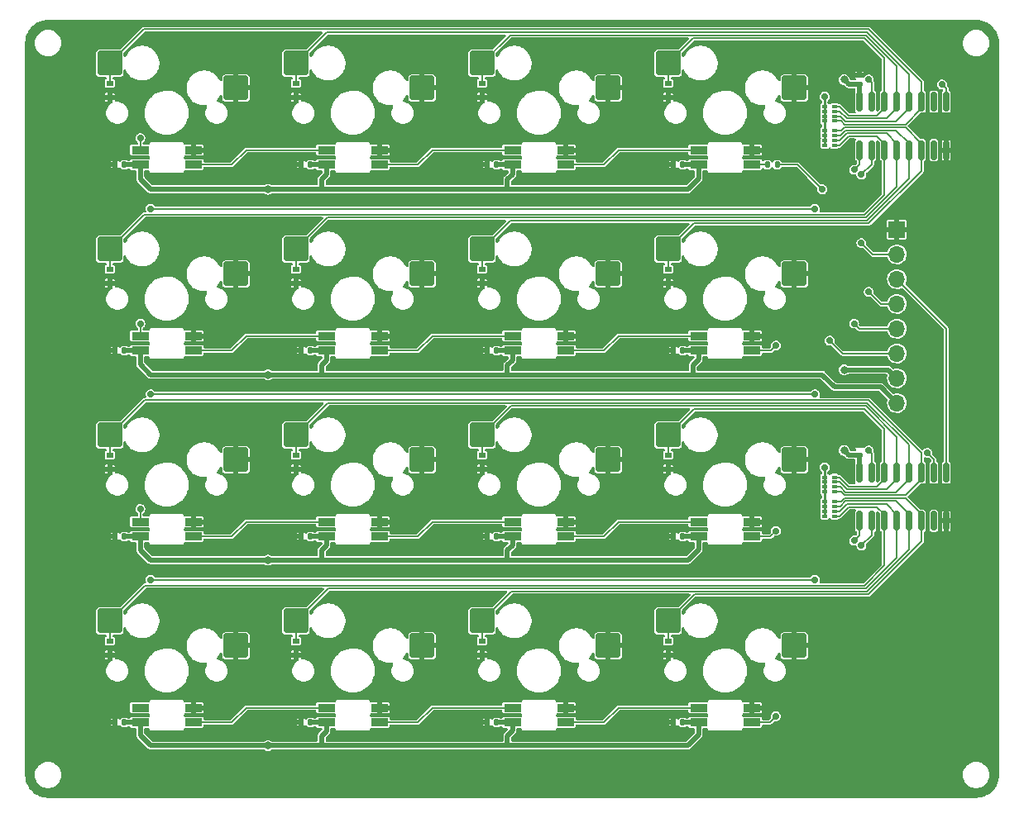
<source format=gbr>
%TF.GenerationSoftware,KiCad,Pcbnew,6.0.7+dfsg-1~bpo11+1*%
%TF.CreationDate,2022-11-02T04:35:50+00:00*%
%TF.ProjectId,MK74HC-16,4d4b3734-4843-42d3-9136-2e6b69636164,rev?*%
%TF.SameCoordinates,Original*%
%TF.FileFunction,Copper,L1,Top*%
%TF.FilePolarity,Positive*%
%FSLAX46Y46*%
G04 Gerber Fmt 4.6, Leading zero omitted, Abs format (unit mm)*
G04 Created by KiCad (PCBNEW 6.0.7+dfsg-1~bpo11+1) date 2022-11-02 04:35:50*
%MOMM*%
%LPD*%
G01*
G04 APERTURE LIST*
G04 Aperture macros list*
%AMRoundRect*
0 Rectangle with rounded corners*
0 $1 Rounding radius*
0 $2 $3 $4 $5 $6 $7 $8 $9 X,Y pos of 4 corners*
0 Add a 4 corners polygon primitive as box body*
4,1,4,$2,$3,$4,$5,$6,$7,$8,$9,$2,$3,0*
0 Add four circle primitives for the rounded corners*
1,1,$1+$1,$2,$3*
1,1,$1+$1,$4,$5*
1,1,$1+$1,$6,$7*
1,1,$1+$1,$8,$9*
0 Add four rect primitives between the rounded corners*
20,1,$1+$1,$2,$3,$4,$5,0*
20,1,$1+$1,$4,$5,$6,$7,0*
20,1,$1+$1,$6,$7,$8,$9,0*
20,1,$1+$1,$8,$9,$2,$3,0*%
G04 Aperture macros list end*
%TA.AperFunction,SMDPad,CuDef*%
%ADD10R,0.700000X0.600000*%
%TD*%
%TA.AperFunction,SMDPad,CuDef*%
%ADD11R,1.800000X0.820000*%
%TD*%
%TA.AperFunction,SMDPad,CuDef*%
%ADD12RoundRect,0.140000X0.140000X0.170000X-0.140000X0.170000X-0.140000X-0.170000X0.140000X-0.170000X0*%
%TD*%
%TA.AperFunction,SMDPad,CuDef*%
%ADD13R,0.500000X0.400000*%
%TD*%
%TA.AperFunction,SMDPad,CuDef*%
%ADD14R,0.500000X0.300000*%
%TD*%
%TA.AperFunction,SMDPad,CuDef*%
%ADD15RoundRect,0.135000X0.135000X0.185000X-0.135000X0.185000X-0.135000X-0.185000X0.135000X-0.185000X0*%
%TD*%
%TA.AperFunction,ComponentPad*%
%ADD16R,1.700000X1.700000*%
%TD*%
%TA.AperFunction,ComponentPad*%
%ADD17O,1.700000X1.700000*%
%TD*%
%TA.AperFunction,SMDPad,CuDef*%
%ADD18RoundRect,0.140000X0.170000X-0.140000X0.170000X0.140000X-0.170000X0.140000X-0.170000X-0.140000X0*%
%TD*%
%TA.AperFunction,SMDPad,CuDef*%
%ADD19RoundRect,0.150000X0.150000X-0.825000X0.150000X0.825000X-0.150000X0.825000X-0.150000X-0.825000X0*%
%TD*%
%TA.AperFunction,SMDPad,CuDef*%
%ADD20RoundRect,0.250000X1.025000X1.000000X-1.025000X1.000000X-1.025000X-1.000000X1.025000X-1.000000X0*%
%TD*%
%TA.AperFunction,ViaPad*%
%ADD21C,0.500000*%
%TD*%
%TA.AperFunction,ViaPad*%
%ADD22C,0.700000*%
%TD*%
%TA.AperFunction,ViaPad*%
%ADD23C,0.800000*%
%TD*%
%TA.AperFunction,Conductor*%
%ADD24C,0.150000*%
%TD*%
%TA.AperFunction,Conductor*%
%ADD25C,0.500000*%
%TD*%
%TA.AperFunction,Conductor*%
%ADD26C,0.250000*%
%TD*%
G04 APERTURE END LIST*
D10*
%TO.P,D27,1,A1*%
%TO.N,Net-(D27-Pad1)*%
X46910000Y73334000D03*
%TO.P,D27,2,A2*%
%TO.N,GND*%
X46910000Y71934000D03*
%TD*%
D11*
%TO.P,D13,1,VDD*%
%TO.N,+5V*%
X69102000Y7876000D03*
%TO.P,D13,2,DOUT*%
%TO.N,Net-(D13-Pad2)*%
X69102000Y9376000D03*
%TO.P,D13,3,VSS*%
%TO.N,GND*%
X74502000Y9376000D03*
%TO.P,D13,4,DIN*%
%TO.N,Net-(D12-Pad2)*%
X74502000Y7876000D03*
%TD*%
D12*
%TO.P,C15,1*%
%TO.N,+5V*%
X67456000Y7876000D03*
%TO.P,C15,2*%
%TO.N,GND*%
X66496000Y7876000D03*
%TD*%
D11*
%TO.P,D8,1,VDD*%
%TO.N,+5V*%
X11952000Y45976000D03*
%TO.P,D8,2,DOUT*%
%TO.N,Net-(D8-Pad2)*%
X11952000Y47476000D03*
%TO.P,D8,3,VSS*%
%TO.N,GND*%
X17352000Y47476000D03*
%TO.P,D8,4,DIN*%
%TO.N,Net-(D7-Pad2)*%
X17352000Y45976000D03*
%TD*%
D10*
%TO.P,D17,1,A1*%
%TO.N,Net-(D17-Pad1)*%
X65960000Y54284000D03*
%TO.P,D17,2,A2*%
%TO.N,GND*%
X65960000Y52884000D03*
%TD*%
D13*
%TO.P,RN4,1,R1.1*%
%TO.N,Net-(D24-Pad1)*%
X83000000Y29000000D03*
D14*
%TO.P,RN4,2,R2.1*%
%TO.N,Net-(D22-Pad1)*%
X83000000Y29500000D03*
%TO.P,RN4,3,R3.1*%
%TO.N,Net-(D20-Pad1)*%
X83000000Y30000000D03*
D13*
%TO.P,RN4,4,R4.1*%
%TO.N,Net-(D18-Pad1)*%
X83000000Y30500000D03*
%TO.P,RN4,5,R4.2*%
%TO.N,+3V3*%
X82000000Y30500000D03*
D14*
%TO.P,RN4,6,R3.2*%
X82000000Y30000000D03*
%TO.P,RN4,7,R2.2*%
X82000000Y29500000D03*
D13*
%TO.P,RN4,8,R1.2*%
X82000000Y29000000D03*
%TD*%
D10*
%TO.P,D28,1,A1*%
%TO.N,Net-(D28-Pad1)*%
X46910000Y35234000D03*
%TO.P,D28,2,A2*%
%TO.N,GND*%
X46910000Y33834000D03*
%TD*%
%TO.P,D24,1,A1*%
%TO.N,Net-(D24-Pad1)*%
X8810000Y16184000D03*
%TO.P,D24,2,A2*%
%TO.N,GND*%
X8810000Y14784000D03*
%TD*%
D12*
%TO.P,C17,1*%
%TO.N,+5V*%
X29356000Y7876000D03*
%TO.P,C17,2*%
%TO.N,GND*%
X28396000Y7876000D03*
%TD*%
%TO.P,C8,1*%
%TO.N,+5V*%
X10306000Y45976000D03*
%TO.P,C8,2*%
%TO.N,GND*%
X9346000Y45976000D03*
%TD*%
D11*
%TO.P,D1,1,VDD*%
%TO.N,+5V*%
X69102000Y65026000D03*
%TO.P,D1,2,DOUT*%
%TO.N,Net-(D1-Pad2)*%
X69102000Y66526000D03*
%TO.P,D1,3,VSS*%
%TO.N,GND*%
X74502000Y66526000D03*
%TO.P,D1,4,DIN*%
%TO.N,Net-(D1-Pad4)*%
X74502000Y65026000D03*
%TD*%
D12*
%TO.P,C11,1*%
%TO.N,+5V*%
X67456000Y26926000D03*
%TO.P,C11,2*%
%TO.N,GND*%
X66496000Y26926000D03*
%TD*%
%TO.P,C12,1*%
%TO.N,+5V*%
X48406000Y26926000D03*
%TO.P,C12,2*%
%TO.N,GND*%
X47446000Y26926000D03*
%TD*%
%TO.P,C13,1*%
%TO.N,+5V*%
X29356000Y26926000D03*
%TO.P,C13,2*%
%TO.N,GND*%
X28396000Y26926000D03*
%TD*%
D11*
%TO.P,D3,1,VDD*%
%TO.N,+5V*%
X31002000Y65026000D03*
%TO.P,D3,2,DOUT*%
%TO.N,Net-(D3-Pad2)*%
X31002000Y66526000D03*
%TO.P,D3,3,VSS*%
%TO.N,GND*%
X36402000Y66526000D03*
%TO.P,D3,4,DIN*%
%TO.N,Net-(D2-Pad2)*%
X36402000Y65026000D03*
%TD*%
D15*
%TO.P,R1,1*%
%TO.N,/RGBD*%
X77138000Y65026000D03*
%TO.P,R1,2*%
%TO.N,Net-(D1-Pad4)*%
X76118000Y65026000D03*
%TD*%
D11*
%TO.P,D5,1,VDD*%
%TO.N,+5V*%
X69102000Y45976000D03*
%TO.P,D5,2,DOUT*%
%TO.N,Net-(D5-Pad2)*%
X69102000Y47476000D03*
%TO.P,D5,3,VSS*%
%TO.N,GND*%
X74502000Y47476000D03*
%TO.P,D5,4,DIN*%
%TO.N,Net-(D4-Pad2)*%
X74502000Y45976000D03*
%TD*%
D16*
%TO.P,J1,1,Pin_1*%
%TO.N,GND*%
X89375000Y58375000D03*
D17*
%TO.P,J1,2,Pin_2*%
%TO.N,/KS_SCL*%
X89375000Y55835000D03*
%TO.P,J1,3,Pin_3*%
%TO.N,/KS_SDA*%
X89375000Y53295000D03*
%TO.P,J1,4,Pin_4*%
%TO.N,/KS_CS*%
X89375000Y50755000D03*
%TO.P,J1,5,Pin_5*%
%TO.N,/KS_L*%
X89375000Y48215000D03*
%TO.P,J1,6,Pin_6*%
%TO.N,/RGBD*%
X89375000Y45675000D03*
%TO.P,J1,7,Pin_7*%
%TO.N,+3V3*%
X89375000Y43135000D03*
%TO.P,J1,8,Pin_8*%
%TO.N,+5V*%
X89375000Y40595000D03*
%TD*%
D10*
%TO.P,D29,1,A1*%
%TO.N,Net-(D29-Pad1)*%
X27860000Y73334000D03*
%TO.P,D29,2,A2*%
%TO.N,GND*%
X27860000Y71934000D03*
%TD*%
D13*
%TO.P,RN3,1,R1.1*%
%TO.N,Net-(D32-Pad1)*%
X83000000Y31500000D03*
D14*
%TO.P,RN3,2,R2.1*%
%TO.N,Net-(D30-Pad1)*%
X83000000Y32000000D03*
%TO.P,RN3,3,R3.1*%
%TO.N,Net-(D28-Pad1)*%
X83000000Y32500000D03*
D13*
%TO.P,RN3,4,R4.1*%
%TO.N,Net-(D26-Pad1)*%
X83000000Y33000000D03*
%TO.P,RN3,5,R4.2*%
%TO.N,+3V3*%
X82000000Y33000000D03*
D14*
%TO.P,RN3,6,R3.2*%
X82000000Y32500000D03*
%TO.P,RN3,7,R2.2*%
X82000000Y32000000D03*
D13*
%TO.P,RN3,8,R1.2*%
X82000000Y31500000D03*
%TD*%
D11*
%TO.P,D10,1,VDD*%
%TO.N,+5V*%
X50052000Y26926000D03*
%TO.P,D10,2,DOUT*%
%TO.N,Net-(D10-Pad2)*%
X50052000Y28426000D03*
%TO.P,D10,3,VSS*%
%TO.N,GND*%
X55452000Y28426000D03*
%TO.P,D10,4,DIN*%
%TO.N,Net-(D10-Pad4)*%
X55452000Y26926000D03*
%TD*%
%TO.P,D6,1,VDD*%
%TO.N,+5V*%
X50052000Y45976000D03*
%TO.P,D6,2,DOUT*%
%TO.N,Net-(D6-Pad2)*%
X50052000Y47476000D03*
%TO.P,D6,3,VSS*%
%TO.N,GND*%
X55452000Y47476000D03*
%TO.P,D6,4,DIN*%
%TO.N,Net-(D5-Pad2)*%
X55452000Y45976000D03*
%TD*%
D18*
%TO.P,C10,1*%
%TO.N,+3V3*%
X85555000Y35270000D03*
%TO.P,C10,2*%
%TO.N,GND*%
X85555000Y36230000D03*
%TD*%
D19*
%TO.P,U1,1,~{PL}*%
%TO.N,/KS_L*%
X85555000Y66525000D03*
%TO.P,U1,2,CP*%
%TO.N,/KS_SCL*%
X86825000Y66525000D03*
%TO.P,U1,3,D4*%
%TO.N,Net-(D23-Pad1)*%
X88095000Y66525000D03*
%TO.P,U1,4,D5*%
%TO.N,Net-(D21-Pad1)*%
X89365000Y66525000D03*
%TO.P,U1,5,D6*%
%TO.N,Net-(D19-Pad1)*%
X90635000Y66525000D03*
%TO.P,U1,6,D7*%
%TO.N,Net-(D17-Pad1)*%
X91905000Y66525000D03*
%TO.P,U1,7,~{Q7}*%
%TO.N,unconnected-(U1-Pad7)*%
X93175000Y66525000D03*
%TO.P,U1,8,GND*%
%TO.N,GND*%
X94445000Y66525000D03*
%TO.P,U1,9,Q7*%
%TO.N,Net-(U1-Pad9)*%
X94445000Y71475000D03*
%TO.P,U1,10,DS*%
%TO.N,unconnected-(U1-Pad10)*%
X93175000Y71475000D03*
%TO.P,U1,11,D0*%
%TO.N,Net-(D31-Pad1)*%
X91905000Y71475000D03*
%TO.P,U1,12,D1*%
%TO.N,Net-(D29-Pad1)*%
X90635000Y71475000D03*
%TO.P,U1,13,D2*%
%TO.N,Net-(D27-Pad1)*%
X89365000Y71475000D03*
%TO.P,U1,14,D3*%
%TO.N,Net-(D25-Pad1)*%
X88095000Y71475000D03*
%TO.P,U1,15,~{CE}*%
%TO.N,/KS_CS*%
X86825000Y71475000D03*
%TO.P,U1,16,VCC*%
%TO.N,+3V3*%
X85555000Y71475000D03*
%TD*%
D11*
%TO.P,D7,1,VDD*%
%TO.N,+5V*%
X31002000Y45976000D03*
%TO.P,D7,2,DOUT*%
%TO.N,Net-(D7-Pad2)*%
X31002000Y47476000D03*
%TO.P,D7,3,VSS*%
%TO.N,GND*%
X36402000Y47476000D03*
%TO.P,D7,4,DIN*%
%TO.N,Net-(D6-Pad2)*%
X36402000Y45976000D03*
%TD*%
%TO.P,D2,1,VDD*%
%TO.N,+5V*%
X50052000Y65026000D03*
%TO.P,D2,2,DOUT*%
%TO.N,Net-(D2-Pad2)*%
X50052000Y66526000D03*
%TO.P,D2,3,VSS*%
%TO.N,GND*%
X55452000Y66526000D03*
%TO.P,D2,4,DIN*%
%TO.N,Net-(D1-Pad2)*%
X55452000Y65026000D03*
%TD*%
D10*
%TO.P,D18,1,A1*%
%TO.N,Net-(D18-Pad1)*%
X65960000Y16184000D03*
%TO.P,D18,2,A2*%
%TO.N,GND*%
X65960000Y14784000D03*
%TD*%
D12*
%TO.P,C5,1*%
%TO.N,+5V*%
X67456000Y45976000D03*
%TO.P,C5,2*%
%TO.N,GND*%
X66496000Y45976000D03*
%TD*%
%TO.P,C3,1*%
%TO.N,+5V*%
X29356000Y65026000D03*
%TO.P,C3,2*%
%TO.N,GND*%
X28396000Y65026000D03*
%TD*%
%TO.P,C2,1*%
%TO.N,+5V*%
X48406000Y65026000D03*
%TO.P,C2,2*%
%TO.N,GND*%
X47446000Y65026000D03*
%TD*%
D10*
%TO.P,D23,1,A1*%
%TO.N,Net-(D23-Pad1)*%
X8810000Y54284000D03*
%TO.P,D23,2,A2*%
%TO.N,GND*%
X8810000Y52884000D03*
%TD*%
D12*
%TO.P,C4,1*%
%TO.N,+5V*%
X10306000Y65026000D03*
%TO.P,C4,2*%
%TO.N,GND*%
X9346000Y65026000D03*
%TD*%
%TO.P,C16,1*%
%TO.N,+5V*%
X48406000Y7876000D03*
%TO.P,C16,2*%
%TO.N,GND*%
X47446000Y7876000D03*
%TD*%
D13*
%TO.P,RN2,1,R1.1*%
%TO.N,Net-(D23-Pad1)*%
X83000000Y67000000D03*
D14*
%TO.P,RN2,2,R2.1*%
%TO.N,Net-(D21-Pad1)*%
X83000000Y67500000D03*
%TO.P,RN2,3,R3.1*%
%TO.N,Net-(D19-Pad1)*%
X83000000Y68000000D03*
D13*
%TO.P,RN2,4,R4.1*%
%TO.N,Net-(D17-Pad1)*%
X83000000Y68500000D03*
%TO.P,RN2,5,R4.2*%
%TO.N,+3V3*%
X82000000Y68500000D03*
D14*
%TO.P,RN2,6,R3.2*%
X82000000Y68000000D03*
%TO.P,RN2,7,R2.2*%
X82000000Y67500000D03*
D13*
%TO.P,RN2,8,R1.2*%
X82000000Y67000000D03*
%TD*%
D10*
%TO.P,D26,1,A1*%
%TO.N,Net-(D26-Pad1)*%
X65960000Y35234000D03*
%TO.P,D26,2,A2*%
%TO.N,GND*%
X65960000Y33834000D03*
%TD*%
%TO.P,D31,1,A1*%
%TO.N,Net-(D31-Pad1)*%
X8810000Y73334000D03*
%TO.P,D31,2,A2*%
%TO.N,GND*%
X8810000Y71934000D03*
%TD*%
D11*
%TO.P,D4,1,VDD*%
%TO.N,+5V*%
X11952000Y65026000D03*
%TO.P,D4,2,DOUT*%
%TO.N,Net-(D4-Pad2)*%
X11952000Y66526000D03*
%TO.P,D4,3,VSS*%
%TO.N,GND*%
X17352000Y66526000D03*
%TO.P,D4,4,DIN*%
%TO.N,Net-(D3-Pad2)*%
X17352000Y65026000D03*
%TD*%
%TO.P,D16,1,VDD*%
%TO.N,+5V*%
X11952000Y7876000D03*
%TO.P,D16,2,DOUT*%
%TO.N,unconnected-(D16-Pad2)*%
X11952000Y9376000D03*
%TO.P,D16,3,VSS*%
%TO.N,GND*%
X17352000Y9376000D03*
%TO.P,D16,4,DIN*%
%TO.N,Net-(D15-Pad2)*%
X17352000Y7876000D03*
%TD*%
D10*
%TO.P,D32,1,A1*%
%TO.N,Net-(D32-Pad1)*%
X8810000Y35234000D03*
%TO.P,D32,2,A2*%
%TO.N,GND*%
X8810000Y33834000D03*
%TD*%
D13*
%TO.P,RN1,1,R1.1*%
%TO.N,Net-(D31-Pad1)*%
X83000000Y69500000D03*
D14*
%TO.P,RN1,2,R2.1*%
%TO.N,Net-(D29-Pad1)*%
X83000000Y70000000D03*
%TO.P,RN1,3,R3.1*%
%TO.N,Net-(D27-Pad1)*%
X83000000Y70500000D03*
D13*
%TO.P,RN1,4,R4.1*%
%TO.N,Net-(D25-Pad1)*%
X83000000Y71000000D03*
%TO.P,RN1,5,R4.2*%
%TO.N,+3V3*%
X82000000Y71000000D03*
D14*
%TO.P,RN1,6,R3.2*%
X82000000Y70500000D03*
%TO.P,RN1,7,R2.2*%
X82000000Y70000000D03*
D13*
%TO.P,RN1,8,R1.2*%
X82000000Y69500000D03*
%TD*%
D10*
%TO.P,D19,1,A1*%
%TO.N,Net-(D19-Pad1)*%
X46910000Y54284000D03*
%TO.P,D19,2,A2*%
%TO.N,GND*%
X46910000Y52884000D03*
%TD*%
D12*
%TO.P,C7,1*%
%TO.N,+5V*%
X29356000Y45976000D03*
%TO.P,C7,2*%
%TO.N,GND*%
X28396000Y45976000D03*
%TD*%
D11*
%TO.P,D11,1,VDD*%
%TO.N,+5V*%
X31002000Y26926000D03*
%TO.P,D11,2,DOUT*%
%TO.N,Net-(D11-Pad2)*%
X31002000Y28426000D03*
%TO.P,D11,3,VSS*%
%TO.N,GND*%
X36402000Y28426000D03*
%TO.P,D11,4,DIN*%
%TO.N,Net-(D10-Pad2)*%
X36402000Y26926000D03*
%TD*%
D10*
%TO.P,D20,1,A1*%
%TO.N,Net-(D20-Pad1)*%
X46910000Y16184000D03*
%TO.P,D20,2,A2*%
%TO.N,GND*%
X46910000Y14784000D03*
%TD*%
D11*
%TO.P,D14,1,VDD*%
%TO.N,+5V*%
X50052000Y7876000D03*
%TO.P,D14,2,DOUT*%
%TO.N,Net-(D14-Pad2)*%
X50052000Y9376000D03*
%TO.P,D14,3,VSS*%
%TO.N,GND*%
X55452000Y9376000D03*
%TO.P,D14,4,DIN*%
%TO.N,Net-(D13-Pad2)*%
X55452000Y7876000D03*
%TD*%
D12*
%TO.P,C1,1*%
%TO.N,+5V*%
X67456000Y65026000D03*
%TO.P,C1,2*%
%TO.N,GND*%
X66496000Y65026000D03*
%TD*%
D18*
%TO.P,C9,1*%
%TO.N,+3V3*%
X85555000Y73270000D03*
%TO.P,C9,2*%
%TO.N,GND*%
X85555000Y74230000D03*
%TD*%
D12*
%TO.P,C18,1*%
%TO.N,+5V*%
X10306000Y7876000D03*
%TO.P,C18,2*%
%TO.N,GND*%
X9346000Y7876000D03*
%TD*%
D10*
%TO.P,D22,1,A1*%
%TO.N,Net-(D22-Pad1)*%
X27860000Y16184000D03*
%TO.P,D22,2,A2*%
%TO.N,GND*%
X27860000Y14784000D03*
%TD*%
D12*
%TO.P,C14,1*%
%TO.N,+5V*%
X10306000Y26926000D03*
%TO.P,C14,2*%
%TO.N,GND*%
X9346000Y26926000D03*
%TD*%
D11*
%TO.P,D12,1,VDD*%
%TO.N,+5V*%
X11952000Y26926000D03*
%TO.P,D12,2,DOUT*%
%TO.N,Net-(D12-Pad2)*%
X11952000Y28426000D03*
%TO.P,D12,3,VSS*%
%TO.N,GND*%
X17352000Y28426000D03*
%TO.P,D12,4,DIN*%
%TO.N,Net-(D11-Pad2)*%
X17352000Y26926000D03*
%TD*%
D10*
%TO.P,D21,1,A1*%
%TO.N,Net-(D21-Pad1)*%
X27860000Y54284000D03*
%TO.P,D21,2,A2*%
%TO.N,GND*%
X27860000Y52884000D03*
%TD*%
D11*
%TO.P,D9,1,VDD*%
%TO.N,+5V*%
X69102000Y26926000D03*
%TO.P,D9,2,DOUT*%
%TO.N,Net-(D10-Pad4)*%
X69102000Y28426000D03*
%TO.P,D9,3,VSS*%
%TO.N,GND*%
X74502000Y28426000D03*
%TO.P,D9,4,DIN*%
%TO.N,Net-(D8-Pad2)*%
X74502000Y26926000D03*
%TD*%
%TO.P,D15,1,VDD*%
%TO.N,+5V*%
X31002000Y7876000D03*
%TO.P,D15,2,DOUT*%
%TO.N,Net-(D15-Pad2)*%
X31002000Y9376000D03*
%TO.P,D15,3,VSS*%
%TO.N,GND*%
X36402000Y9376000D03*
%TO.P,D15,4,DIN*%
%TO.N,Net-(D14-Pad2)*%
X36402000Y7876000D03*
%TD*%
D19*
%TO.P,U2,1,~{PL}*%
%TO.N,/KS_L*%
X85555000Y28525000D03*
%TO.P,U2,2,CP*%
%TO.N,/KS_SCL*%
X86825000Y28525000D03*
%TO.P,U2,3,D4*%
%TO.N,Net-(D24-Pad1)*%
X88095000Y28525000D03*
%TO.P,U2,4,D5*%
%TO.N,Net-(D22-Pad1)*%
X89365000Y28525000D03*
%TO.P,U2,5,D6*%
%TO.N,Net-(D20-Pad1)*%
X90635000Y28525000D03*
%TO.P,U2,6,D7*%
%TO.N,Net-(D18-Pad1)*%
X91905000Y28525000D03*
%TO.P,U2,7,~{Q7}*%
%TO.N,unconnected-(U2-Pad7)*%
X93175000Y28525000D03*
%TO.P,U2,8,GND*%
%TO.N,GND*%
X94445000Y28525000D03*
%TO.P,U2,9,Q7*%
%TO.N,/KS_SDA*%
X94445000Y33475000D03*
%TO.P,U2,10,DS*%
%TO.N,Net-(U1-Pad9)*%
X93175000Y33475000D03*
%TO.P,U2,11,D0*%
%TO.N,Net-(D32-Pad1)*%
X91905000Y33475000D03*
%TO.P,U2,12,D1*%
%TO.N,Net-(D30-Pad1)*%
X90635000Y33475000D03*
%TO.P,U2,13,D2*%
%TO.N,Net-(D28-Pad1)*%
X89365000Y33475000D03*
%TO.P,U2,14,D3*%
%TO.N,Net-(D26-Pad1)*%
X88095000Y33475000D03*
%TO.P,U2,15,~{CE}*%
%TO.N,/KS_CS*%
X86825000Y33475000D03*
%TO.P,U2,16,VCC*%
%TO.N,+3V3*%
X85555000Y33475000D03*
%TD*%
D10*
%TO.P,D30,1,A1*%
%TO.N,Net-(D30-Pad1)*%
X27860000Y35234000D03*
%TO.P,D30,2,A2*%
%TO.N,GND*%
X27860000Y33834000D03*
%TD*%
%TO.P,D25,1,A1*%
%TO.N,Net-(D25-Pad1)*%
X65960000Y73334000D03*
%TO.P,D25,2,A2*%
%TO.N,GND*%
X65960000Y71934000D03*
%TD*%
D12*
%TO.P,C6,1*%
%TO.N,+5V*%
X48406000Y45976000D03*
%TO.P,C6,2*%
%TO.N,GND*%
X47446000Y45976000D03*
%TD*%
D20*
%TO.P,SW7,1,1*%
%TO.N,GND*%
X59837000Y53838000D03*
%TO.P,SW7,2,2*%
%TO.N,Net-(D19-Pad1)*%
X46910000Y56378000D03*
%TD*%
%TO.P,SW11,1,1*%
%TO.N,GND*%
X59837000Y34788000D03*
%TO.P,SW11,2,2*%
%TO.N,Net-(D28-Pad1)*%
X46910000Y37328000D03*
%TD*%
%TO.P,SW2,1,1*%
%TO.N,GND*%
X40787000Y72888000D03*
%TO.P,SW2,2,2*%
%TO.N,Net-(D29-Pad1)*%
X27860000Y75428000D03*
%TD*%
%TO.P,SW14,1,1*%
%TO.N,GND*%
X40787000Y15738000D03*
%TO.P,SW14,2,2*%
%TO.N,Net-(D22-Pad1)*%
X27860000Y18278000D03*
%TD*%
%TO.P,SW9,1,1*%
%TO.N,GND*%
X21737000Y34788000D03*
%TO.P,SW9,2,2*%
%TO.N,Net-(D32-Pad1)*%
X8810000Y37328000D03*
%TD*%
%TO.P,SW1,1,1*%
%TO.N,GND*%
X21737000Y72888000D03*
%TO.P,SW1,2,2*%
%TO.N,Net-(D31-Pad1)*%
X8810000Y75428000D03*
%TD*%
%TO.P,SW8,1,1*%
%TO.N,GND*%
X78887000Y53838000D03*
%TO.P,SW8,2,2*%
%TO.N,Net-(D17-Pad1)*%
X65960000Y56378000D03*
%TD*%
%TO.P,SW13,1,1*%
%TO.N,GND*%
X21737000Y15738000D03*
%TO.P,SW13,2,2*%
%TO.N,Net-(D24-Pad1)*%
X8810000Y18278000D03*
%TD*%
%TO.P,SW15,1,1*%
%TO.N,GND*%
X59837000Y15738000D03*
%TO.P,SW15,2,2*%
%TO.N,Net-(D20-Pad1)*%
X46910000Y18278000D03*
%TD*%
%TO.P,SW6,1,1*%
%TO.N,GND*%
X40787000Y53838000D03*
%TO.P,SW6,2,2*%
%TO.N,Net-(D21-Pad1)*%
X27860000Y56378000D03*
%TD*%
%TO.P,SW4,1,1*%
%TO.N,GND*%
X78887000Y72888000D03*
%TO.P,SW4,2,2*%
%TO.N,Net-(D25-Pad1)*%
X65960000Y75428000D03*
%TD*%
%TO.P,SW16,1,1*%
%TO.N,GND*%
X78887000Y15738000D03*
%TO.P,SW16,2,2*%
%TO.N,Net-(D18-Pad1)*%
X65960000Y18278000D03*
%TD*%
%TO.P,SW10,1,1*%
%TO.N,GND*%
X40787000Y34788000D03*
%TO.P,SW10,2,2*%
%TO.N,Net-(D30-Pad1)*%
X27860000Y37328000D03*
%TD*%
%TO.P,SW5,1,1*%
%TO.N,GND*%
X21737000Y53838000D03*
%TO.P,SW5,2,2*%
%TO.N,Net-(D23-Pad1)*%
X8810000Y56378000D03*
%TD*%
%TO.P,SW3,1,1*%
%TO.N,GND*%
X59837000Y72888000D03*
%TO.P,SW3,2,2*%
%TO.N,Net-(D27-Pad1)*%
X46910000Y75428000D03*
%TD*%
%TO.P,SW12,1,1*%
%TO.N,GND*%
X78887000Y34788000D03*
%TO.P,SW12,2,2*%
%TO.N,Net-(D26-Pad1)*%
X65960000Y37328000D03*
%TD*%
D21*
%TO.N,GND*%
X65452000Y26660000D03*
X41576000Y33010000D03*
X85264000Y24120000D03*
X48688000Y14722000D03*
X46402000Y26660000D03*
X66976000Y33772000D03*
X10588000Y33772000D03*
X79676000Y52060000D03*
X67738000Y33772000D03*
X57578000Y47488000D03*
X41576000Y52060000D03*
X48688000Y33772000D03*
X27352000Y45710000D03*
X46402000Y27422000D03*
X82724000Y61204000D03*
X56816000Y66538000D03*
X27098000Y42408000D03*
X37766000Y28438000D03*
X27098000Y61458000D03*
X41576000Y32248000D03*
X48688000Y71872000D03*
X27352000Y65522000D03*
X10588000Y52822000D03*
X56816000Y28438000D03*
X38528000Y47488000D03*
X27352000Y46472000D03*
X65452000Y8372000D03*
X38528000Y28438000D03*
X37766000Y66538000D03*
X82724000Y26660000D03*
X60626000Y33010000D03*
X56816000Y47488000D03*
X66976000Y52822000D03*
X15160000Y61458000D03*
X46402000Y45710000D03*
X41576000Y13960000D03*
X60626000Y13960000D03*
X19478000Y66538000D03*
X19478000Y47488000D03*
X76628000Y28438000D03*
X65452000Y46472000D03*
X37766000Y9388000D03*
X8302000Y46472000D03*
X46402000Y64760000D03*
X46402000Y65522000D03*
X65452000Y7610000D03*
X19478000Y9388000D03*
X22526000Y51298000D03*
X82724000Y35296000D03*
X38528000Y9388000D03*
X18716000Y47488000D03*
X37766000Y47488000D03*
X76628000Y47488000D03*
X8302000Y26660000D03*
X76628000Y9388000D03*
X47926000Y14722000D03*
X9826000Y33772000D03*
X65452000Y64760000D03*
X18716000Y28438000D03*
X46402000Y8372000D03*
X22526000Y52060000D03*
X79676000Y13960000D03*
X29638000Y52822000D03*
X22526000Y33010000D03*
X75866000Y28438000D03*
X29638000Y33772000D03*
X60626000Y52060000D03*
X22780000Y42408000D03*
X82724000Y38852000D03*
X9826000Y71872000D03*
X66976000Y71872000D03*
X60626000Y13198000D03*
X15160000Y42408000D03*
X19478000Y28438000D03*
X27352000Y26660000D03*
X8302000Y45710000D03*
X82724000Y44948000D03*
X75866000Y66538000D03*
X27352000Y8372000D03*
X65452000Y27422000D03*
X57578000Y66538000D03*
X9826000Y14722000D03*
X67738000Y71872000D03*
X46402000Y46472000D03*
X79676000Y70348000D03*
X78660000Y61458000D03*
X28876000Y52822000D03*
X15160000Y23358000D03*
X41576000Y13198000D03*
X41576000Y71110000D03*
X8302000Y7610000D03*
X76628000Y66538000D03*
X67738000Y14722000D03*
X57578000Y9388000D03*
X60626000Y32248000D03*
X82724000Y57648000D03*
X65452000Y45710000D03*
X8302000Y64760000D03*
X78660000Y23358000D03*
X46402000Y7610000D03*
X18716000Y66538000D03*
X29638000Y14722000D03*
X67738000Y52822000D03*
X22526000Y70348000D03*
X9826000Y52822000D03*
X79676000Y51298000D03*
X82724000Y48504000D03*
X8302000Y65522000D03*
X78660000Y42408000D03*
X75866000Y47488000D03*
X75866000Y9388000D03*
X57578000Y28438000D03*
X48688000Y52822000D03*
X79676000Y32248000D03*
X28876000Y33772000D03*
X56816000Y9388000D03*
X8302000Y27422000D03*
X28876000Y14722000D03*
X18716000Y9388000D03*
X60626000Y71110000D03*
X8302000Y8372000D03*
X66976000Y14722000D03*
X82724000Y24120000D03*
X27098000Y23358000D03*
X79676000Y71110000D03*
X27352000Y27422000D03*
X22780000Y61458000D03*
X28876000Y71872000D03*
X82724000Y64760000D03*
X79676000Y33010000D03*
X27352000Y64760000D03*
X79676000Y13198000D03*
X47926000Y33772000D03*
X22526000Y13960000D03*
X22526000Y32248000D03*
X22780000Y23358000D03*
X10588000Y14722000D03*
X60626000Y70348000D03*
X41576000Y70348000D03*
X65452000Y65522000D03*
X47926000Y52822000D03*
X38528000Y66538000D03*
X10588000Y71872000D03*
X22526000Y13198000D03*
X47926000Y71872000D03*
X60626000Y51298000D03*
X22526000Y71110000D03*
X27352000Y7610000D03*
X29638000Y71872000D03*
X41576000Y51298000D03*
D22*
%TO.N,/RGBD*%
X81750000Y62500000D03*
X82500000Y47000000D03*
D23*
%TO.N,+3V3*%
X84000000Y35750000D03*
X84000000Y73750000D03*
D22*
X82000000Y72000000D03*
D23*
X84000000Y44000000D03*
D22*
X82000000Y34000000D03*
%TO.N,/KS_L*%
X85000000Y26500000D03*
X85000000Y48750000D03*
X85000000Y64500000D03*
%TO.N,/KS_SCL*%
X85750000Y26000000D03*
X85750000Y64000000D03*
X85750000Y57000000D03*
%TO.N,Net-(U1-Pad9)*%
X94000000Y73250000D03*
X92500000Y35500000D03*
%TO.N,/KS_CS*%
X86500000Y52000000D03*
X86500000Y73750000D03*
X86500000Y35750000D03*
%TO.N,Net-(D4-Pad2)*%
X11950000Y67750000D03*
X81000000Y60500000D03*
X77000000Y46500000D03*
X13000000Y60500000D03*
%TO.N,Net-(D8-Pad2)*%
X11950000Y48750000D03*
X81000000Y41500000D03*
X13000000Y41500000D03*
X77000000Y27500000D03*
%TO.N,Net-(D12-Pad2)*%
X13000000Y22500000D03*
X77000000Y8500000D03*
X11950000Y29750000D03*
X81000000Y22500000D03*
D23*
%TO.N,+5V*%
X25000000Y5500000D03*
X25000000Y43500000D03*
X25000000Y24500000D03*
X25000000Y62500000D03*
%TD*%
D24*
%TO.N,/RGBD*%
X83825000Y45675000D02*
X89375000Y45675000D01*
X82500000Y47000000D02*
X83825000Y45675000D01*
X77138000Y65026000D02*
X79224000Y65026000D01*
X79224000Y65026000D02*
X81750000Y62500000D01*
D25*
%TO.N,+3V3*%
X88510000Y44000000D02*
X84000000Y44000000D01*
X85555000Y71475000D02*
X85555000Y73270000D01*
X85555000Y33475000D02*
X85555000Y35270000D01*
X84480000Y35270000D02*
X84000000Y35750000D01*
X84480000Y73270000D02*
X84000000Y73750000D01*
D26*
X82000000Y67000000D02*
X82000000Y72000000D01*
D25*
X85555000Y35270000D02*
X84480000Y35270000D01*
X85555000Y73270000D02*
X84480000Y73270000D01*
D26*
X82000000Y29000000D02*
X82000000Y34000000D01*
D25*
X89375000Y43135000D02*
X88510000Y44000000D01*
D24*
%TO.N,Net-(D1-Pad4)*%
X74502000Y65026000D02*
X76118000Y65026000D01*
%TO.N,Net-(D10-Pad2)*%
X40342000Y26926000D02*
X41842000Y28426000D01*
X41842000Y28426000D02*
X50052000Y28426000D01*
X36402000Y26926000D02*
X40342000Y26926000D01*
%TO.N,Net-(D10-Pad4)*%
X55452000Y26926000D02*
X59392000Y26926000D01*
X59392000Y26926000D02*
X60892000Y28426000D01*
X60892000Y28426000D02*
X69102000Y28426000D01*
%TO.N,/KS_L*%
X85555000Y27055000D02*
X85000000Y26500000D01*
X85555000Y28525000D02*
X85555000Y27055000D01*
X85535000Y48215000D02*
X85000000Y48750000D01*
X85555000Y65055000D02*
X85000000Y64500000D01*
X89375000Y48215000D02*
X85535000Y48215000D01*
X85555000Y66525000D02*
X85555000Y65055000D01*
%TO.N,/KS_SCL*%
X86915000Y55835000D02*
X85750000Y57000000D01*
X89375000Y55835000D02*
X86915000Y55835000D01*
X86825000Y66525000D02*
X86825000Y65075000D01*
X86825000Y65075000D02*
X85750000Y64000000D01*
X86825000Y27075000D02*
X85750000Y26000000D01*
X86825000Y28525000D02*
X86825000Y27075000D01*
%TO.N,Net-(U1-Pad9)*%
X94445000Y71475000D02*
X94445000Y72805000D01*
X93175000Y33475000D02*
X93175000Y34825000D01*
X94445000Y72805000D02*
X94000000Y73250000D01*
X93175000Y34825000D02*
X92500000Y35500000D01*
%TO.N,/KS_CS*%
X86825000Y73425000D02*
X86500000Y73750000D01*
X87745000Y50755000D02*
X86500000Y52000000D01*
X89375000Y50755000D02*
X87745000Y50755000D01*
X86825000Y35425000D02*
X86500000Y35750000D01*
X86825000Y33475000D02*
X86825000Y35425000D01*
X86825000Y71475000D02*
X86825000Y73425000D01*
%TO.N,/KS_SDA*%
X94445000Y48225000D02*
X94445000Y33475000D01*
X89375000Y53295000D02*
X94445000Y48225000D01*
%TO.N,Net-(D1-Pad2)*%
X59392000Y65026000D02*
X60892000Y66526000D01*
X60892000Y66526000D02*
X69102000Y66526000D01*
X55452000Y65026000D02*
X59392000Y65026000D01*
%TO.N,Net-(D2-Pad2)*%
X40342000Y65026000D02*
X41842000Y66526000D01*
X36402000Y65026000D02*
X40342000Y65026000D01*
X41842000Y66526000D02*
X50052000Y66526000D01*
%TO.N,Net-(D3-Pad2)*%
X22792000Y66526000D02*
X31002000Y66526000D01*
X21292000Y65026000D02*
X22792000Y66526000D01*
X17352000Y65026000D02*
X21292000Y65026000D01*
%TO.N,Net-(D4-Pad2)*%
X74502000Y45976000D02*
X76476000Y45976000D01*
X11952000Y66526000D02*
X11952000Y67748000D01*
X11952000Y67748000D02*
X11950000Y67750000D01*
X76476000Y45976000D02*
X77000000Y46500000D01*
X13000000Y60500000D02*
X81000000Y60500000D01*
%TO.N,Net-(D5-Pad2)*%
X55452000Y45976000D02*
X59392000Y45976000D01*
X60892000Y47476000D02*
X69102000Y47476000D01*
X59392000Y45976000D02*
X60892000Y47476000D01*
%TO.N,Net-(D6-Pad2)*%
X41842000Y47476000D02*
X50052000Y47476000D01*
X36402000Y45976000D02*
X40342000Y45976000D01*
X40342000Y45976000D02*
X41842000Y47476000D01*
%TO.N,Net-(D7-Pad2)*%
X17352000Y45976000D02*
X21292000Y45976000D01*
X22792000Y47476000D02*
X31002000Y47476000D01*
X21292000Y45976000D02*
X22792000Y47476000D01*
%TO.N,Net-(D8-Pad2)*%
X76426000Y26926000D02*
X77000000Y27500000D01*
X74502000Y26926000D02*
X76426000Y26926000D01*
X11952000Y47476000D02*
X11952000Y48748000D01*
X13000000Y41500000D02*
X81000000Y41500000D01*
X11952000Y48748000D02*
X11950000Y48750000D01*
%TO.N,Net-(D11-Pad2)*%
X21292000Y26926000D02*
X22792000Y28426000D01*
X22792000Y28426000D02*
X31002000Y28426000D01*
X17352000Y26926000D02*
X21292000Y26926000D01*
%TO.N,Net-(D12-Pad2)*%
X13000000Y22500000D02*
X81000000Y22500000D01*
X11952000Y29748000D02*
X11950000Y29750000D01*
X76376000Y7876000D02*
X77000000Y8500000D01*
X11952000Y28426000D02*
X11952000Y29748000D01*
X74502000Y7876000D02*
X76376000Y7876000D01*
%TO.N,Net-(D13-Pad2)*%
X55452000Y7876000D02*
X59392000Y7876000D01*
X59392000Y7876000D02*
X60892000Y9376000D01*
X60892000Y9376000D02*
X69102000Y9376000D01*
%TO.N,Net-(D14-Pad2)*%
X41842000Y9376000D02*
X50052000Y9376000D01*
X40342000Y7876000D02*
X41842000Y9376000D01*
X36402000Y7876000D02*
X40342000Y7876000D01*
%TO.N,Net-(D15-Pad2)*%
X21292000Y7876000D02*
X22792000Y9376000D01*
X22792000Y9376000D02*
X31002000Y9376000D01*
X17352000Y7876000D02*
X21292000Y7876000D01*
D25*
%TO.N,+5V*%
X30500000Y24500000D02*
X25000000Y24500000D01*
X11952000Y65026000D02*
X11952000Y63548000D01*
X25000000Y5500000D02*
X30500000Y5500000D01*
X67456000Y65026000D02*
X69102000Y65026000D01*
X11952000Y26926000D02*
X11952000Y25548000D01*
X30500000Y6500000D02*
X30500000Y5500000D01*
X10306000Y45976000D02*
X11952000Y45976000D01*
X31002000Y64002000D02*
X30500000Y63500000D01*
X68000000Y24500000D02*
X49500000Y24500000D01*
X31002000Y7876000D02*
X31002000Y7002000D01*
X31002000Y45002000D02*
X30500000Y44500000D01*
X10306000Y26926000D02*
X11952000Y26926000D01*
X81750000Y43500000D02*
X68500000Y43500000D01*
X83000000Y42250000D02*
X81750000Y43500000D01*
X67456000Y26926000D02*
X69102000Y26926000D01*
X69102000Y63602000D02*
X68000000Y62500000D01*
X49500000Y6500000D02*
X49500000Y5500000D01*
X10306000Y7876000D02*
X11952000Y7876000D01*
X30500000Y43500000D02*
X49500000Y43500000D01*
X29356000Y45976000D02*
X31002000Y45976000D01*
X11952000Y44548000D02*
X13000000Y43500000D01*
X50052000Y45002000D02*
X49500000Y44450000D01*
X69102000Y7876000D02*
X69102000Y6602000D01*
X67456000Y7876000D02*
X69102000Y7876000D01*
X49500000Y24500000D02*
X30500000Y24500000D01*
X50052000Y65026000D02*
X50052000Y64052000D01*
X10306000Y65026000D02*
X11952000Y65026000D01*
X50052000Y45976000D02*
X50052000Y45002000D01*
X11952000Y6548000D02*
X13000000Y5500000D01*
X31002000Y26926000D02*
X31002000Y26002000D01*
X48406000Y45976000D02*
X50052000Y45976000D01*
X31002000Y26002000D02*
X30500000Y25500000D01*
X29356000Y7876000D02*
X31002000Y7876000D01*
X67456000Y45976000D02*
X69102000Y45976000D01*
X29356000Y26926000D02*
X31002000Y26926000D01*
X69102000Y6602000D02*
X68000000Y5500000D01*
X69102000Y26926000D02*
X69102000Y25602000D01*
X30500000Y62500000D02*
X25000000Y62500000D01*
X89375000Y40595000D02*
X87720000Y42250000D01*
X11952000Y7876000D02*
X11952000Y6548000D01*
X49500000Y63500000D02*
X49500000Y62500000D01*
X11952000Y45976000D02*
X11952000Y44548000D01*
X31002000Y65026000D02*
X31002000Y64002000D01*
X25000000Y43500000D02*
X30500000Y43500000D01*
X50052000Y26926000D02*
X50052000Y26052000D01*
X48406000Y65026000D02*
X50052000Y65026000D01*
X69102000Y65026000D02*
X69102000Y63602000D01*
X13000000Y43500000D02*
X25000000Y43500000D01*
X69102000Y45976000D02*
X69102000Y45102000D01*
X69102000Y45102000D02*
X68500000Y44500000D01*
X50052000Y64052000D02*
X49500000Y63500000D01*
X13000000Y5500000D02*
X25000000Y5500000D01*
X30500000Y63500000D02*
X30500000Y62500000D01*
X30500000Y25500000D02*
X30500000Y24500000D01*
X49500000Y25500000D02*
X49500000Y24500000D01*
X50052000Y7052000D02*
X49500000Y6500000D01*
X68500000Y43500000D02*
X49500000Y43500000D01*
X49500000Y5500000D02*
X68000000Y5500000D01*
X30500000Y5500000D02*
X49500000Y5500000D01*
X31002000Y45976000D02*
X31002000Y45002000D01*
X68000000Y62500000D02*
X49500000Y62500000D01*
X68500000Y44500000D02*
X68500000Y43500000D01*
X49500000Y62500000D02*
X30500000Y62500000D01*
X29356000Y65026000D02*
X31002000Y65026000D01*
X87720000Y42250000D02*
X83000000Y42250000D01*
X11952000Y63548000D02*
X13000000Y62500000D01*
X69102000Y25602000D02*
X68000000Y24500000D01*
X30500000Y44500000D02*
X30500000Y43500000D01*
X50052000Y7876000D02*
X50052000Y7052000D01*
X49500000Y44450000D02*
X49500000Y43500000D01*
X31002000Y7002000D02*
X30500000Y6500000D01*
X11952000Y25548000D02*
X13000000Y24500000D01*
X50052000Y26052000D02*
X49500000Y25500000D01*
X25000000Y62500000D02*
X13000000Y62500000D01*
X48406000Y26926000D02*
X50052000Y26926000D01*
X48406000Y7876000D02*
X50052000Y7876000D01*
X25000000Y24500000D02*
X13000000Y24500000D01*
D24*
%TO.N,Net-(D17-Pad1)*%
X65960000Y54284000D02*
X65960000Y56378000D01*
X86500000Y59000000D02*
X91905000Y64405000D01*
X90250000Y68850000D02*
X84000000Y68850000D01*
X91905000Y64405000D02*
X91905000Y66525000D01*
X83000000Y68500000D02*
X83650000Y68500000D01*
X91905000Y66525000D02*
X91905000Y67195000D01*
X83650000Y68500000D02*
X84000000Y68850000D01*
X65960000Y56378000D02*
X68582000Y59000000D01*
X68582000Y59000000D02*
X86500000Y59000000D01*
X91905000Y67195000D02*
X90250000Y68850000D01*
%TO.N,Net-(D18-Pad1)*%
X91905000Y26405000D02*
X91905000Y28525000D01*
X86500000Y21000000D02*
X91905000Y26405000D01*
X65960000Y18278000D02*
X68682000Y21000000D01*
X68682000Y21000000D02*
X86500000Y21000000D01*
X91905000Y29195000D02*
X90250000Y30850000D01*
X91905000Y28525000D02*
X91905000Y29195000D01*
X84000000Y30850000D02*
X83650000Y30500000D01*
X65960000Y16184000D02*
X65960000Y18278000D01*
X83650000Y30500000D02*
X83000000Y30500000D01*
X90250000Y30850000D02*
X84000000Y30850000D01*
%TO.N,Net-(D19-Pad1)*%
X89300000Y68550000D02*
X84150000Y68550000D01*
X90635000Y67215000D02*
X89300000Y68550000D01*
X83000000Y68000000D02*
X83600000Y68000000D01*
X90635000Y63585000D02*
X90635000Y66525000D01*
X46910000Y54284000D02*
X46910000Y56378000D01*
X49832000Y59300000D02*
X86350000Y59300000D01*
X90635000Y66525000D02*
X90635000Y67215000D01*
X86350000Y59300000D02*
X90635000Y63585000D01*
X46910000Y56378000D02*
X49832000Y59300000D01*
X83600000Y68000000D02*
X84150000Y68550000D01*
%TO.N,Net-(D20-Pad1)*%
X46910000Y18278000D02*
X49932000Y21300000D01*
X90635000Y29215000D02*
X89300000Y30550000D01*
X83600000Y30000000D02*
X84150000Y30550000D01*
X90635000Y28525000D02*
X90635000Y29215000D01*
X49932000Y21300000D02*
X86350000Y21300000D01*
X46910000Y16184000D02*
X46910000Y18278000D01*
X83000000Y30000000D02*
X83600000Y30000000D01*
X89300000Y30550000D02*
X84150000Y30550000D01*
X86350000Y21300000D02*
X90635000Y25585000D01*
X90635000Y25585000D02*
X90635000Y28525000D01*
%TO.N,Net-(D21-Pad1)*%
X83000000Y67500000D02*
X83550000Y67500000D01*
X88300000Y68250000D02*
X84300000Y68250000D01*
X27860000Y54284000D02*
X27860000Y56378000D01*
X89365000Y66525000D02*
X89365000Y67185000D01*
X89365000Y67185000D02*
X88300000Y68250000D01*
X83550000Y67500000D02*
X84300000Y68250000D01*
X31082000Y59600000D02*
X86200000Y59600000D01*
X27860000Y56378000D02*
X31082000Y59600000D01*
X89365000Y62765000D02*
X89365000Y66525000D01*
X86200000Y59600000D02*
X89365000Y62765000D01*
%TO.N,Net-(D22-Pad1)*%
X89365000Y24765000D02*
X89365000Y28525000D01*
X83000000Y29500000D02*
X83550000Y29500000D01*
X83550000Y29500000D02*
X84300000Y30250000D01*
X89365000Y29185000D02*
X88300000Y30250000D01*
X88300000Y30250000D02*
X84300000Y30250000D01*
X27860000Y18278000D02*
X31182000Y21600000D01*
X86200000Y21600000D02*
X89365000Y24765000D01*
X31182000Y21600000D02*
X86200000Y21600000D01*
X27860000Y16184000D02*
X27860000Y18278000D01*
X89365000Y28525000D02*
X89365000Y29185000D01*
%TO.N,Net-(D23-Pad1)*%
X83500000Y67000000D02*
X83000000Y67000000D01*
X88095000Y61945000D02*
X88095000Y66525000D01*
X86050000Y59900000D02*
X88095000Y61945000D01*
X88095000Y66525000D02*
X88095000Y67205000D01*
X8810000Y56378000D02*
X12332000Y59900000D01*
X88095000Y67205000D02*
X87350000Y67950000D01*
X12332000Y59900000D02*
X86050000Y59900000D01*
X84450000Y67950000D02*
X83500000Y67000000D01*
X8810000Y54284000D02*
X8810000Y56378000D01*
X87350000Y67950000D02*
X84450000Y67950000D01*
%TO.N,Net-(D24-Pad1)*%
X83500000Y29000000D02*
X84450000Y29950000D01*
X88095000Y28525000D02*
X88095000Y29205000D01*
X87350000Y29950000D02*
X84450000Y29950000D01*
X88095000Y29205000D02*
X87350000Y29950000D01*
X8810000Y16184000D02*
X8810000Y18278000D01*
X83000000Y29000000D02*
X83500000Y29000000D01*
X12432000Y21900000D02*
X86050000Y21900000D01*
X86050000Y21900000D02*
X88095000Y23945000D01*
X88095000Y23945000D02*
X88095000Y28525000D01*
X8810000Y18278000D02*
X12432000Y21900000D01*
%TO.N,Net-(D25-Pad1)*%
X88095000Y71475000D02*
X88095000Y70795000D01*
X83500000Y71000000D02*
X84450000Y70050000D01*
X65960000Y73334000D02*
X65960000Y75428000D01*
X86050000Y78000000D02*
X68532000Y78000000D01*
X83000000Y71000000D02*
X83500000Y71000000D01*
X68532000Y78000000D02*
X65960000Y75428000D01*
X88095000Y75955000D02*
X86050000Y78000000D01*
X87350000Y70050000D02*
X84450000Y70050000D01*
X88095000Y71475000D02*
X88095000Y75955000D01*
X88095000Y70795000D02*
X87350000Y70050000D01*
%TO.N,Net-(D26-Pad1)*%
X88095000Y37955000D02*
X88095000Y33475000D01*
X87350000Y32050000D02*
X84450000Y32050000D01*
X88095000Y32795000D02*
X87350000Y32050000D01*
X65960000Y37328000D02*
X68632000Y40000000D01*
X83000000Y33000000D02*
X83500000Y33000000D01*
X68632000Y40000000D02*
X86050000Y40000000D01*
X86050000Y40000000D02*
X88095000Y37955000D01*
X65960000Y35234000D02*
X65960000Y37328000D01*
X88095000Y33475000D02*
X88095000Y32795000D01*
X83500000Y33000000D02*
X84450000Y32050000D01*
%TO.N,Net-(D27-Pad1)*%
X49782000Y78300000D02*
X46910000Y75428000D01*
X88300000Y69750000D02*
X84300000Y69750000D01*
X46910000Y73334000D02*
X46910000Y75428000D01*
X83550000Y70500000D02*
X83000000Y70500000D01*
X89365000Y71475000D02*
X89365000Y70815000D01*
X89365000Y70815000D02*
X88300000Y69750000D01*
X86200000Y78300000D02*
X49782000Y78300000D01*
X84300000Y69750000D02*
X83550000Y70500000D01*
X89365000Y75135000D02*
X86200000Y78300000D01*
X89365000Y71475000D02*
X89365000Y75135000D01*
%TO.N,Net-(D28-Pad1)*%
X83550000Y32500000D02*
X84300000Y31750000D01*
X86200000Y40300000D02*
X89365000Y37135000D01*
X89365000Y33475000D02*
X89365000Y32815000D01*
X46910000Y35234000D02*
X46910000Y37328000D01*
X89365000Y32815000D02*
X88300000Y31750000D01*
X46910000Y37328000D02*
X49882000Y40300000D01*
X89365000Y37135000D02*
X89365000Y33475000D01*
X83000000Y32500000D02*
X83550000Y32500000D01*
X49882000Y40300000D02*
X86200000Y40300000D01*
X88300000Y31750000D02*
X84300000Y31750000D01*
%TO.N,Net-(D29-Pad1)*%
X90635000Y71475000D02*
X90635000Y74315000D01*
X31032000Y78600000D02*
X27860000Y75428000D01*
X86350000Y78600000D02*
X31032000Y78600000D01*
X90635000Y71475000D02*
X90635000Y70785000D01*
X27860000Y73334000D02*
X27860000Y75428000D01*
X90635000Y70785000D02*
X89300000Y69450000D01*
X89300000Y69450000D02*
X84150000Y69450000D01*
X83600000Y70000000D02*
X83000000Y70000000D01*
X90635000Y74315000D02*
X86350000Y78600000D01*
X84150000Y69450000D02*
X83600000Y70000000D01*
%TO.N,Net-(D30-Pad1)*%
X31132000Y40600000D02*
X86350000Y40600000D01*
X83000000Y32000000D02*
X83600000Y32000000D01*
X90635000Y32785000D02*
X89300000Y31450000D01*
X27860000Y35234000D02*
X27860000Y37328000D01*
X83600000Y32000000D02*
X84150000Y31450000D01*
X90635000Y36315000D02*
X90635000Y33475000D01*
X86350000Y40600000D02*
X90635000Y36315000D01*
X89300000Y31450000D02*
X84150000Y31450000D01*
X90635000Y33475000D02*
X90635000Y32785000D01*
X27860000Y37328000D02*
X31132000Y40600000D01*
%TO.N,Net-(D31-Pad1)*%
X91905000Y70805000D02*
X90250000Y69150000D01*
X90250000Y69150000D02*
X84000000Y69150000D01*
X91905000Y73495000D02*
X91905000Y71475000D01*
X8810000Y75428000D02*
X12282000Y78900000D01*
X83650000Y69500000D02*
X83000000Y69500000D01*
X91905000Y71475000D02*
X91905000Y70805000D01*
X8810000Y73334000D02*
X8810000Y75428000D01*
X84000000Y69150000D02*
X83650000Y69500000D01*
X12282000Y78900000D02*
X86500000Y78900000D01*
X86500000Y78900000D02*
X91905000Y73495000D01*
%TO.N,Net-(D32-Pad1)*%
X12382000Y40900000D02*
X86500000Y40900000D01*
X90250000Y31150000D02*
X84000000Y31150000D01*
X8810000Y35234000D02*
X8810000Y37328000D01*
X8810000Y37328000D02*
X12382000Y40900000D01*
X91905000Y33475000D02*
X91905000Y32805000D01*
X91905000Y35495000D02*
X91905000Y33475000D01*
X86500000Y40900000D02*
X91905000Y35495000D01*
X84000000Y31150000D02*
X83650000Y31500000D01*
X91905000Y32805000D02*
X90250000Y31150000D01*
X83650000Y31500000D02*
X83000000Y31500000D01*
%TD*%
%TA.AperFunction,Conductor*%
%TO.N,GND*%
G36*
X97471315Y79848484D02*
G01*
X97483978Y79848484D01*
X97500000Y79844191D01*
X97515715Y79848402D01*
X97520595Y79848254D01*
X97775594Y79832829D01*
X97790698Y79830995D01*
X98054774Y79782602D01*
X98069547Y79778961D01*
X98325875Y79699086D01*
X98340093Y79693694D01*
X98584916Y79583507D01*
X98598386Y79576438D01*
X98828146Y79437543D01*
X98840668Y79428900D01*
X99052013Y79263322D01*
X99063401Y79253232D01*
X99253232Y79063401D01*
X99263322Y79052013D01*
X99428900Y78840668D01*
X99437543Y78828146D01*
X99576438Y78598386D01*
X99583507Y78584916D01*
X99687211Y78354498D01*
X99693692Y78340097D01*
X99699088Y78325870D01*
X99778961Y78069547D01*
X99782602Y78054774D01*
X99830995Y77790698D01*
X99832829Y77775594D01*
X99848254Y77520595D01*
X99848402Y77515715D01*
X99844191Y77500000D01*
X99848484Y77483978D01*
X99848484Y77471315D01*
X99849500Y77463598D01*
X99849500Y2536402D01*
X99848484Y2528685D01*
X99848484Y2516022D01*
X99844191Y2500000D01*
X99848402Y2484285D01*
X99848254Y2479405D01*
X99832829Y2224406D01*
X99830995Y2209302D01*
X99782602Y1945226D01*
X99778961Y1930453D01*
X99699088Y1674130D01*
X99693692Y1659903D01*
X99583509Y1415087D01*
X99576438Y1401614D01*
X99437543Y1171854D01*
X99428900Y1159332D01*
X99263322Y947987D01*
X99253232Y936599D01*
X99063401Y746768D01*
X99052013Y736678D01*
X98840668Y571100D01*
X98828146Y562457D01*
X98598386Y423562D01*
X98584916Y416493D01*
X98340093Y306306D01*
X98325875Y300914D01*
X98169617Y252222D01*
X98069547Y221039D01*
X98054774Y217398D01*
X97790698Y169005D01*
X97775594Y167171D01*
X97520595Y151746D01*
X97515715Y151598D01*
X97500000Y155809D01*
X97483978Y151516D01*
X97471315Y151516D01*
X97463598Y150500D01*
X2536402Y150500D01*
X2528685Y151516D01*
X2516022Y151516D01*
X2500000Y155809D01*
X2484285Y151598D01*
X2479405Y151746D01*
X2224406Y167171D01*
X2209302Y169005D01*
X1945226Y217398D01*
X1930453Y221039D01*
X1830383Y252222D01*
X1674125Y300914D01*
X1659907Y306306D01*
X1415084Y416493D01*
X1401614Y423562D01*
X1171854Y562457D01*
X1159332Y571100D01*
X947987Y736678D01*
X936599Y746768D01*
X746768Y936599D01*
X736678Y947987D01*
X571100Y1159332D01*
X562457Y1171854D01*
X423562Y1401614D01*
X416491Y1415087D01*
X306308Y1659903D01*
X300912Y1674130D01*
X221039Y1930453D01*
X217398Y1945226D01*
X169005Y2209302D01*
X167171Y2224406D01*
X151746Y2479405D01*
X151598Y2484285D01*
X155809Y2500000D01*
X1144341Y2500000D01*
X1164937Y2264592D01*
X1226097Y2036337D01*
X1228419Y2031357D01*
X1228420Y2031355D01*
X1285346Y1909279D01*
X1325965Y1822171D01*
X1461505Y1628599D01*
X1628599Y1461505D01*
X1822171Y1325965D01*
X1827149Y1323644D01*
X1827152Y1323642D01*
X2031355Y1228420D01*
X2036337Y1226097D01*
X2041645Y1224675D01*
X2041647Y1224674D01*
X2238777Y1171854D01*
X2264592Y1164937D01*
X2367682Y1155918D01*
X2438310Y1149738D01*
X2438317Y1149738D01*
X2441034Y1149500D01*
X2558966Y1149500D01*
X2561683Y1149738D01*
X2561690Y1149738D01*
X2632318Y1155918D01*
X2735408Y1164937D01*
X2761223Y1171854D01*
X2958353Y1224674D01*
X2958355Y1224675D01*
X2963663Y1226097D01*
X2968645Y1228420D01*
X3172848Y1323642D01*
X3172851Y1323644D01*
X3177829Y1325965D01*
X3371401Y1461505D01*
X3538495Y1628599D01*
X3541655Y1633111D01*
X3670878Y1817661D01*
X3670881Y1817666D01*
X3674035Y1822170D01*
X3676358Y1827152D01*
X3676361Y1827157D01*
X3771580Y2031355D01*
X3771581Y2031356D01*
X3773903Y2036337D01*
X3835063Y2264592D01*
X3855659Y2500000D01*
X96144341Y2500000D01*
X96164937Y2264592D01*
X96226097Y2036337D01*
X96228419Y2031357D01*
X96228420Y2031355D01*
X96285346Y1909279D01*
X96325965Y1822171D01*
X96461505Y1628599D01*
X96628599Y1461505D01*
X96822171Y1325965D01*
X96827149Y1323644D01*
X96827152Y1323642D01*
X97031355Y1228420D01*
X97036337Y1226097D01*
X97041645Y1224675D01*
X97041647Y1224674D01*
X97238777Y1171854D01*
X97264592Y1164937D01*
X97367682Y1155918D01*
X97438310Y1149738D01*
X97438317Y1149738D01*
X97441034Y1149500D01*
X97558966Y1149500D01*
X97561683Y1149738D01*
X97561690Y1149738D01*
X97632318Y1155918D01*
X97735408Y1164937D01*
X97761223Y1171854D01*
X97958353Y1224674D01*
X97958355Y1224675D01*
X97963663Y1226097D01*
X97968645Y1228420D01*
X98172848Y1323642D01*
X98172851Y1323644D01*
X98177829Y1325965D01*
X98371401Y1461505D01*
X98538495Y1628599D01*
X98541655Y1633111D01*
X98670878Y1817661D01*
X98670881Y1817666D01*
X98674035Y1822170D01*
X98676358Y1827152D01*
X98676361Y1827157D01*
X98771580Y2031355D01*
X98771581Y2031356D01*
X98773903Y2036337D01*
X98835063Y2264592D01*
X98855659Y2500000D01*
X98835063Y2735408D01*
X98773903Y2963663D01*
X98674035Y3177829D01*
X98538495Y3371401D01*
X98371401Y3538495D01*
X98177829Y3674035D01*
X98172851Y3676356D01*
X98172848Y3676358D01*
X97968645Y3771580D01*
X97968643Y3771581D01*
X97963663Y3773903D01*
X97958355Y3775325D01*
X97958353Y3775326D01*
X97740723Y3833639D01*
X97740722Y3833639D01*
X97735408Y3835063D01*
X97632318Y3844082D01*
X97561690Y3850262D01*
X97561683Y3850262D01*
X97558966Y3850500D01*
X97441034Y3850500D01*
X97438317Y3850262D01*
X97438310Y3850262D01*
X97367682Y3844082D01*
X97264592Y3835063D01*
X97259278Y3833639D01*
X97259277Y3833639D01*
X97041647Y3775326D01*
X97041645Y3775325D01*
X97036337Y3773903D01*
X97031357Y3771581D01*
X97031355Y3771580D01*
X96827152Y3676358D01*
X96827149Y3676356D01*
X96822171Y3674035D01*
X96628599Y3538495D01*
X96461505Y3371401D01*
X96458348Y3366893D01*
X96458346Y3366890D01*
X96329122Y3182339D01*
X96325965Y3177830D01*
X96323642Y3172848D01*
X96323639Y3172843D01*
X96228420Y2968645D01*
X96226097Y2963663D01*
X96164937Y2735408D01*
X96144341Y2500000D01*
X3855659Y2500000D01*
X3835063Y2735408D01*
X3773903Y2963663D01*
X3674035Y3177829D01*
X3538495Y3371401D01*
X3371401Y3538495D01*
X3177829Y3674035D01*
X3172851Y3676356D01*
X3172848Y3676358D01*
X2968645Y3771580D01*
X2968643Y3771581D01*
X2963663Y3773903D01*
X2958355Y3775325D01*
X2958353Y3775326D01*
X2740723Y3833639D01*
X2740722Y3833639D01*
X2735408Y3835063D01*
X2632318Y3844082D01*
X2561690Y3850262D01*
X2561683Y3850262D01*
X2558966Y3850500D01*
X2441034Y3850500D01*
X2438317Y3850262D01*
X2438310Y3850262D01*
X2367682Y3844082D01*
X2264592Y3835063D01*
X2259278Y3833639D01*
X2259277Y3833639D01*
X2041647Y3775326D01*
X2041645Y3775325D01*
X2036337Y3773903D01*
X2031357Y3771581D01*
X2031355Y3771580D01*
X1827152Y3676358D01*
X1827149Y3676356D01*
X1822171Y3674035D01*
X1628599Y3538495D01*
X1461505Y3371401D01*
X1458348Y3366893D01*
X1458346Y3366890D01*
X1329122Y3182339D01*
X1325965Y3177830D01*
X1323642Y3172848D01*
X1323639Y3172843D01*
X1228420Y2968645D01*
X1226097Y2963663D01*
X1164937Y2735408D01*
X1144341Y2500000D01*
X155809Y2500000D01*
X151516Y2516022D01*
X151516Y2528685D01*
X150500Y2536402D01*
X150500Y7613232D01*
X8929846Y7613232D01*
X8958140Y7549532D01*
X8971099Y7530677D01*
X9031089Y7470791D01*
X9049962Y7457869D01*
X9075430Y7446610D01*
X9089413Y7444772D01*
X9092000Y7448908D01*
X9092000Y7457392D01*
X9600000Y7457392D01*
X9603973Y7443861D01*
X9608769Y7443172D01*
X9642471Y7458141D01*
X9661322Y7471097D01*
X9721208Y7531089D01*
X9721737Y7531861D01*
X9723047Y7532931D01*
X9729427Y7539322D01*
X9730078Y7538672D01*
X9776726Y7576768D01*
X9847265Y7584817D01*
X9910958Y7553452D01*
X9920979Y7541908D01*
X9922444Y7538609D01*
X9999034Y7462153D01*
X10009673Y7457449D01*
X10009674Y7457449D01*
X10028994Y7448908D01*
X10098013Y7418395D01*
X10114283Y7416498D01*
X10119203Y7415924D01*
X10119208Y7415924D01*
X10122842Y7415500D01*
X10489158Y7415500D01*
X10497745Y7416522D01*
X10505097Y7417396D01*
X10505100Y7417397D01*
X10514489Y7418514D01*
X10523128Y7422351D01*
X10523131Y7422352D01*
X10613391Y7462444D01*
X10614883Y7459085D01*
X10667752Y7475500D01*
X10800405Y7475500D01*
X10868526Y7455498D01*
X10909330Y7406674D01*
X10910233Y7407278D01*
X10917129Y7396958D01*
X10917130Y7396955D01*
X10930798Y7376500D01*
X10943496Y7357496D01*
X10953815Y7350601D01*
X10982958Y7331128D01*
X10982960Y7331127D01*
X10993278Y7324233D01*
X11037180Y7315500D01*
X11425500Y7315500D01*
X11493621Y7295498D01*
X11540114Y7241842D01*
X11551500Y7189500D01*
X11551500Y6484567D01*
X11554564Y6475136D01*
X11554565Y6475132D01*
X11558297Y6463647D01*
X11562913Y6444422D01*
X11566354Y6422696D01*
X11570855Y6413863D01*
X11570856Y6413859D01*
X11576341Y6403094D01*
X11583905Y6384834D01*
X11590704Y6363910D01*
X11603639Y6346107D01*
X11613965Y6329255D01*
X11623950Y6309658D01*
X11646513Y6287095D01*
X11646516Y6287091D01*
X12739091Y5194516D01*
X12739095Y5194513D01*
X12761658Y5171950D01*
X12770497Y5167446D01*
X12770499Y5167445D01*
X12781258Y5161963D01*
X12798113Y5151635D01*
X12807888Y5144533D01*
X12815911Y5138704D01*
X12836830Y5131907D01*
X12855092Y5124342D01*
X12865859Y5118856D01*
X12865863Y5118855D01*
X12874696Y5114354D01*
X12884487Y5112803D01*
X12884488Y5112803D01*
X12896422Y5110913D01*
X12915647Y5106297D01*
X12927132Y5102565D01*
X12927136Y5102564D01*
X12936567Y5099500D01*
X24574876Y5099500D01*
X24642997Y5079498D01*
X24651580Y5073462D01*
X24722375Y5019139D01*
X24856291Y4963670D01*
X25000000Y4944750D01*
X25143709Y4963670D01*
X25277625Y5019139D01*
X25348420Y5073462D01*
X25414640Y5099063D01*
X25425124Y5099500D01*
X30458564Y5099500D01*
X30478274Y5097949D01*
X30500000Y5094508D01*
X30521726Y5097949D01*
X30541436Y5099500D01*
X49458564Y5099500D01*
X49478274Y5097949D01*
X49500000Y5094508D01*
X49521726Y5097949D01*
X49541436Y5099500D01*
X68063433Y5099500D01*
X68072864Y5102564D01*
X68072868Y5102565D01*
X68084353Y5106297D01*
X68103578Y5110913D01*
X68115512Y5112803D01*
X68115513Y5112803D01*
X68125304Y5114354D01*
X68134137Y5118855D01*
X68134141Y5118856D01*
X68144906Y5124341D01*
X68163166Y5131905D01*
X68184090Y5138704D01*
X68201893Y5151639D01*
X68218745Y5161965D01*
X68229502Y5167446D01*
X68238342Y5171950D01*
X68260905Y5194513D01*
X68260909Y5194516D01*
X69407483Y6341091D01*
X69430050Y6363658D01*
X69434983Y6373339D01*
X69440038Y6383259D01*
X69450368Y6400116D01*
X69457465Y6409885D01*
X69463296Y6417910D01*
X69470094Y6438832D01*
X69477658Y6457093D01*
X69483145Y6467861D01*
X69483146Y6467865D01*
X69487646Y6476696D01*
X69489197Y6486485D01*
X69489199Y6486493D01*
X69491089Y6498427D01*
X69495703Y6517647D01*
X69499435Y6529133D01*
X69499436Y6529140D01*
X69502499Y6538567D01*
X69502499Y6570475D01*
X69502500Y6570481D01*
X69502500Y7189500D01*
X69522502Y7257621D01*
X69576158Y7304114D01*
X69628500Y7315500D01*
X69925526Y7315500D01*
X69993647Y7295498D01*
X70040140Y7241842D01*
X70047232Y7222112D01*
X70048363Y7217893D01*
X70051500Y7206186D01*
X70067065Y7148096D01*
X70124095Y7091065D01*
X70202000Y7070191D01*
X70218022Y7074484D01*
X70230685Y7074484D01*
X70238402Y7075500D01*
X73365598Y7075500D01*
X73373315Y7074484D01*
X73385978Y7074484D01*
X73402000Y7070191D01*
X73418022Y7074484D01*
X73463883Y7086772D01*
X73463884Y7086772D01*
X73479904Y7091065D01*
X73504272Y7115433D01*
X73536935Y7148095D01*
X73556767Y7222111D01*
X73593718Y7282734D01*
X73657579Y7313755D01*
X73678474Y7315500D01*
X75416820Y7315500D01*
X75460722Y7324233D01*
X75471040Y7331127D01*
X75471042Y7331128D01*
X75500185Y7350601D01*
X75510504Y7357496D01*
X75523202Y7376500D01*
X75536872Y7396958D01*
X75536873Y7396960D01*
X75543767Y7407278D01*
X75552500Y7451180D01*
X75552500Y7524500D01*
X75572502Y7592621D01*
X75626158Y7639114D01*
X75678500Y7650500D01*
X76366792Y7650500D01*
X76373386Y7650327D01*
X76398836Y7648993D01*
X76398837Y7648993D01*
X76412064Y7648300D01*
X76430984Y7655563D01*
X76449942Y7661179D01*
X76456816Y7662640D01*
X76469768Y7665393D01*
X76480481Y7673176D01*
X76485029Y7675201D01*
X76489198Y7677908D01*
X76501560Y7682654D01*
X76515892Y7696986D01*
X76530927Y7709827D01*
X76536609Y7713955D01*
X76536611Y7713957D01*
X76547323Y7721740D01*
X76553944Y7733207D01*
X76562806Y7743050D01*
X76563159Y7742732D01*
X76568175Y7749269D01*
X76789520Y7970614D01*
X76851832Y8004640D01*
X76901322Y8002442D01*
X76901731Y8004970D01*
X76910587Y8003535D01*
X76919157Y8000858D01*
X76928129Y8000694D01*
X76928132Y8000693D01*
X76993463Y7999496D01*
X77062499Y7998230D01*
X77071533Y8000693D01*
X77192158Y8033579D01*
X77192160Y8033580D01*
X77200817Y8035940D01*
X77322991Y8110955D01*
X77352493Y8143548D01*
X77402275Y8198547D01*
X77419200Y8217246D01*
X77456521Y8294277D01*
X77477795Y8338186D01*
X77477795Y8338187D01*
X77481710Y8346267D01*
X77505496Y8487646D01*
X77505647Y8500000D01*
X77485323Y8641918D01*
X77425984Y8772428D01*
X77372830Y8834116D01*
X77338260Y8874237D01*
X77338257Y8874240D01*
X77332400Y8881037D01*
X77212095Y8959015D01*
X77074739Y9000093D01*
X77065763Y9000148D01*
X77065762Y9000148D01*
X77005555Y9000516D01*
X76931376Y9000969D01*
X76793529Y8961572D01*
X76672280Y8885070D01*
X76577377Y8777612D01*
X76516447Y8647837D01*
X76494391Y8506177D01*
X76495555Y8497275D01*
X76495555Y8497273D01*
X76496814Y8487646D01*
X76508649Y8397144D01*
X76497649Y8327007D01*
X76472808Y8291713D01*
X76319500Y8138405D01*
X76257188Y8104379D01*
X76230405Y8101500D01*
X75678500Y8101500D01*
X75610379Y8121502D01*
X75563886Y8175158D01*
X75552500Y8227500D01*
X75552500Y8300820D01*
X75543767Y8344722D01*
X75536873Y8355040D01*
X75536872Y8355042D01*
X75517399Y8384185D01*
X75510504Y8394504D01*
X75500185Y8401399D01*
X75471042Y8420872D01*
X75471040Y8420873D01*
X75460722Y8427767D01*
X75416820Y8436500D01*
X73678500Y8436500D01*
X73610379Y8456502D01*
X73563886Y8510158D01*
X73552500Y8562500D01*
X73552500Y8690000D01*
X73572502Y8758121D01*
X73626158Y8804614D01*
X73678500Y8816000D01*
X74229885Y8816000D01*
X74245124Y8820475D01*
X74246329Y8821865D01*
X74248000Y8829548D01*
X74248000Y8834116D01*
X74756000Y8834116D01*
X74760475Y8818877D01*
X74761865Y8817672D01*
X74769548Y8816001D01*
X75410586Y8816001D01*
X75422846Y8817209D01*
X75448352Y8822282D01*
X75470848Y8831599D01*
X75499828Y8850963D01*
X75517037Y8868172D01*
X75536404Y8897156D01*
X75545718Y8919642D01*
X75550793Y8945158D01*
X75552000Y8957412D01*
X75552000Y9103885D01*
X75547525Y9119124D01*
X75546135Y9120329D01*
X75538452Y9122000D01*
X74774115Y9122000D01*
X74758876Y9117525D01*
X74757671Y9116135D01*
X74756000Y9108452D01*
X74756000Y8834116D01*
X74248000Y8834116D01*
X74248000Y9648115D01*
X74756000Y9648115D01*
X74760475Y9632876D01*
X74761865Y9631671D01*
X74769548Y9630000D01*
X75533884Y9630000D01*
X75549123Y9634475D01*
X75550328Y9635865D01*
X75551999Y9643548D01*
X75551999Y9794586D01*
X75550791Y9806846D01*
X75545718Y9832352D01*
X75536401Y9854848D01*
X75517037Y9883828D01*
X75499828Y9901037D01*
X75470844Y9920404D01*
X75448358Y9929718D01*
X75422842Y9934793D01*
X75410588Y9936000D01*
X74774115Y9936000D01*
X74758876Y9931525D01*
X74757671Y9930135D01*
X74756000Y9922452D01*
X74756000Y9648115D01*
X74248000Y9648115D01*
X74248000Y9917884D01*
X74243525Y9933123D01*
X74242135Y9934328D01*
X74234452Y9935999D01*
X73678608Y9935999D01*
X73610487Y9956001D01*
X73563994Y10009657D01*
X73556901Y10029389D01*
X73541228Y10087882D01*
X73536935Y10103904D01*
X73536934Y10103905D01*
X73479905Y10160935D01*
X73402000Y10181809D01*
X73385978Y10177516D01*
X73373315Y10177516D01*
X73365598Y10176500D01*
X70238402Y10176500D01*
X70230685Y10177516D01*
X70218022Y10177516D01*
X70202000Y10181809D01*
X70185978Y10177516D01*
X70182186Y10176500D01*
X70140120Y10165229D01*
X70140119Y10165228D01*
X70124096Y10160935D01*
X70067065Y10103905D01*
X70062772Y10087883D01*
X70047233Y10029889D01*
X70010282Y9969266D01*
X69946421Y9938245D01*
X69925526Y9936500D01*
X68187180Y9936500D01*
X68143278Y9927767D01*
X68132960Y9920873D01*
X68132958Y9920872D01*
X68103815Y9901399D01*
X68093496Y9894504D01*
X68086601Y9884185D01*
X68067128Y9855042D01*
X68067127Y9855040D01*
X68060233Y9844722D01*
X68051500Y9800820D01*
X68051500Y9727500D01*
X68031498Y9659379D01*
X67977842Y9612886D01*
X67925500Y9601500D01*
X60901196Y9601500D01*
X60894603Y9601673D01*
X60869164Y9603006D01*
X60855936Y9603699D01*
X60838353Y9596949D01*
X60837018Y9596437D01*
X60818060Y9590821D01*
X60798232Y9586607D01*
X60787520Y9578825D01*
X60782979Y9576803D01*
X60778803Y9574091D01*
X60766440Y9569345D01*
X60752112Y9555017D01*
X60737079Y9542177D01*
X60720677Y9530260D01*
X60714057Y9518794D01*
X60705193Y9508949D01*
X60704840Y9509267D01*
X60699823Y9502728D01*
X59335500Y8138405D01*
X59273188Y8104379D01*
X59246405Y8101500D01*
X56628500Y8101500D01*
X56560379Y8121502D01*
X56513886Y8175158D01*
X56502500Y8227500D01*
X56502500Y8300820D01*
X56493767Y8344722D01*
X56486873Y8355040D01*
X56486872Y8355042D01*
X56467399Y8384185D01*
X56460504Y8394504D01*
X56450185Y8401399D01*
X56421042Y8420872D01*
X56421040Y8420873D01*
X56410722Y8427767D01*
X56366820Y8436500D01*
X54628500Y8436500D01*
X54560379Y8456502D01*
X54513886Y8510158D01*
X54502500Y8562500D01*
X54502500Y8690000D01*
X54522502Y8758121D01*
X54576158Y8804614D01*
X54628500Y8816000D01*
X55179885Y8816000D01*
X55195124Y8820475D01*
X55196329Y8821865D01*
X55198000Y8829548D01*
X55198000Y8834116D01*
X55706000Y8834116D01*
X55710475Y8818877D01*
X55711865Y8817672D01*
X55719548Y8816001D01*
X56360586Y8816001D01*
X56372846Y8817209D01*
X56398352Y8822282D01*
X56420848Y8831599D01*
X56449828Y8850963D01*
X56467037Y8868172D01*
X56486404Y8897156D01*
X56495718Y8919642D01*
X56500793Y8945158D01*
X56502000Y8957412D01*
X56502000Y9103885D01*
X56497525Y9119124D01*
X56496135Y9120329D01*
X56488452Y9122000D01*
X55724115Y9122000D01*
X55708876Y9117525D01*
X55707671Y9116135D01*
X55706000Y9108452D01*
X55706000Y8834116D01*
X55198000Y8834116D01*
X55198000Y9648115D01*
X55706000Y9648115D01*
X55710475Y9632876D01*
X55711865Y9631671D01*
X55719548Y9630000D01*
X56483884Y9630000D01*
X56499123Y9634475D01*
X56500328Y9635865D01*
X56501999Y9643548D01*
X56501999Y9794586D01*
X56500791Y9806846D01*
X56495718Y9832352D01*
X56486401Y9854848D01*
X56467037Y9883828D01*
X56449828Y9901037D01*
X56420844Y9920404D01*
X56398358Y9929718D01*
X56372842Y9934793D01*
X56360588Y9936000D01*
X55724115Y9936000D01*
X55708876Y9931525D01*
X55707671Y9930135D01*
X55706000Y9922452D01*
X55706000Y9648115D01*
X55198000Y9648115D01*
X55198000Y9917884D01*
X55193525Y9933123D01*
X55192135Y9934328D01*
X55184452Y9935999D01*
X54628608Y9935999D01*
X54560487Y9956001D01*
X54513994Y10009657D01*
X54506901Y10029389D01*
X54491228Y10087882D01*
X54486935Y10103904D01*
X54486934Y10103905D01*
X54429905Y10160935D01*
X54352000Y10181809D01*
X54335978Y10177516D01*
X54323315Y10177516D01*
X54315598Y10176500D01*
X51188402Y10176500D01*
X51180685Y10177516D01*
X51168022Y10177516D01*
X51152000Y10181809D01*
X51135978Y10177516D01*
X51132186Y10176500D01*
X51090120Y10165229D01*
X51090119Y10165228D01*
X51074096Y10160935D01*
X51017065Y10103905D01*
X51012772Y10087883D01*
X50997233Y10029889D01*
X50960282Y9969266D01*
X50896421Y9938245D01*
X50875526Y9936500D01*
X49137180Y9936500D01*
X49093278Y9927767D01*
X49082960Y9920873D01*
X49082958Y9920872D01*
X49053815Y9901399D01*
X49043496Y9894504D01*
X49036601Y9884185D01*
X49017128Y9855042D01*
X49017127Y9855040D01*
X49010233Y9844722D01*
X49001500Y9800820D01*
X49001500Y9727500D01*
X48981498Y9659379D01*
X48927842Y9612886D01*
X48875500Y9601500D01*
X41851196Y9601500D01*
X41844603Y9601673D01*
X41819164Y9603006D01*
X41805936Y9603699D01*
X41788353Y9596949D01*
X41787018Y9596437D01*
X41768060Y9590821D01*
X41748232Y9586607D01*
X41737520Y9578825D01*
X41732979Y9576803D01*
X41728803Y9574091D01*
X41716440Y9569345D01*
X41702112Y9555017D01*
X41687079Y9542177D01*
X41670677Y9530260D01*
X41664057Y9518794D01*
X41655193Y9508949D01*
X41654840Y9509267D01*
X41649823Y9502728D01*
X40285500Y8138405D01*
X40223188Y8104379D01*
X40196405Y8101500D01*
X37578500Y8101500D01*
X37510379Y8121502D01*
X37463886Y8175158D01*
X37452500Y8227500D01*
X37452500Y8300820D01*
X37443767Y8344722D01*
X37436873Y8355040D01*
X37436872Y8355042D01*
X37417399Y8384185D01*
X37410504Y8394504D01*
X37400185Y8401399D01*
X37371042Y8420872D01*
X37371040Y8420873D01*
X37360722Y8427767D01*
X37316820Y8436500D01*
X35578500Y8436500D01*
X35510379Y8456502D01*
X35463886Y8510158D01*
X35452500Y8562500D01*
X35452500Y8690000D01*
X35472502Y8758121D01*
X35526158Y8804614D01*
X35578500Y8816000D01*
X36129885Y8816000D01*
X36145124Y8820475D01*
X36146329Y8821865D01*
X36148000Y8829548D01*
X36148000Y8834116D01*
X36656000Y8834116D01*
X36660475Y8818877D01*
X36661865Y8817672D01*
X36669548Y8816001D01*
X37310586Y8816001D01*
X37322846Y8817209D01*
X37348352Y8822282D01*
X37370848Y8831599D01*
X37399828Y8850963D01*
X37417037Y8868172D01*
X37436404Y8897156D01*
X37445718Y8919642D01*
X37450793Y8945158D01*
X37452000Y8957412D01*
X37452000Y9103885D01*
X37447525Y9119124D01*
X37446135Y9120329D01*
X37438452Y9122000D01*
X36674115Y9122000D01*
X36658876Y9117525D01*
X36657671Y9116135D01*
X36656000Y9108452D01*
X36656000Y8834116D01*
X36148000Y8834116D01*
X36148000Y9648115D01*
X36656000Y9648115D01*
X36660475Y9632876D01*
X36661865Y9631671D01*
X36669548Y9630000D01*
X37433884Y9630000D01*
X37449123Y9634475D01*
X37450328Y9635865D01*
X37451999Y9643548D01*
X37451999Y9794586D01*
X37450791Y9806846D01*
X37445718Y9832352D01*
X37436401Y9854848D01*
X37417037Y9883828D01*
X37399828Y9901037D01*
X37370844Y9920404D01*
X37348358Y9929718D01*
X37322842Y9934793D01*
X37310588Y9936000D01*
X36674115Y9936000D01*
X36658876Y9931525D01*
X36657671Y9930135D01*
X36656000Y9922452D01*
X36656000Y9648115D01*
X36148000Y9648115D01*
X36148000Y9917884D01*
X36143525Y9933123D01*
X36142135Y9934328D01*
X36134452Y9935999D01*
X35578608Y9935999D01*
X35510487Y9956001D01*
X35463994Y10009657D01*
X35456901Y10029389D01*
X35441228Y10087882D01*
X35436935Y10103904D01*
X35436934Y10103905D01*
X35379905Y10160935D01*
X35302000Y10181809D01*
X35285978Y10177516D01*
X35273315Y10177516D01*
X35265598Y10176500D01*
X32138402Y10176500D01*
X32130685Y10177516D01*
X32118022Y10177516D01*
X32102000Y10181809D01*
X32085978Y10177516D01*
X32082186Y10176500D01*
X32040120Y10165229D01*
X32040119Y10165228D01*
X32024096Y10160935D01*
X31967065Y10103905D01*
X31962772Y10087883D01*
X31947233Y10029889D01*
X31910282Y9969266D01*
X31846421Y9938245D01*
X31825526Y9936500D01*
X30087180Y9936500D01*
X30043278Y9927767D01*
X30032960Y9920873D01*
X30032958Y9920872D01*
X30003815Y9901399D01*
X29993496Y9894504D01*
X29986601Y9884185D01*
X29967128Y9855042D01*
X29967127Y9855040D01*
X29960233Y9844722D01*
X29951500Y9800820D01*
X29951500Y9727500D01*
X29931498Y9659379D01*
X29877842Y9612886D01*
X29825500Y9601500D01*
X22801196Y9601500D01*
X22794603Y9601673D01*
X22769164Y9603006D01*
X22755936Y9603699D01*
X22738353Y9596949D01*
X22737018Y9596437D01*
X22718060Y9590821D01*
X22698232Y9586607D01*
X22687520Y9578825D01*
X22682979Y9576803D01*
X22678803Y9574091D01*
X22666440Y9569345D01*
X22652112Y9555017D01*
X22637079Y9542177D01*
X22620677Y9530260D01*
X22614057Y9518794D01*
X22605193Y9508949D01*
X22604840Y9509267D01*
X22599823Y9502728D01*
X21235500Y8138405D01*
X21173188Y8104379D01*
X21146405Y8101500D01*
X18528500Y8101500D01*
X18460379Y8121502D01*
X18413886Y8175158D01*
X18402500Y8227500D01*
X18402500Y8300820D01*
X18393767Y8344722D01*
X18386873Y8355040D01*
X18386872Y8355042D01*
X18367399Y8384185D01*
X18360504Y8394504D01*
X18350185Y8401399D01*
X18321042Y8420872D01*
X18321040Y8420873D01*
X18310722Y8427767D01*
X18266820Y8436500D01*
X16528500Y8436500D01*
X16460379Y8456502D01*
X16413886Y8510158D01*
X16402500Y8562500D01*
X16402500Y8690000D01*
X16422502Y8758121D01*
X16476158Y8804614D01*
X16528500Y8816000D01*
X17079885Y8816000D01*
X17095124Y8820475D01*
X17096329Y8821865D01*
X17098000Y8829548D01*
X17098000Y8834116D01*
X17606000Y8834116D01*
X17610475Y8818877D01*
X17611865Y8817672D01*
X17619548Y8816001D01*
X18260586Y8816001D01*
X18272846Y8817209D01*
X18298352Y8822282D01*
X18320848Y8831599D01*
X18349828Y8850963D01*
X18367037Y8868172D01*
X18386404Y8897156D01*
X18395718Y8919642D01*
X18400793Y8945158D01*
X18402000Y8957412D01*
X18402000Y9103885D01*
X18397525Y9119124D01*
X18396135Y9120329D01*
X18388452Y9122000D01*
X17624115Y9122000D01*
X17608876Y9117525D01*
X17607671Y9116135D01*
X17606000Y9108452D01*
X17606000Y8834116D01*
X17098000Y8834116D01*
X17098000Y9648115D01*
X17606000Y9648115D01*
X17610475Y9632876D01*
X17611865Y9631671D01*
X17619548Y9630000D01*
X18383884Y9630000D01*
X18399123Y9634475D01*
X18400328Y9635865D01*
X18401999Y9643548D01*
X18401999Y9794586D01*
X18400791Y9806846D01*
X18395718Y9832352D01*
X18386401Y9854848D01*
X18367037Y9883828D01*
X18349828Y9901037D01*
X18320844Y9920404D01*
X18298358Y9929718D01*
X18272842Y9934793D01*
X18260588Y9936000D01*
X17624115Y9936000D01*
X17608876Y9931525D01*
X17607671Y9930135D01*
X17606000Y9922452D01*
X17606000Y9648115D01*
X17098000Y9648115D01*
X17098000Y9917884D01*
X17093525Y9933123D01*
X17092135Y9934328D01*
X17084452Y9935999D01*
X16528608Y9935999D01*
X16460487Y9956001D01*
X16413994Y10009657D01*
X16406901Y10029389D01*
X16391228Y10087882D01*
X16386935Y10103904D01*
X16386934Y10103905D01*
X16329905Y10160935D01*
X16252000Y10181809D01*
X16235978Y10177516D01*
X16223315Y10177516D01*
X16215598Y10176500D01*
X13088402Y10176500D01*
X13080685Y10177516D01*
X13068022Y10177516D01*
X13052000Y10181809D01*
X13035978Y10177516D01*
X13032186Y10176500D01*
X12990120Y10165229D01*
X12990119Y10165228D01*
X12974096Y10160935D01*
X12917065Y10103905D01*
X12912772Y10087883D01*
X12897233Y10029889D01*
X12860282Y9969266D01*
X12796421Y9938245D01*
X12775526Y9936500D01*
X11037180Y9936500D01*
X10993278Y9927767D01*
X10982960Y9920873D01*
X10982958Y9920872D01*
X10953815Y9901399D01*
X10943496Y9894504D01*
X10936601Y9884185D01*
X10917128Y9855042D01*
X10917127Y9855040D01*
X10910233Y9844722D01*
X10901500Y9800820D01*
X10901500Y8951180D01*
X10910233Y8907278D01*
X10917127Y8896960D01*
X10917128Y8896958D01*
X10936601Y8867815D01*
X10943496Y8857496D01*
X10953815Y8850601D01*
X10982958Y8831128D01*
X10982960Y8831127D01*
X10993278Y8824233D01*
X11037180Y8815500D01*
X12775500Y8815500D01*
X12843621Y8795498D01*
X12890114Y8741842D01*
X12901500Y8689500D01*
X12901500Y8562500D01*
X12881498Y8494379D01*
X12827842Y8447886D01*
X12775500Y8436500D01*
X11037180Y8436500D01*
X10993278Y8427767D01*
X10982960Y8420873D01*
X10982958Y8420872D01*
X10953815Y8401399D01*
X10943496Y8394504D01*
X10936601Y8384185D01*
X10917130Y8355045D01*
X10917129Y8355043D01*
X10910233Y8344722D01*
X10909503Y8345209D01*
X10872265Y8299001D01*
X10800405Y8276500D01*
X10667693Y8276500D01*
X10614363Y8293007D01*
X10612966Y8289847D01*
X10513987Y8333605D01*
X10497717Y8335502D01*
X10492797Y8336076D01*
X10492792Y8336076D01*
X10489158Y8336500D01*
X10122842Y8336500D01*
X10114255Y8335478D01*
X10106903Y8334604D01*
X10106900Y8334603D01*
X10097511Y8333486D01*
X10088872Y8329649D01*
X10088869Y8329648D01*
X10009237Y8294277D01*
X10009236Y8294276D01*
X9998609Y8289556D01*
X9985576Y8276500D01*
X9930374Y8221202D01*
X9930373Y8221200D01*
X9927841Y8218664D01*
X9922731Y8213545D01*
X9922153Y8212966D01*
X9921573Y8213545D01*
X9874656Y8175230D01*
X9804117Y8167182D01*
X9740424Y8198547D01*
X9721839Y8219959D01*
X9720902Y8221323D01*
X9660911Y8281209D01*
X9642038Y8294131D01*
X9616570Y8305390D01*
X9602587Y8307228D01*
X9600000Y8303092D01*
X9600000Y7457392D01*
X9092000Y7457392D01*
X9092000Y7603885D01*
X9087525Y7619124D01*
X9086135Y7620329D01*
X9078452Y7622000D01*
X8944066Y7622000D01*
X8930535Y7618027D01*
X8929846Y7613232D01*
X150500Y7613232D01*
X150500Y8132587D01*
X8931509Y8132587D01*
X8935645Y8130000D01*
X9073885Y8130000D01*
X9089124Y8134475D01*
X9090329Y8135865D01*
X9092000Y8143548D01*
X9092000Y8294608D01*
X9088027Y8308139D01*
X9083231Y8308828D01*
X9049529Y8293859D01*
X9030678Y8280903D01*
X8970791Y8220911D01*
X8957869Y8202038D01*
X8933347Y8146570D01*
X8931509Y8132587D01*
X150500Y8132587D01*
X150500Y13253231D01*
X8442730Y13253231D01*
X8452659Y13038694D01*
X8502978Y12829906D01*
X8505460Y12824448D01*
X8505461Y12824444D01*
X8551971Y12722151D01*
X8591869Y12634400D01*
X8716126Y12459230D01*
X8720449Y12455091D01*
X8720453Y12455087D01*
X8866935Y12314861D01*
X8871265Y12310716D01*
X9051689Y12194218D01*
X9250887Y12113939D01*
X9334483Y12097614D01*
X9457225Y12073644D01*
X9457228Y12073644D01*
X9461671Y12072776D01*
X9467314Y12072500D01*
X9625664Y12072500D01*
X9785795Y12087778D01*
X9791551Y12089467D01*
X9791553Y12089467D01*
X9882620Y12116183D01*
X9991876Y12148235D01*
X9997204Y12150979D01*
X10177476Y12243825D01*
X10177479Y12243827D01*
X10182807Y12246571D01*
X10351698Y12379237D01*
X10492455Y12541446D01*
X10600001Y12727345D01*
X10670453Y12930226D01*
X10685336Y13032869D01*
X10700409Y13136829D01*
X10700409Y13136832D01*
X10701270Y13142769D01*
X10700900Y13150764D01*
X12396958Y13150764D01*
X12423014Y12852935D01*
X12488232Y12561168D01*
X12591464Y12280590D01*
X12593415Y12276890D01*
X12593417Y12276885D01*
X12701177Y12072500D01*
X12730898Y12016130D01*
X12904084Y11772435D01*
X13107979Y11553784D01*
X13339000Y11364021D01*
X13593090Y11206479D01*
X13865783Y11083926D01*
X14040027Y11031982D01*
X14148290Y10999707D01*
X14148292Y10999707D01*
X14152289Y10998515D01*
X14156409Y10997862D01*
X14156411Y10997862D01*
X14274423Y10979171D01*
X14447575Y10951746D01*
X14490135Y10949813D01*
X14539659Y10947564D01*
X14539678Y10947564D01*
X14541078Y10947500D01*
X14727834Y10947500D01*
X14950309Y10962277D01*
X15243377Y11021370D01*
X15526056Y11118704D01*
X15529789Y11120573D01*
X15529793Y11120575D01*
X15789640Y11250697D01*
X15789642Y11250698D01*
X15793378Y11252569D01*
X16040647Y11420613D01*
X16263520Y11619883D01*
X16458079Y11846880D01*
X16605342Y12073644D01*
X16618629Y12094104D01*
X16618632Y12094109D01*
X16620908Y12097614D01*
X16749145Y12367681D01*
X16751666Y12375531D01*
X16839258Y12648349D01*
X16839258Y12648350D01*
X16840538Y12652336D01*
X16893480Y12946578D01*
X16897399Y13032869D01*
X16906853Y13241066D01*
X16906853Y13241071D01*
X16907042Y13245236D01*
X16880986Y13543065D01*
X16815768Y13834832D01*
X16712536Y14115410D01*
X16694419Y14149773D01*
X16575055Y14376166D01*
X16575054Y14376167D01*
X16573102Y14379870D01*
X16399916Y14623565D01*
X16206944Y14830503D01*
X16198871Y14839160D01*
X16198869Y14839162D01*
X16196021Y14842216D01*
X15965000Y15031979D01*
X15710910Y15189521D01*
X15438217Y15312074D01*
X15225603Y15375457D01*
X15155710Y15396293D01*
X15155708Y15396293D01*
X15151711Y15397485D01*
X15147591Y15398138D01*
X15147589Y15398138D01*
X15029577Y15416829D01*
X14856425Y15444254D01*
X14813865Y15446187D01*
X14764341Y15448436D01*
X14764322Y15448436D01*
X14762922Y15448500D01*
X14576166Y15448500D01*
X14353691Y15433723D01*
X14060623Y15374630D01*
X13777944Y15277296D01*
X13774211Y15275427D01*
X13774207Y15275425D01*
X13598268Y15187321D01*
X13510622Y15143431D01*
X13263353Y14975387D01*
X13260239Y14972603D01*
X13260238Y14972602D01*
X13117379Y14844872D01*
X13040480Y14776117D01*
X12845921Y14549120D01*
X12809440Y14492944D01*
X12689480Y14308222D01*
X12683092Y14298386D01*
X12554855Y14028319D01*
X12553576Y14024336D01*
X12553575Y14024333D01*
X12493993Y13838757D01*
X12463462Y13743664D01*
X12410520Y13449422D01*
X12410331Y13445255D01*
X12410330Y13445248D01*
X12397147Y13154934D01*
X12396958Y13150764D01*
X10700900Y13150764D01*
X10691341Y13357306D01*
X10641022Y13566094D01*
X10594391Y13668655D01*
X10554611Y13756145D01*
X10552131Y13761600D01*
X10427874Y13936770D01*
X10423551Y13940909D01*
X10423547Y13940913D01*
X10277065Y14081139D01*
X10277064Y14081139D01*
X10272735Y14085284D01*
X10092311Y14201782D01*
X9893113Y14282061D01*
X9788742Y14302443D01*
X9686775Y14322356D01*
X9686772Y14322356D01*
X9682329Y14323224D01*
X9676686Y14323500D01*
X9518336Y14323500D01*
X9478724Y14319721D01*
X9445007Y14316504D01*
X9375294Y14329945D01*
X9323916Y14378943D01*
X9307183Y14447940D01*
X9308292Y14456983D01*
X9308186Y14456993D01*
X9310000Y14475412D01*
X9310000Y14511885D01*
X9305525Y14527124D01*
X9304135Y14528329D01*
X9296452Y14530000D01*
X9082115Y14530000D01*
X9066876Y14525525D01*
X9065671Y14524135D01*
X9064000Y14516452D01*
X9064000Y14352116D01*
X9072870Y14321908D01*
X9072870Y14250912D01*
X9034486Y14191186D01*
X9009666Y14174394D01*
X8966524Y14152175D01*
X8966521Y14152173D01*
X8961193Y14149429D01*
X8792302Y14016763D01*
X8788371Y14012233D01*
X8788370Y14012232D01*
X8757865Y13977078D01*
X8651545Y13854554D01*
X8543999Y13668655D01*
X8473547Y13465774D01*
X8472687Y13459841D01*
X8472686Y13459838D01*
X8443591Y13259171D01*
X8442730Y13253231D01*
X150500Y13253231D01*
X150500Y14475414D01*
X8310001Y14475414D01*
X8311209Y14463154D01*
X8316282Y14437648D01*
X8325599Y14415152D01*
X8344963Y14386172D01*
X8362172Y14368963D01*
X8391156Y14349596D01*
X8413642Y14340282D01*
X8439158Y14335207D01*
X8451412Y14334000D01*
X8537885Y14334000D01*
X8553124Y14338475D01*
X8554329Y14339865D01*
X8556000Y14347548D01*
X8556000Y14511885D01*
X8551525Y14527124D01*
X8550135Y14528329D01*
X8542452Y14530000D01*
X8328116Y14530000D01*
X8312877Y14525525D01*
X8311672Y14524135D01*
X8310001Y14516452D01*
X8310001Y14475414D01*
X150500Y14475414D01*
X150500Y15056115D01*
X8310000Y15056115D01*
X8314475Y15040876D01*
X8315865Y15039671D01*
X8323548Y15038000D01*
X8537885Y15038000D01*
X8553124Y15042475D01*
X8554329Y15043865D01*
X8556000Y15051548D01*
X8556000Y15056115D01*
X9064000Y15056115D01*
X9068475Y15040876D01*
X9069865Y15039671D01*
X9077548Y15038000D01*
X9291884Y15038000D01*
X9307123Y15042475D01*
X9308328Y15043865D01*
X9309999Y15051548D01*
X9309999Y15092586D01*
X9308791Y15104846D01*
X9303718Y15130352D01*
X9294401Y15152848D01*
X9275037Y15181828D01*
X9257828Y15199037D01*
X9228844Y15218404D01*
X9206358Y15227718D01*
X9180842Y15232793D01*
X9168588Y15234000D01*
X9082115Y15234000D01*
X9066876Y15229525D01*
X9065671Y15228135D01*
X9064000Y15220452D01*
X9064000Y15056115D01*
X8556000Y15056115D01*
X8556000Y15215884D01*
X8551525Y15231123D01*
X8550135Y15232328D01*
X8542452Y15233999D01*
X8451414Y15233999D01*
X8439154Y15232791D01*
X8413648Y15227718D01*
X8391152Y15218401D01*
X8362172Y15199037D01*
X8344963Y15181828D01*
X8325596Y15152844D01*
X8316282Y15130358D01*
X8311207Y15104842D01*
X8310000Y15092588D01*
X8310000Y15056115D01*
X150500Y15056115D01*
X150500Y15629304D01*
X16684842Y15629304D01*
X16720429Y15367818D01*
X16794275Y15114463D01*
X16796235Y15110210D01*
X16796236Y15110209D01*
X16804360Y15092586D01*
X16904758Y14874807D01*
X16907321Y14870898D01*
X17046885Y14658026D01*
X17046889Y14658021D01*
X17049451Y14654113D01*
X17052568Y14650621D01*
X17219889Y14463154D01*
X17225175Y14457231D01*
X17428071Y14288484D01*
X17436761Y14283211D01*
X17649682Y14154007D01*
X17649686Y14154005D01*
X17653679Y14151582D01*
X17897046Y14049530D01*
X18152823Y13984570D01*
X18157474Y13984102D01*
X18157478Y13984101D01*
X18351834Y13964531D01*
X18372003Y13962500D01*
X18529001Y13962500D01*
X18531326Y13962673D01*
X18531332Y13962673D01*
X18606637Y13968269D01*
X18651670Y13971616D01*
X18721086Y13956717D01*
X18771427Y13906654D01*
X18786711Y13837322D01*
X18770072Y13782867D01*
X18747393Y13743664D01*
X18703999Y13668655D01*
X18633547Y13465774D01*
X18632687Y13459841D01*
X18632686Y13459838D01*
X18603591Y13259171D01*
X18602730Y13253231D01*
X18612659Y13038694D01*
X18662978Y12829906D01*
X18665460Y12824448D01*
X18665461Y12824444D01*
X18711971Y12722151D01*
X18751869Y12634400D01*
X18876126Y12459230D01*
X18880449Y12455091D01*
X18880453Y12455087D01*
X19026935Y12314861D01*
X19031265Y12310716D01*
X19211689Y12194218D01*
X19410887Y12113939D01*
X19494483Y12097614D01*
X19617225Y12073644D01*
X19617228Y12073644D01*
X19621671Y12072776D01*
X19627314Y12072500D01*
X19785664Y12072500D01*
X19945795Y12087778D01*
X19951551Y12089467D01*
X19951553Y12089467D01*
X20042620Y12116183D01*
X20151876Y12148235D01*
X20157204Y12150979D01*
X20337476Y12243825D01*
X20337479Y12243827D01*
X20342807Y12246571D01*
X20511698Y12379237D01*
X20652455Y12541446D01*
X20760001Y12727345D01*
X20830453Y12930226D01*
X20845336Y13032869D01*
X20860409Y13136829D01*
X20860409Y13136832D01*
X20861270Y13142769D01*
X20856158Y13253231D01*
X27492730Y13253231D01*
X27502659Y13038694D01*
X27552978Y12829906D01*
X27555460Y12824448D01*
X27555461Y12824444D01*
X27601971Y12722151D01*
X27641869Y12634400D01*
X27766126Y12459230D01*
X27770449Y12455091D01*
X27770453Y12455087D01*
X27916935Y12314861D01*
X27921265Y12310716D01*
X28101689Y12194218D01*
X28300887Y12113939D01*
X28384483Y12097614D01*
X28507225Y12073644D01*
X28507228Y12073644D01*
X28511671Y12072776D01*
X28517314Y12072500D01*
X28675664Y12072500D01*
X28835795Y12087778D01*
X28841551Y12089467D01*
X28841553Y12089467D01*
X28932620Y12116183D01*
X29041876Y12148235D01*
X29047204Y12150979D01*
X29227476Y12243825D01*
X29227479Y12243827D01*
X29232807Y12246571D01*
X29401698Y12379237D01*
X29542455Y12541446D01*
X29650001Y12727345D01*
X29720453Y12930226D01*
X29735336Y13032869D01*
X29750409Y13136829D01*
X29750409Y13136832D01*
X29751270Y13142769D01*
X29750900Y13150764D01*
X31446958Y13150764D01*
X31473014Y12852935D01*
X31538232Y12561168D01*
X31641464Y12280590D01*
X31643415Y12276890D01*
X31643417Y12276885D01*
X31751177Y12072500D01*
X31780898Y12016130D01*
X31954084Y11772435D01*
X32157979Y11553784D01*
X32389000Y11364021D01*
X32643090Y11206479D01*
X32915783Y11083926D01*
X33090027Y11031982D01*
X33198290Y10999707D01*
X33198292Y10999707D01*
X33202289Y10998515D01*
X33206409Y10997862D01*
X33206411Y10997862D01*
X33324423Y10979171D01*
X33497575Y10951746D01*
X33540135Y10949813D01*
X33589659Y10947564D01*
X33589678Y10947564D01*
X33591078Y10947500D01*
X33777834Y10947500D01*
X34000309Y10962277D01*
X34293377Y11021370D01*
X34576056Y11118704D01*
X34579789Y11120573D01*
X34579793Y11120575D01*
X34839640Y11250697D01*
X34839642Y11250698D01*
X34843378Y11252569D01*
X35090647Y11420613D01*
X35313520Y11619883D01*
X35508079Y11846880D01*
X35655342Y12073644D01*
X35668629Y12094104D01*
X35668632Y12094109D01*
X35670908Y12097614D01*
X35799145Y12367681D01*
X35801666Y12375531D01*
X35889258Y12648349D01*
X35889258Y12648350D01*
X35890538Y12652336D01*
X35943480Y12946578D01*
X35947399Y13032869D01*
X35956853Y13241066D01*
X35956853Y13241071D01*
X35957042Y13245236D01*
X35930986Y13543065D01*
X35865768Y13834832D01*
X35762536Y14115410D01*
X35744419Y14149773D01*
X35625055Y14376166D01*
X35625054Y14376167D01*
X35623102Y14379870D01*
X35449916Y14623565D01*
X35256944Y14830503D01*
X35248871Y14839160D01*
X35248869Y14839162D01*
X35246021Y14842216D01*
X35015000Y15031979D01*
X34760910Y15189521D01*
X34488217Y15312074D01*
X34275603Y15375457D01*
X34205710Y15396293D01*
X34205708Y15396293D01*
X34201711Y15397485D01*
X34197591Y15398138D01*
X34197589Y15398138D01*
X34079577Y15416829D01*
X33906425Y15444254D01*
X33863865Y15446187D01*
X33814341Y15448436D01*
X33814322Y15448436D01*
X33812922Y15448500D01*
X33626166Y15448500D01*
X33403691Y15433723D01*
X33110623Y15374630D01*
X32827944Y15277296D01*
X32824211Y15275427D01*
X32824207Y15275425D01*
X32648268Y15187321D01*
X32560622Y15143431D01*
X32313353Y14975387D01*
X32310239Y14972603D01*
X32310238Y14972602D01*
X32167379Y14844872D01*
X32090480Y14776117D01*
X31895921Y14549120D01*
X31859440Y14492944D01*
X31739480Y14308222D01*
X31733092Y14298386D01*
X31604855Y14028319D01*
X31603576Y14024336D01*
X31603575Y14024333D01*
X31543993Y13838757D01*
X31513462Y13743664D01*
X31460520Y13449422D01*
X31460331Y13445255D01*
X31460330Y13445248D01*
X31447147Y13154934D01*
X31446958Y13150764D01*
X29750900Y13150764D01*
X29741341Y13357306D01*
X29691022Y13566094D01*
X29644391Y13668655D01*
X29604611Y13756145D01*
X29602131Y13761600D01*
X29477874Y13936770D01*
X29473551Y13940909D01*
X29473547Y13940913D01*
X29327065Y14081139D01*
X29327064Y14081139D01*
X29322735Y14085284D01*
X29142311Y14201782D01*
X28943113Y14282061D01*
X28838742Y14302443D01*
X28736775Y14322356D01*
X28736772Y14322356D01*
X28732329Y14323224D01*
X28726686Y14323500D01*
X28568336Y14323500D01*
X28528724Y14319721D01*
X28495007Y14316504D01*
X28425294Y14329945D01*
X28373916Y14378943D01*
X28357183Y14447940D01*
X28358292Y14456983D01*
X28358186Y14456993D01*
X28360000Y14475412D01*
X28360000Y14511885D01*
X28355525Y14527124D01*
X28354135Y14528329D01*
X28346452Y14530000D01*
X28132115Y14530000D01*
X28116876Y14525525D01*
X28115671Y14524135D01*
X28114000Y14516452D01*
X28114000Y14352116D01*
X28122870Y14321908D01*
X28122870Y14250912D01*
X28084486Y14191186D01*
X28059666Y14174394D01*
X28016524Y14152175D01*
X28016521Y14152173D01*
X28011193Y14149429D01*
X27842302Y14016763D01*
X27838371Y14012233D01*
X27838370Y14012232D01*
X27807865Y13977078D01*
X27701545Y13854554D01*
X27593999Y13668655D01*
X27523547Y13465774D01*
X27522687Y13459841D01*
X27522686Y13459838D01*
X27493591Y13259171D01*
X27492730Y13253231D01*
X20856158Y13253231D01*
X20851341Y13357306D01*
X20801022Y13566094D01*
X20754391Y13668655D01*
X20714611Y13756145D01*
X20712131Y13761600D01*
X20587874Y13936770D01*
X20583551Y13940909D01*
X20583547Y13940913D01*
X20437065Y14081139D01*
X20437064Y14081139D01*
X20432735Y14085284D01*
X20252311Y14201782D01*
X20053113Y14282061D01*
X19842329Y14323224D01*
X19842354Y14323350D01*
X19778623Y14350783D01*
X19738940Y14409654D01*
X19737384Y14480633D01*
X19767254Y14534126D01*
X19842493Y14614107D01*
X19842495Y14614110D01*
X19845692Y14617508D01*
X19996113Y14834339D01*
X19998491Y14839160D01*
X20072995Y14990241D01*
X20121063Y15042490D01*
X20189749Y15060457D01*
X20257244Y15038438D01*
X20302121Y14983423D01*
X20312001Y14934513D01*
X20312001Y14711475D01*
X20312776Y14701626D01*
X20325283Y14622649D01*
X20331338Y14604014D01*
X20379859Y14508787D01*
X20391370Y14492944D01*
X20466944Y14417370D01*
X20482787Y14405859D01*
X20578018Y14357336D01*
X20596645Y14351284D01*
X20675627Y14338775D01*
X20685473Y14338000D01*
X21464885Y14338000D01*
X21480124Y14342475D01*
X21481329Y14343865D01*
X21483000Y14351548D01*
X21483000Y14356116D01*
X21991000Y14356116D01*
X21995475Y14340877D01*
X21996865Y14339672D01*
X22004548Y14338001D01*
X22788525Y14338001D01*
X22798374Y14338776D01*
X22877351Y14351283D01*
X22895986Y14357338D01*
X22991213Y14405859D01*
X23007056Y14417370D01*
X23065100Y14475414D01*
X27360001Y14475414D01*
X27361209Y14463154D01*
X27366282Y14437648D01*
X27375599Y14415152D01*
X27394963Y14386172D01*
X27412172Y14368963D01*
X27441156Y14349596D01*
X27463642Y14340282D01*
X27489158Y14335207D01*
X27501412Y14334000D01*
X27587885Y14334000D01*
X27603124Y14338475D01*
X27604329Y14339865D01*
X27606000Y14347548D01*
X27606000Y14511885D01*
X27601525Y14527124D01*
X27600135Y14528329D01*
X27592452Y14530000D01*
X27378116Y14530000D01*
X27362877Y14525525D01*
X27361672Y14524135D01*
X27360001Y14516452D01*
X27360001Y14475414D01*
X23065100Y14475414D01*
X23082630Y14492944D01*
X23094141Y14508787D01*
X23142664Y14604018D01*
X23148716Y14622645D01*
X23161225Y14701627D01*
X23162000Y14711473D01*
X23162000Y15056115D01*
X27360000Y15056115D01*
X27364475Y15040876D01*
X27365865Y15039671D01*
X27373548Y15038000D01*
X27587885Y15038000D01*
X27603124Y15042475D01*
X27604329Y15043865D01*
X27606000Y15051548D01*
X27606000Y15056115D01*
X28114000Y15056115D01*
X28118475Y15040876D01*
X28119865Y15039671D01*
X28127548Y15038000D01*
X28341884Y15038000D01*
X28357123Y15042475D01*
X28358328Y15043865D01*
X28359999Y15051548D01*
X28359999Y15092586D01*
X28358791Y15104846D01*
X28353718Y15130352D01*
X28344401Y15152848D01*
X28325037Y15181828D01*
X28307828Y15199037D01*
X28278844Y15218404D01*
X28256358Y15227718D01*
X28230842Y15232793D01*
X28218588Y15234000D01*
X28132115Y15234000D01*
X28116876Y15229525D01*
X28115671Y15228135D01*
X28114000Y15220452D01*
X28114000Y15056115D01*
X27606000Y15056115D01*
X27606000Y15215884D01*
X27601525Y15231123D01*
X27600135Y15232328D01*
X27592452Y15233999D01*
X27501414Y15233999D01*
X27489154Y15232791D01*
X27463648Y15227718D01*
X27441152Y15218401D01*
X27412172Y15199037D01*
X27394963Y15181828D01*
X27375596Y15152844D01*
X27366282Y15130358D01*
X27361207Y15104842D01*
X27360000Y15092588D01*
X27360000Y15056115D01*
X23162000Y15056115D01*
X23162000Y15465885D01*
X23157525Y15481124D01*
X23156135Y15482329D01*
X23148452Y15484000D01*
X22009115Y15484000D01*
X21993876Y15479525D01*
X21992671Y15478135D01*
X21991000Y15470452D01*
X21991000Y14356116D01*
X21483000Y14356116D01*
X21483000Y15629304D01*
X35734842Y15629304D01*
X35770429Y15367818D01*
X35844275Y15114463D01*
X35846235Y15110210D01*
X35846236Y15110209D01*
X35854360Y15092586D01*
X35954758Y14874807D01*
X35957321Y14870898D01*
X36096885Y14658026D01*
X36096889Y14658021D01*
X36099451Y14654113D01*
X36102568Y14650621D01*
X36269889Y14463154D01*
X36275175Y14457231D01*
X36478071Y14288484D01*
X36486761Y14283211D01*
X36699682Y14154007D01*
X36699686Y14154005D01*
X36703679Y14151582D01*
X36947046Y14049530D01*
X37202823Y13984570D01*
X37207474Y13984102D01*
X37207478Y13984101D01*
X37401834Y13964531D01*
X37422003Y13962500D01*
X37579001Y13962500D01*
X37581326Y13962673D01*
X37581332Y13962673D01*
X37656637Y13968269D01*
X37701670Y13971616D01*
X37771086Y13956717D01*
X37821427Y13906654D01*
X37836711Y13837322D01*
X37820072Y13782867D01*
X37797393Y13743664D01*
X37753999Y13668655D01*
X37683547Y13465774D01*
X37682687Y13459841D01*
X37682686Y13459838D01*
X37653591Y13259171D01*
X37652730Y13253231D01*
X37662659Y13038694D01*
X37712978Y12829906D01*
X37715460Y12824448D01*
X37715461Y12824444D01*
X37761971Y12722151D01*
X37801869Y12634400D01*
X37926126Y12459230D01*
X37930449Y12455091D01*
X37930453Y12455087D01*
X38076935Y12314861D01*
X38081265Y12310716D01*
X38261689Y12194218D01*
X38460887Y12113939D01*
X38544483Y12097614D01*
X38667225Y12073644D01*
X38667228Y12073644D01*
X38671671Y12072776D01*
X38677314Y12072500D01*
X38835664Y12072500D01*
X38995795Y12087778D01*
X39001551Y12089467D01*
X39001553Y12089467D01*
X39092620Y12116183D01*
X39201876Y12148235D01*
X39207204Y12150979D01*
X39387476Y12243825D01*
X39387479Y12243827D01*
X39392807Y12246571D01*
X39561698Y12379237D01*
X39702455Y12541446D01*
X39810001Y12727345D01*
X39880453Y12930226D01*
X39895336Y13032869D01*
X39910409Y13136829D01*
X39910409Y13136832D01*
X39911270Y13142769D01*
X39906158Y13253231D01*
X46542730Y13253231D01*
X46552659Y13038694D01*
X46602978Y12829906D01*
X46605460Y12824448D01*
X46605461Y12824444D01*
X46651971Y12722151D01*
X46691869Y12634400D01*
X46816126Y12459230D01*
X46820449Y12455091D01*
X46820453Y12455087D01*
X46966935Y12314861D01*
X46971265Y12310716D01*
X47151689Y12194218D01*
X47350887Y12113939D01*
X47434483Y12097614D01*
X47557225Y12073644D01*
X47557228Y12073644D01*
X47561671Y12072776D01*
X47567314Y12072500D01*
X47725664Y12072500D01*
X47885795Y12087778D01*
X47891551Y12089467D01*
X47891553Y12089467D01*
X47982620Y12116183D01*
X48091876Y12148235D01*
X48097204Y12150979D01*
X48277476Y12243825D01*
X48277479Y12243827D01*
X48282807Y12246571D01*
X48451698Y12379237D01*
X48592455Y12541446D01*
X48700001Y12727345D01*
X48770453Y12930226D01*
X48785336Y13032869D01*
X48800409Y13136829D01*
X48800409Y13136832D01*
X48801270Y13142769D01*
X48800900Y13150764D01*
X50496958Y13150764D01*
X50523014Y12852935D01*
X50588232Y12561168D01*
X50691464Y12280590D01*
X50693415Y12276890D01*
X50693417Y12276885D01*
X50801177Y12072500D01*
X50830898Y12016130D01*
X51004084Y11772435D01*
X51207979Y11553784D01*
X51439000Y11364021D01*
X51693090Y11206479D01*
X51965783Y11083926D01*
X52140027Y11031982D01*
X52248290Y10999707D01*
X52248292Y10999707D01*
X52252289Y10998515D01*
X52256409Y10997862D01*
X52256411Y10997862D01*
X52374423Y10979171D01*
X52547575Y10951746D01*
X52590135Y10949813D01*
X52639659Y10947564D01*
X52639678Y10947564D01*
X52641078Y10947500D01*
X52827834Y10947500D01*
X53050309Y10962277D01*
X53343377Y11021370D01*
X53626056Y11118704D01*
X53629789Y11120573D01*
X53629793Y11120575D01*
X53889640Y11250697D01*
X53889642Y11250698D01*
X53893378Y11252569D01*
X54140647Y11420613D01*
X54363520Y11619883D01*
X54558079Y11846880D01*
X54705342Y12073644D01*
X54718629Y12094104D01*
X54718632Y12094109D01*
X54720908Y12097614D01*
X54849145Y12367681D01*
X54851666Y12375531D01*
X54939258Y12648349D01*
X54939258Y12648350D01*
X54940538Y12652336D01*
X54993480Y12946578D01*
X54997399Y13032869D01*
X55006853Y13241066D01*
X55006853Y13241071D01*
X55007042Y13245236D01*
X54980986Y13543065D01*
X54915768Y13834832D01*
X54812536Y14115410D01*
X54794419Y14149773D01*
X54675055Y14376166D01*
X54675054Y14376167D01*
X54673102Y14379870D01*
X54499916Y14623565D01*
X54306944Y14830503D01*
X54298871Y14839160D01*
X54298869Y14839162D01*
X54296021Y14842216D01*
X54065000Y15031979D01*
X53810910Y15189521D01*
X53538217Y15312074D01*
X53325603Y15375457D01*
X53255710Y15396293D01*
X53255708Y15396293D01*
X53251711Y15397485D01*
X53247591Y15398138D01*
X53247589Y15398138D01*
X53129577Y15416829D01*
X52956425Y15444254D01*
X52913865Y15446187D01*
X52864341Y15448436D01*
X52864322Y15448436D01*
X52862922Y15448500D01*
X52676166Y15448500D01*
X52453691Y15433723D01*
X52160623Y15374630D01*
X51877944Y15277296D01*
X51874211Y15275427D01*
X51874207Y15275425D01*
X51698268Y15187321D01*
X51610622Y15143431D01*
X51363353Y14975387D01*
X51360239Y14972603D01*
X51360238Y14972602D01*
X51217379Y14844872D01*
X51140480Y14776117D01*
X50945921Y14549120D01*
X50909440Y14492944D01*
X50789480Y14308222D01*
X50783092Y14298386D01*
X50654855Y14028319D01*
X50653576Y14024336D01*
X50653575Y14024333D01*
X50593993Y13838757D01*
X50563462Y13743664D01*
X50510520Y13449422D01*
X50510331Y13445255D01*
X50510330Y13445248D01*
X50497147Y13154934D01*
X50496958Y13150764D01*
X48800900Y13150764D01*
X48791341Y13357306D01*
X48741022Y13566094D01*
X48694391Y13668655D01*
X48654611Y13756145D01*
X48652131Y13761600D01*
X48527874Y13936770D01*
X48523551Y13940909D01*
X48523547Y13940913D01*
X48377065Y14081139D01*
X48377064Y14081139D01*
X48372735Y14085284D01*
X48192311Y14201782D01*
X47993113Y14282061D01*
X47888742Y14302443D01*
X47786775Y14322356D01*
X47786772Y14322356D01*
X47782329Y14323224D01*
X47776686Y14323500D01*
X47618336Y14323500D01*
X47578724Y14319721D01*
X47545007Y14316504D01*
X47475294Y14329945D01*
X47423916Y14378943D01*
X47407183Y14447940D01*
X47408292Y14456983D01*
X47408186Y14456993D01*
X47410000Y14475412D01*
X47410000Y14511885D01*
X47405525Y14527124D01*
X47404135Y14528329D01*
X47396452Y14530000D01*
X47182115Y14530000D01*
X47166876Y14525525D01*
X47165671Y14524135D01*
X47164000Y14516452D01*
X47164000Y14352116D01*
X47172870Y14321908D01*
X47172870Y14250912D01*
X47134486Y14191186D01*
X47109666Y14174394D01*
X47066524Y14152175D01*
X47066521Y14152173D01*
X47061193Y14149429D01*
X46892302Y14016763D01*
X46888371Y14012233D01*
X46888370Y14012232D01*
X46857865Y13977078D01*
X46751545Y13854554D01*
X46643999Y13668655D01*
X46573547Y13465774D01*
X46572687Y13459841D01*
X46572686Y13459838D01*
X46543591Y13259171D01*
X46542730Y13253231D01*
X39906158Y13253231D01*
X39901341Y13357306D01*
X39851022Y13566094D01*
X39804391Y13668655D01*
X39764611Y13756145D01*
X39762131Y13761600D01*
X39637874Y13936770D01*
X39633551Y13940909D01*
X39633547Y13940913D01*
X39487065Y14081139D01*
X39487064Y14081139D01*
X39482735Y14085284D01*
X39302311Y14201782D01*
X39103113Y14282061D01*
X38892329Y14323224D01*
X38892354Y14323350D01*
X38828623Y14350783D01*
X38788940Y14409654D01*
X38787384Y14480633D01*
X38817254Y14534126D01*
X38892493Y14614107D01*
X38892495Y14614110D01*
X38895692Y14617508D01*
X39046113Y14834339D01*
X39048491Y14839160D01*
X39122995Y14990241D01*
X39171063Y15042490D01*
X39239749Y15060457D01*
X39307244Y15038438D01*
X39352121Y14983423D01*
X39362001Y14934513D01*
X39362001Y14711475D01*
X39362776Y14701626D01*
X39375283Y14622649D01*
X39381338Y14604014D01*
X39429859Y14508787D01*
X39441370Y14492944D01*
X39516944Y14417370D01*
X39532787Y14405859D01*
X39628018Y14357336D01*
X39646645Y14351284D01*
X39725627Y14338775D01*
X39735473Y14338000D01*
X40514885Y14338000D01*
X40530124Y14342475D01*
X40531329Y14343865D01*
X40533000Y14351548D01*
X40533000Y14356116D01*
X41041000Y14356116D01*
X41045475Y14340877D01*
X41046865Y14339672D01*
X41054548Y14338001D01*
X41838525Y14338001D01*
X41848374Y14338776D01*
X41927351Y14351283D01*
X41945986Y14357338D01*
X42041213Y14405859D01*
X42057056Y14417370D01*
X42115100Y14475414D01*
X46410001Y14475414D01*
X46411209Y14463154D01*
X46416282Y14437648D01*
X46425599Y14415152D01*
X46444963Y14386172D01*
X46462172Y14368963D01*
X46491156Y14349596D01*
X46513642Y14340282D01*
X46539158Y14335207D01*
X46551412Y14334000D01*
X46637885Y14334000D01*
X46653124Y14338475D01*
X46654329Y14339865D01*
X46656000Y14347548D01*
X46656000Y14511885D01*
X46651525Y14527124D01*
X46650135Y14528329D01*
X46642452Y14530000D01*
X46428116Y14530000D01*
X46412877Y14525525D01*
X46411672Y14524135D01*
X46410001Y14516452D01*
X46410001Y14475414D01*
X42115100Y14475414D01*
X42132630Y14492944D01*
X42144141Y14508787D01*
X42192664Y14604018D01*
X42198716Y14622645D01*
X42211225Y14701627D01*
X42212000Y14711473D01*
X42212000Y15056115D01*
X46410000Y15056115D01*
X46414475Y15040876D01*
X46415865Y15039671D01*
X46423548Y15038000D01*
X46637885Y15038000D01*
X46653124Y15042475D01*
X46654329Y15043865D01*
X46656000Y15051548D01*
X46656000Y15056115D01*
X47164000Y15056115D01*
X47168475Y15040876D01*
X47169865Y15039671D01*
X47177548Y15038000D01*
X47391884Y15038000D01*
X47407123Y15042475D01*
X47408328Y15043865D01*
X47409999Y15051548D01*
X47409999Y15092586D01*
X47408791Y15104846D01*
X47403718Y15130352D01*
X47394401Y15152848D01*
X47375037Y15181828D01*
X47357828Y15199037D01*
X47328844Y15218404D01*
X47306358Y15227718D01*
X47280842Y15232793D01*
X47268588Y15234000D01*
X47182115Y15234000D01*
X47166876Y15229525D01*
X47165671Y15228135D01*
X47164000Y15220452D01*
X47164000Y15056115D01*
X46656000Y15056115D01*
X46656000Y15215884D01*
X46651525Y15231123D01*
X46650135Y15232328D01*
X46642452Y15233999D01*
X46551414Y15233999D01*
X46539154Y15232791D01*
X46513648Y15227718D01*
X46491152Y15218401D01*
X46462172Y15199037D01*
X46444963Y15181828D01*
X46425596Y15152844D01*
X46416282Y15130358D01*
X46411207Y15104842D01*
X46410000Y15092588D01*
X46410000Y15056115D01*
X42212000Y15056115D01*
X42212000Y15465885D01*
X42207525Y15481124D01*
X42206135Y15482329D01*
X42198452Y15484000D01*
X41059115Y15484000D01*
X41043876Y15479525D01*
X41042671Y15478135D01*
X41041000Y15470452D01*
X41041000Y14356116D01*
X40533000Y14356116D01*
X40533000Y15629304D01*
X54784842Y15629304D01*
X54820429Y15367818D01*
X54894275Y15114463D01*
X54896235Y15110210D01*
X54896236Y15110209D01*
X54904360Y15092586D01*
X55004758Y14874807D01*
X55007321Y14870898D01*
X55146885Y14658026D01*
X55146889Y14658021D01*
X55149451Y14654113D01*
X55152568Y14650621D01*
X55319889Y14463154D01*
X55325175Y14457231D01*
X55528071Y14288484D01*
X55536761Y14283211D01*
X55749682Y14154007D01*
X55749686Y14154005D01*
X55753679Y14151582D01*
X55997046Y14049530D01*
X56252823Y13984570D01*
X56257474Y13984102D01*
X56257478Y13984101D01*
X56451834Y13964531D01*
X56472003Y13962500D01*
X56629001Y13962500D01*
X56631326Y13962673D01*
X56631332Y13962673D01*
X56706637Y13968269D01*
X56751670Y13971616D01*
X56821086Y13956717D01*
X56871427Y13906654D01*
X56886711Y13837322D01*
X56870072Y13782867D01*
X56847393Y13743664D01*
X56803999Y13668655D01*
X56733547Y13465774D01*
X56732687Y13459841D01*
X56732686Y13459838D01*
X56703591Y13259171D01*
X56702730Y13253231D01*
X56712659Y13038694D01*
X56762978Y12829906D01*
X56765460Y12824448D01*
X56765461Y12824444D01*
X56811971Y12722151D01*
X56851869Y12634400D01*
X56976126Y12459230D01*
X56980449Y12455091D01*
X56980453Y12455087D01*
X57126935Y12314861D01*
X57131265Y12310716D01*
X57311689Y12194218D01*
X57510887Y12113939D01*
X57594483Y12097614D01*
X57717225Y12073644D01*
X57717228Y12073644D01*
X57721671Y12072776D01*
X57727314Y12072500D01*
X57885664Y12072500D01*
X58045795Y12087778D01*
X58051551Y12089467D01*
X58051553Y12089467D01*
X58142620Y12116183D01*
X58251876Y12148235D01*
X58257204Y12150979D01*
X58437476Y12243825D01*
X58437479Y12243827D01*
X58442807Y12246571D01*
X58611698Y12379237D01*
X58752455Y12541446D01*
X58860001Y12727345D01*
X58930453Y12930226D01*
X58945336Y13032869D01*
X58960409Y13136829D01*
X58960409Y13136832D01*
X58961270Y13142769D01*
X58956158Y13253231D01*
X65592730Y13253231D01*
X65602659Y13038694D01*
X65652978Y12829906D01*
X65655460Y12824448D01*
X65655461Y12824444D01*
X65701971Y12722151D01*
X65741869Y12634400D01*
X65866126Y12459230D01*
X65870449Y12455091D01*
X65870453Y12455087D01*
X66016935Y12314861D01*
X66021265Y12310716D01*
X66201689Y12194218D01*
X66400887Y12113939D01*
X66484483Y12097614D01*
X66607225Y12073644D01*
X66607228Y12073644D01*
X66611671Y12072776D01*
X66617314Y12072500D01*
X66775664Y12072500D01*
X66935795Y12087778D01*
X66941551Y12089467D01*
X66941553Y12089467D01*
X67032620Y12116183D01*
X67141876Y12148235D01*
X67147204Y12150979D01*
X67327476Y12243825D01*
X67327479Y12243827D01*
X67332807Y12246571D01*
X67501698Y12379237D01*
X67642455Y12541446D01*
X67750001Y12727345D01*
X67820453Y12930226D01*
X67835336Y13032869D01*
X67850409Y13136829D01*
X67850409Y13136832D01*
X67851270Y13142769D01*
X67850900Y13150764D01*
X69546958Y13150764D01*
X69573014Y12852935D01*
X69638232Y12561168D01*
X69741464Y12280590D01*
X69743415Y12276890D01*
X69743417Y12276885D01*
X69851177Y12072500D01*
X69880898Y12016130D01*
X70054084Y11772435D01*
X70257979Y11553784D01*
X70489000Y11364021D01*
X70743090Y11206479D01*
X71015783Y11083926D01*
X71190027Y11031982D01*
X71298290Y10999707D01*
X71298292Y10999707D01*
X71302289Y10998515D01*
X71306409Y10997862D01*
X71306411Y10997862D01*
X71424423Y10979171D01*
X71597575Y10951746D01*
X71640135Y10949813D01*
X71689659Y10947564D01*
X71689678Y10947564D01*
X71691078Y10947500D01*
X71877834Y10947500D01*
X72100309Y10962277D01*
X72393377Y11021370D01*
X72676056Y11118704D01*
X72679789Y11120573D01*
X72679793Y11120575D01*
X72939640Y11250697D01*
X72939642Y11250698D01*
X72943378Y11252569D01*
X73190647Y11420613D01*
X73413520Y11619883D01*
X73608079Y11846880D01*
X73755342Y12073644D01*
X73768629Y12094104D01*
X73768632Y12094109D01*
X73770908Y12097614D01*
X73899145Y12367681D01*
X73901666Y12375531D01*
X73989258Y12648349D01*
X73989258Y12648350D01*
X73990538Y12652336D01*
X74043480Y12946578D01*
X74047399Y13032869D01*
X74056853Y13241066D01*
X74056853Y13241071D01*
X74057042Y13245236D01*
X74030986Y13543065D01*
X73965768Y13834832D01*
X73862536Y14115410D01*
X73844419Y14149773D01*
X73725055Y14376166D01*
X73725054Y14376167D01*
X73723102Y14379870D01*
X73549916Y14623565D01*
X73356944Y14830503D01*
X73348871Y14839160D01*
X73348869Y14839162D01*
X73346021Y14842216D01*
X73115000Y15031979D01*
X72860910Y15189521D01*
X72588217Y15312074D01*
X72375603Y15375457D01*
X72305710Y15396293D01*
X72305708Y15396293D01*
X72301711Y15397485D01*
X72297591Y15398138D01*
X72297589Y15398138D01*
X72179577Y15416829D01*
X72006425Y15444254D01*
X71963865Y15446187D01*
X71914341Y15448436D01*
X71914322Y15448436D01*
X71912922Y15448500D01*
X71726166Y15448500D01*
X71503691Y15433723D01*
X71210623Y15374630D01*
X70927944Y15277296D01*
X70924211Y15275427D01*
X70924207Y15275425D01*
X70748268Y15187321D01*
X70660622Y15143431D01*
X70413353Y14975387D01*
X70410239Y14972603D01*
X70410238Y14972602D01*
X70267379Y14844872D01*
X70190480Y14776117D01*
X69995921Y14549120D01*
X69959440Y14492944D01*
X69839480Y14308222D01*
X69833092Y14298386D01*
X69704855Y14028319D01*
X69703576Y14024336D01*
X69703575Y14024333D01*
X69643993Y13838757D01*
X69613462Y13743664D01*
X69560520Y13449422D01*
X69560331Y13445255D01*
X69560330Y13445248D01*
X69547147Y13154934D01*
X69546958Y13150764D01*
X67850900Y13150764D01*
X67841341Y13357306D01*
X67791022Y13566094D01*
X67744391Y13668655D01*
X67704611Y13756145D01*
X67702131Y13761600D01*
X67577874Y13936770D01*
X67573551Y13940909D01*
X67573547Y13940913D01*
X67427065Y14081139D01*
X67427064Y14081139D01*
X67422735Y14085284D01*
X67242311Y14201782D01*
X67043113Y14282061D01*
X66938742Y14302443D01*
X66836775Y14322356D01*
X66836772Y14322356D01*
X66832329Y14323224D01*
X66826686Y14323500D01*
X66668336Y14323500D01*
X66628724Y14319721D01*
X66595007Y14316504D01*
X66525294Y14329945D01*
X66473916Y14378943D01*
X66457183Y14447940D01*
X66458292Y14456983D01*
X66458186Y14456993D01*
X66460000Y14475412D01*
X66460000Y14511885D01*
X66455525Y14527124D01*
X66454135Y14528329D01*
X66446452Y14530000D01*
X66232115Y14530000D01*
X66216876Y14525525D01*
X66215671Y14524135D01*
X66214000Y14516452D01*
X66214000Y14352116D01*
X66222870Y14321908D01*
X66222870Y14250912D01*
X66184486Y14191186D01*
X66159666Y14174394D01*
X66116524Y14152175D01*
X66116521Y14152173D01*
X66111193Y14149429D01*
X65942302Y14016763D01*
X65938371Y14012233D01*
X65938370Y14012232D01*
X65907865Y13977078D01*
X65801545Y13854554D01*
X65693999Y13668655D01*
X65623547Y13465774D01*
X65622687Y13459841D01*
X65622686Y13459838D01*
X65593591Y13259171D01*
X65592730Y13253231D01*
X58956158Y13253231D01*
X58951341Y13357306D01*
X58901022Y13566094D01*
X58854391Y13668655D01*
X58814611Y13756145D01*
X58812131Y13761600D01*
X58687874Y13936770D01*
X58683551Y13940909D01*
X58683547Y13940913D01*
X58537065Y14081139D01*
X58537064Y14081139D01*
X58532735Y14085284D01*
X58352311Y14201782D01*
X58153113Y14282061D01*
X57942329Y14323224D01*
X57942354Y14323350D01*
X57878623Y14350783D01*
X57838940Y14409654D01*
X57837384Y14480633D01*
X57867254Y14534126D01*
X57942493Y14614107D01*
X57942495Y14614110D01*
X57945692Y14617508D01*
X58096113Y14834339D01*
X58098491Y14839160D01*
X58172995Y14990241D01*
X58221063Y15042490D01*
X58289749Y15060457D01*
X58357244Y15038438D01*
X58402121Y14983423D01*
X58412001Y14934513D01*
X58412001Y14711475D01*
X58412776Y14701626D01*
X58425283Y14622649D01*
X58431338Y14604014D01*
X58479859Y14508787D01*
X58491370Y14492944D01*
X58566944Y14417370D01*
X58582787Y14405859D01*
X58678018Y14357336D01*
X58696645Y14351284D01*
X58775627Y14338775D01*
X58785473Y14338000D01*
X59564885Y14338000D01*
X59580124Y14342475D01*
X59581329Y14343865D01*
X59583000Y14351548D01*
X59583000Y14356116D01*
X60091000Y14356116D01*
X60095475Y14340877D01*
X60096865Y14339672D01*
X60104548Y14338001D01*
X60888525Y14338001D01*
X60898374Y14338776D01*
X60977351Y14351283D01*
X60995986Y14357338D01*
X61091213Y14405859D01*
X61107056Y14417370D01*
X61165100Y14475414D01*
X65460001Y14475414D01*
X65461209Y14463154D01*
X65466282Y14437648D01*
X65475599Y14415152D01*
X65494963Y14386172D01*
X65512172Y14368963D01*
X65541156Y14349596D01*
X65563642Y14340282D01*
X65589158Y14335207D01*
X65601412Y14334000D01*
X65687885Y14334000D01*
X65703124Y14338475D01*
X65704329Y14339865D01*
X65706000Y14347548D01*
X65706000Y14511885D01*
X65701525Y14527124D01*
X65700135Y14528329D01*
X65692452Y14530000D01*
X65478116Y14530000D01*
X65462877Y14525525D01*
X65461672Y14524135D01*
X65460001Y14516452D01*
X65460001Y14475414D01*
X61165100Y14475414D01*
X61182630Y14492944D01*
X61194141Y14508787D01*
X61242664Y14604018D01*
X61248716Y14622645D01*
X61261225Y14701627D01*
X61262000Y14711473D01*
X61262000Y15056115D01*
X65460000Y15056115D01*
X65464475Y15040876D01*
X65465865Y15039671D01*
X65473548Y15038000D01*
X65687885Y15038000D01*
X65703124Y15042475D01*
X65704329Y15043865D01*
X65706000Y15051548D01*
X65706000Y15056115D01*
X66214000Y15056115D01*
X66218475Y15040876D01*
X66219865Y15039671D01*
X66227548Y15038000D01*
X66441884Y15038000D01*
X66457123Y15042475D01*
X66458328Y15043865D01*
X66459999Y15051548D01*
X66459999Y15092586D01*
X66458791Y15104846D01*
X66453718Y15130352D01*
X66444401Y15152848D01*
X66425037Y15181828D01*
X66407828Y15199037D01*
X66378844Y15218404D01*
X66356358Y15227718D01*
X66330842Y15232793D01*
X66318588Y15234000D01*
X66232115Y15234000D01*
X66216876Y15229525D01*
X66215671Y15228135D01*
X66214000Y15220452D01*
X66214000Y15056115D01*
X65706000Y15056115D01*
X65706000Y15215884D01*
X65701525Y15231123D01*
X65700135Y15232328D01*
X65692452Y15233999D01*
X65601414Y15233999D01*
X65589154Y15232791D01*
X65563648Y15227718D01*
X65541152Y15218401D01*
X65512172Y15199037D01*
X65494963Y15181828D01*
X65475596Y15152844D01*
X65466282Y15130358D01*
X65461207Y15104842D01*
X65460000Y15092588D01*
X65460000Y15056115D01*
X61262000Y15056115D01*
X61262000Y15465885D01*
X61257525Y15481124D01*
X61256135Y15482329D01*
X61248452Y15484000D01*
X60109115Y15484000D01*
X60093876Y15479525D01*
X60092671Y15478135D01*
X60091000Y15470452D01*
X60091000Y14356116D01*
X59583000Y14356116D01*
X59583000Y15629304D01*
X73834842Y15629304D01*
X73870429Y15367818D01*
X73944275Y15114463D01*
X73946235Y15110210D01*
X73946236Y15110209D01*
X73954360Y15092586D01*
X74054758Y14874807D01*
X74057321Y14870898D01*
X74196885Y14658026D01*
X74196889Y14658021D01*
X74199451Y14654113D01*
X74202568Y14650621D01*
X74369889Y14463154D01*
X74375175Y14457231D01*
X74578071Y14288484D01*
X74586761Y14283211D01*
X74799682Y14154007D01*
X74799686Y14154005D01*
X74803679Y14151582D01*
X75047046Y14049530D01*
X75302823Y13984570D01*
X75307474Y13984102D01*
X75307478Y13984101D01*
X75501834Y13964531D01*
X75522003Y13962500D01*
X75679001Y13962500D01*
X75681326Y13962673D01*
X75681332Y13962673D01*
X75756637Y13968269D01*
X75801670Y13971616D01*
X75871086Y13956717D01*
X75921427Y13906654D01*
X75936711Y13837322D01*
X75920072Y13782867D01*
X75897393Y13743664D01*
X75853999Y13668655D01*
X75783547Y13465774D01*
X75782687Y13459841D01*
X75782686Y13459838D01*
X75753591Y13259171D01*
X75752730Y13253231D01*
X75762659Y13038694D01*
X75812978Y12829906D01*
X75815460Y12824448D01*
X75815461Y12824444D01*
X75861971Y12722151D01*
X75901869Y12634400D01*
X76026126Y12459230D01*
X76030449Y12455091D01*
X76030453Y12455087D01*
X76176935Y12314861D01*
X76181265Y12310716D01*
X76361689Y12194218D01*
X76560887Y12113939D01*
X76644483Y12097614D01*
X76767225Y12073644D01*
X76767228Y12073644D01*
X76771671Y12072776D01*
X76777314Y12072500D01*
X76935664Y12072500D01*
X77095795Y12087778D01*
X77101551Y12089467D01*
X77101553Y12089467D01*
X77192620Y12116183D01*
X77301876Y12148235D01*
X77307204Y12150979D01*
X77487476Y12243825D01*
X77487479Y12243827D01*
X77492807Y12246571D01*
X77661698Y12379237D01*
X77802455Y12541446D01*
X77910001Y12727345D01*
X77980453Y12930226D01*
X77995336Y13032869D01*
X78010409Y13136829D01*
X78010409Y13136832D01*
X78011270Y13142769D01*
X78001341Y13357306D01*
X77951022Y13566094D01*
X77904391Y13668655D01*
X77864611Y13756145D01*
X77862131Y13761600D01*
X77737874Y13936770D01*
X77733551Y13940909D01*
X77733547Y13940913D01*
X77587065Y14081139D01*
X77587064Y14081139D01*
X77582735Y14085284D01*
X77402311Y14201782D01*
X77203113Y14282061D01*
X76992329Y14323224D01*
X76992354Y14323350D01*
X76928623Y14350783D01*
X76888940Y14409654D01*
X76887384Y14480633D01*
X76917254Y14534126D01*
X76992493Y14614107D01*
X76992495Y14614110D01*
X76995692Y14617508D01*
X77146113Y14834339D01*
X77148491Y14839160D01*
X77222995Y14990241D01*
X77271063Y15042490D01*
X77339749Y15060457D01*
X77407244Y15038438D01*
X77452121Y14983423D01*
X77462001Y14934513D01*
X77462001Y14711475D01*
X77462776Y14701626D01*
X77475283Y14622649D01*
X77481338Y14604014D01*
X77529859Y14508787D01*
X77541370Y14492944D01*
X77616944Y14417370D01*
X77632787Y14405859D01*
X77728018Y14357336D01*
X77746645Y14351284D01*
X77825627Y14338775D01*
X77835473Y14338000D01*
X78614885Y14338000D01*
X78630124Y14342475D01*
X78631329Y14343865D01*
X78633000Y14351548D01*
X78633000Y14356116D01*
X79141000Y14356116D01*
X79145475Y14340877D01*
X79146865Y14339672D01*
X79154548Y14338001D01*
X79938525Y14338001D01*
X79948374Y14338776D01*
X80027351Y14351283D01*
X80045986Y14357338D01*
X80141213Y14405859D01*
X80157056Y14417370D01*
X80232630Y14492944D01*
X80244141Y14508787D01*
X80292664Y14604018D01*
X80298716Y14622645D01*
X80311225Y14701627D01*
X80312000Y14711473D01*
X80312000Y15465885D01*
X80307525Y15481124D01*
X80306135Y15482329D01*
X80298452Y15484000D01*
X79159115Y15484000D01*
X79143876Y15479525D01*
X79142671Y15478135D01*
X79141000Y15470452D01*
X79141000Y14356116D01*
X78633000Y14356116D01*
X78633000Y16010115D01*
X79141000Y16010115D01*
X79145475Y15994876D01*
X79146865Y15993671D01*
X79154548Y15992000D01*
X80293884Y15992000D01*
X80309123Y15996475D01*
X80310328Y15997865D01*
X80311999Y16005548D01*
X80311999Y16764525D01*
X80311224Y16774374D01*
X80298717Y16853351D01*
X80292662Y16871986D01*
X80244141Y16967213D01*
X80232630Y16983056D01*
X80157056Y17058630D01*
X80141213Y17070141D01*
X80045982Y17118664D01*
X80027355Y17124716D01*
X79948373Y17137225D01*
X79938527Y17138000D01*
X79159115Y17138000D01*
X79143876Y17133525D01*
X79142671Y17132135D01*
X79141000Y17124452D01*
X79141000Y16010115D01*
X78633000Y16010115D01*
X78633000Y17119884D01*
X78628525Y17135123D01*
X78627135Y17136328D01*
X78619452Y17137999D01*
X77835475Y17137999D01*
X77825626Y17137224D01*
X77746649Y17124717D01*
X77728014Y17118662D01*
X77632787Y17070141D01*
X77616944Y17058630D01*
X77541370Y16983056D01*
X77529859Y16967213D01*
X77481336Y16871982D01*
X77475284Y16853355D01*
X77462775Y16774373D01*
X77462000Y16764527D01*
X77462000Y16540427D01*
X77441998Y16472306D01*
X77388342Y16425813D01*
X77318068Y16415709D01*
X77253488Y16445203D01*
X77221574Y16487676D01*
X77208179Y16516732D01*
X77169242Y16601193D01*
X77089693Y16722526D01*
X77027115Y16817974D01*
X77027111Y16817979D01*
X77024549Y16821887D01*
X76903991Y16956961D01*
X76851942Y17015277D01*
X76851940Y17015279D01*
X76848825Y17018769D01*
X76645929Y17187516D01*
X76533125Y17255967D01*
X76424318Y17321993D01*
X76424314Y17321995D01*
X76420321Y17324418D01*
X76176954Y17426470D01*
X75921177Y17491430D01*
X75916526Y17491898D01*
X75916522Y17491899D01*
X75705135Y17513184D01*
X75701997Y17513500D01*
X75544999Y17513500D01*
X75542674Y17513327D01*
X75542668Y17513327D01*
X75353480Y17499268D01*
X75353476Y17499267D01*
X75348828Y17498922D01*
X75091438Y17440681D01*
X75087086Y17438989D01*
X75087084Y17438988D01*
X75014852Y17410898D01*
X74845484Y17345034D01*
X74841430Y17342717D01*
X74841428Y17342716D01*
X74760611Y17296525D01*
X74616369Y17214084D01*
X74409126Y17050707D01*
X74405926Y17047305D01*
X74245719Y16877000D01*
X74228308Y16858492D01*
X74209565Y16831474D01*
X74098217Y16670966D01*
X74077887Y16641661D01*
X74075821Y16637472D01*
X74075820Y16637470D01*
X74009417Y16502816D01*
X73961169Y16404979D01*
X73880716Y16153645D01*
X73838296Y15893179D01*
X73834842Y15629304D01*
X59583000Y15629304D01*
X59583000Y16010115D01*
X60091000Y16010115D01*
X60095475Y15994876D01*
X60096865Y15993671D01*
X60104548Y15992000D01*
X61243884Y15992000D01*
X61259123Y15996475D01*
X61260328Y15997865D01*
X61261999Y16005548D01*
X61261999Y16764525D01*
X61261224Y16774374D01*
X61248717Y16853351D01*
X61242662Y16871986D01*
X61194141Y16967213D01*
X61182630Y16983056D01*
X61107056Y17058630D01*
X61091213Y17070141D01*
X60995982Y17118664D01*
X60977355Y17124716D01*
X60898373Y17137225D01*
X60888527Y17138000D01*
X60109115Y17138000D01*
X60093876Y17133525D01*
X60092671Y17132135D01*
X60091000Y17124452D01*
X60091000Y16010115D01*
X59583000Y16010115D01*
X59583000Y17119884D01*
X59578525Y17135123D01*
X59577135Y17136328D01*
X59569452Y17137999D01*
X58785475Y17137999D01*
X58775626Y17137224D01*
X58696649Y17124717D01*
X58678014Y17118662D01*
X58582787Y17070141D01*
X58566944Y17058630D01*
X58491370Y16983056D01*
X58479859Y16967213D01*
X58431336Y16871982D01*
X58425284Y16853355D01*
X58412775Y16774373D01*
X58412000Y16764527D01*
X58412000Y16540427D01*
X58391998Y16472306D01*
X58338342Y16425813D01*
X58268068Y16415709D01*
X58203488Y16445203D01*
X58171574Y16487676D01*
X58158179Y16516732D01*
X58119242Y16601193D01*
X58039693Y16722526D01*
X57977115Y16817974D01*
X57977111Y16817979D01*
X57974549Y16821887D01*
X57853991Y16956961D01*
X57801942Y17015277D01*
X57801940Y17015279D01*
X57798825Y17018769D01*
X57595929Y17187516D01*
X57483125Y17255967D01*
X57374318Y17321993D01*
X57374314Y17321995D01*
X57370321Y17324418D01*
X57126954Y17426470D01*
X56871177Y17491430D01*
X56866526Y17491898D01*
X56866522Y17491899D01*
X56655135Y17513184D01*
X56651997Y17513500D01*
X56494999Y17513500D01*
X56492674Y17513327D01*
X56492668Y17513327D01*
X56303480Y17499268D01*
X56303476Y17499267D01*
X56298828Y17498922D01*
X56041438Y17440681D01*
X56037086Y17438989D01*
X56037084Y17438988D01*
X55964852Y17410898D01*
X55795484Y17345034D01*
X55791430Y17342717D01*
X55791428Y17342716D01*
X55710611Y17296525D01*
X55566369Y17214084D01*
X55359126Y17050707D01*
X55355926Y17047305D01*
X55195719Y16877000D01*
X55178308Y16858492D01*
X55159565Y16831474D01*
X55048217Y16670966D01*
X55027887Y16641661D01*
X55025821Y16637472D01*
X55025820Y16637470D01*
X54959417Y16502816D01*
X54911169Y16404979D01*
X54830716Y16153645D01*
X54788296Y15893179D01*
X54784842Y15629304D01*
X40533000Y15629304D01*
X40533000Y16010115D01*
X41041000Y16010115D01*
X41045475Y15994876D01*
X41046865Y15993671D01*
X41054548Y15992000D01*
X42193884Y15992000D01*
X42209123Y15996475D01*
X42210328Y15997865D01*
X42211999Y16005548D01*
X42211999Y16764525D01*
X42211224Y16774374D01*
X42198717Y16853351D01*
X42192662Y16871986D01*
X42144141Y16967213D01*
X42132630Y16983056D01*
X42057056Y17058630D01*
X42041213Y17070141D01*
X41945982Y17118664D01*
X41927355Y17124716D01*
X41848373Y17137225D01*
X41838527Y17138000D01*
X41059115Y17138000D01*
X41043876Y17133525D01*
X41042671Y17132135D01*
X41041000Y17124452D01*
X41041000Y16010115D01*
X40533000Y16010115D01*
X40533000Y17119884D01*
X40528525Y17135123D01*
X40527135Y17136328D01*
X40519452Y17137999D01*
X39735475Y17137999D01*
X39725626Y17137224D01*
X39646649Y17124717D01*
X39628014Y17118662D01*
X39532787Y17070141D01*
X39516944Y17058630D01*
X39441370Y16983056D01*
X39429859Y16967213D01*
X39381336Y16871982D01*
X39375284Y16853355D01*
X39362775Y16774373D01*
X39362000Y16764527D01*
X39362000Y16540427D01*
X39341998Y16472306D01*
X39288342Y16425813D01*
X39218068Y16415709D01*
X39153488Y16445203D01*
X39121574Y16487676D01*
X39108179Y16516732D01*
X39069242Y16601193D01*
X38989693Y16722526D01*
X38927115Y16817974D01*
X38927111Y16817979D01*
X38924549Y16821887D01*
X38803991Y16956961D01*
X38751942Y17015277D01*
X38751940Y17015279D01*
X38748825Y17018769D01*
X38545929Y17187516D01*
X38433125Y17255967D01*
X38324318Y17321993D01*
X38324314Y17321995D01*
X38320321Y17324418D01*
X38076954Y17426470D01*
X37821177Y17491430D01*
X37816526Y17491898D01*
X37816522Y17491899D01*
X37605135Y17513184D01*
X37601997Y17513500D01*
X37444999Y17513500D01*
X37442674Y17513327D01*
X37442668Y17513327D01*
X37253480Y17499268D01*
X37253476Y17499267D01*
X37248828Y17498922D01*
X36991438Y17440681D01*
X36987086Y17438989D01*
X36987084Y17438988D01*
X36914852Y17410898D01*
X36745484Y17345034D01*
X36741430Y17342717D01*
X36741428Y17342716D01*
X36660611Y17296525D01*
X36516369Y17214084D01*
X36309126Y17050707D01*
X36305926Y17047305D01*
X36145719Y16877000D01*
X36128308Y16858492D01*
X36109565Y16831474D01*
X35998217Y16670966D01*
X35977887Y16641661D01*
X35975821Y16637472D01*
X35975820Y16637470D01*
X35909417Y16502816D01*
X35861169Y16404979D01*
X35780716Y16153645D01*
X35738296Y15893179D01*
X35734842Y15629304D01*
X21483000Y15629304D01*
X21483000Y16010115D01*
X21991000Y16010115D01*
X21995475Y15994876D01*
X21996865Y15993671D01*
X22004548Y15992000D01*
X23143884Y15992000D01*
X23159123Y15996475D01*
X23160328Y15997865D01*
X23161999Y16005548D01*
X23161999Y16764525D01*
X23161224Y16774374D01*
X23148717Y16853351D01*
X23142662Y16871986D01*
X23094141Y16967213D01*
X23082630Y16983056D01*
X23007056Y17058630D01*
X22991213Y17070141D01*
X22895982Y17118664D01*
X22877355Y17124716D01*
X22798373Y17137225D01*
X22788527Y17138000D01*
X22009115Y17138000D01*
X21993876Y17133525D01*
X21992671Y17132135D01*
X21991000Y17124452D01*
X21991000Y16010115D01*
X21483000Y16010115D01*
X21483000Y17119884D01*
X21478525Y17135123D01*
X21477135Y17136328D01*
X21469452Y17137999D01*
X20685475Y17137999D01*
X20675626Y17137224D01*
X20596649Y17124717D01*
X20578014Y17118662D01*
X20482787Y17070141D01*
X20466944Y17058630D01*
X20391370Y16983056D01*
X20379859Y16967213D01*
X20331336Y16871982D01*
X20325284Y16853355D01*
X20312775Y16774373D01*
X20312000Y16764527D01*
X20312000Y16540427D01*
X20291998Y16472306D01*
X20238342Y16425813D01*
X20168068Y16415709D01*
X20103488Y16445203D01*
X20071574Y16487676D01*
X20058179Y16516732D01*
X20019242Y16601193D01*
X19939693Y16722526D01*
X19877115Y16817974D01*
X19877111Y16817979D01*
X19874549Y16821887D01*
X19753991Y16956961D01*
X19701942Y17015277D01*
X19701940Y17015279D01*
X19698825Y17018769D01*
X19495929Y17187516D01*
X19383125Y17255967D01*
X19274318Y17321993D01*
X19274314Y17321995D01*
X19270321Y17324418D01*
X19026954Y17426470D01*
X18771177Y17491430D01*
X18766526Y17491898D01*
X18766522Y17491899D01*
X18555135Y17513184D01*
X18551997Y17513500D01*
X18394999Y17513500D01*
X18392674Y17513327D01*
X18392668Y17513327D01*
X18203480Y17499268D01*
X18203476Y17499267D01*
X18198828Y17498922D01*
X17941438Y17440681D01*
X17937086Y17438989D01*
X17937084Y17438988D01*
X17864852Y17410898D01*
X17695484Y17345034D01*
X17691430Y17342717D01*
X17691428Y17342716D01*
X17610611Y17296525D01*
X17466369Y17214084D01*
X17259126Y17050707D01*
X17255926Y17047305D01*
X17095719Y16877000D01*
X17078308Y16858492D01*
X17059565Y16831474D01*
X16948217Y16670966D01*
X16927887Y16641661D01*
X16925821Y16637472D01*
X16925820Y16637470D01*
X16859417Y16502816D01*
X16811169Y16404979D01*
X16730716Y16153645D01*
X16688296Y15893179D01*
X16684842Y15629304D01*
X150500Y15629304D01*
X150500Y19309519D01*
X7384500Y19309519D01*
X7384501Y17246482D01*
X7385276Y17241591D01*
X7385276Y17241588D01*
X7393840Y17187516D01*
X7399354Y17152696D01*
X7403855Y17143863D01*
X7403857Y17143858D01*
X7407237Y17137225D01*
X7456950Y17039658D01*
X7546658Y16949950D01*
X7659696Y16892354D01*
X7669485Y16890804D01*
X7669487Y16890803D01*
X7696849Y16886470D01*
X7753481Y16877500D01*
X8387524Y16877500D01*
X8455645Y16857498D01*
X8502138Y16803842D01*
X8512242Y16733568D01*
X8482748Y16668988D01*
X8423022Y16630604D01*
X8413822Y16628343D01*
X8413447Y16628188D01*
X8401278Y16625767D01*
X8390960Y16618873D01*
X8390958Y16618872D01*
X8370350Y16605102D01*
X8351496Y16592504D01*
X8344601Y16582185D01*
X8325128Y16553042D01*
X8325127Y16553040D01*
X8318233Y16542722D01*
X8309500Y16498820D01*
X8309500Y15869180D01*
X8318233Y15825278D01*
X8325127Y15814960D01*
X8325128Y15814958D01*
X8344601Y15785815D01*
X8351496Y15775496D01*
X8361815Y15768601D01*
X8390958Y15749128D01*
X8390960Y15749127D01*
X8401278Y15742233D01*
X8445180Y15733500D01*
X9174820Y15733500D01*
X9218722Y15742233D01*
X9229040Y15749127D01*
X9229042Y15749128D01*
X9258185Y15768601D01*
X9268504Y15775496D01*
X9275399Y15785815D01*
X9294872Y15814958D01*
X9294873Y15814960D01*
X9301767Y15825278D01*
X9310500Y15869180D01*
X9310500Y16498820D01*
X9301767Y16542722D01*
X9294873Y16553040D01*
X9294872Y16553042D01*
X9275399Y16582185D01*
X9268504Y16592504D01*
X9249650Y16605102D01*
X9229042Y16618872D01*
X9229040Y16618873D01*
X9218722Y16625767D01*
X9206552Y16628188D01*
X9195084Y16632938D01*
X9195657Y16634320D01*
X9144979Y16660831D01*
X9109848Y16722526D01*
X9113649Y16793421D01*
X9155175Y16851007D01*
X9221242Y16877000D01*
X9232471Y16877501D01*
X9866518Y16877501D01*
X9871412Y16878276D01*
X9950506Y16890802D01*
X9950508Y16890803D01*
X9960304Y16892354D01*
X10073342Y16949950D01*
X10163050Y17039658D01*
X10220646Y17152696D01*
X10235500Y17246481D01*
X10235500Y17533056D01*
X10255502Y17601177D01*
X10309158Y17647670D01*
X10379432Y17657774D01*
X10444012Y17628280D01*
X10475926Y17585807D01*
X10554758Y17414807D01*
X10557321Y17410898D01*
X10696885Y17198026D01*
X10696889Y17198021D01*
X10699451Y17194113D01*
X10751026Y17136328D01*
X10855952Y17018769D01*
X10875175Y16997231D01*
X11078071Y16828484D01*
X11183469Y16764527D01*
X11299682Y16694007D01*
X11299686Y16694005D01*
X11303679Y16691582D01*
X11547046Y16589530D01*
X11802823Y16524570D01*
X11807474Y16524102D01*
X11807478Y16524101D01*
X11998297Y16504887D01*
X12022003Y16502500D01*
X12179001Y16502500D01*
X12181326Y16502673D01*
X12181332Y16502673D01*
X12370520Y16516732D01*
X12370524Y16516733D01*
X12375172Y16517078D01*
X12632562Y16575319D01*
X12669106Y16589530D01*
X12784282Y16634320D01*
X12878516Y16670966D01*
X12911422Y16689773D01*
X13042210Y16764525D01*
X13107631Y16801916D01*
X13314874Y16965293D01*
X13413505Y17070141D01*
X13492493Y17154107D01*
X13492495Y17154110D01*
X13495692Y17157508D01*
X13624175Y17342716D01*
X13643452Y17370503D01*
X13643453Y17370504D01*
X13646113Y17374339D01*
X13664142Y17410898D01*
X13760766Y17606833D01*
X13760767Y17606836D01*
X13762831Y17611021D01*
X13774563Y17647670D01*
X13780112Y17665007D01*
X13843284Y17862355D01*
X13885704Y18122821D01*
X13889158Y18386696D01*
X13853571Y18648182D01*
X13779725Y18901537D01*
X13669242Y19141193D01*
X13635428Y19192768D01*
X13527115Y19357974D01*
X13527111Y19357979D01*
X13524549Y19361887D01*
X13348825Y19558769D01*
X13145929Y19727516D01*
X13033125Y19795967D01*
X12924318Y19861993D01*
X12924314Y19861995D01*
X12920321Y19864418D01*
X12676954Y19966470D01*
X12421177Y20031430D01*
X12416526Y20031898D01*
X12416522Y20031899D01*
X12205135Y20053184D01*
X12201997Y20053500D01*
X12044999Y20053500D01*
X12042674Y20053327D01*
X12042668Y20053327D01*
X11853480Y20039268D01*
X11853476Y20039267D01*
X11848828Y20038922D01*
X11591438Y19980681D01*
X11587086Y19978989D01*
X11587084Y19978988D01*
X11550248Y19964663D01*
X11345484Y19885034D01*
X11341430Y19882717D01*
X11341428Y19882716D01*
X11260611Y19836525D01*
X11116369Y19754084D01*
X10909126Y19590707D01*
X10905926Y19587305D01*
X10732835Y19403304D01*
X10728308Y19398492D01*
X10577887Y19181661D01*
X10575821Y19177472D01*
X10575820Y19177470D01*
X10474505Y18972022D01*
X10426437Y18919773D01*
X10357751Y18901806D01*
X10290256Y18923825D01*
X10245379Y18978840D01*
X10235499Y19027750D01*
X10235499Y19309518D01*
X10234724Y19314412D01*
X10234336Y19319342D01*
X10236382Y19319503D01*
X10244384Y19381347D01*
X10270631Y19419725D01*
X12488500Y21637595D01*
X12550812Y21671620D01*
X12577595Y21674500D01*
X30633405Y21674500D01*
X30701526Y21654498D01*
X30748019Y21600842D01*
X30758123Y21530568D01*
X30728629Y21465988D01*
X30722500Y21459405D01*
X28978500Y19715405D01*
X28916188Y19681379D01*
X28889405Y19678500D01*
X27129969Y19678499D01*
X26803482Y19678499D01*
X26798589Y19677724D01*
X26798588Y19677724D01*
X26719494Y19665198D01*
X26719492Y19665197D01*
X26709696Y19663646D01*
X26596658Y19606050D01*
X26506950Y19516342D01*
X26449354Y19403304D01*
X26434500Y19309519D01*
X26434501Y17246482D01*
X26435276Y17241591D01*
X26435276Y17241588D01*
X26443840Y17187516D01*
X26449354Y17152696D01*
X26453855Y17143863D01*
X26453857Y17143858D01*
X26457237Y17137225D01*
X26506950Y17039658D01*
X26596658Y16949950D01*
X26709696Y16892354D01*
X26719485Y16890804D01*
X26719487Y16890803D01*
X26746849Y16886470D01*
X26803481Y16877500D01*
X27437524Y16877500D01*
X27505645Y16857498D01*
X27552138Y16803842D01*
X27562242Y16733568D01*
X27532748Y16668988D01*
X27473022Y16630604D01*
X27463822Y16628343D01*
X27463447Y16628188D01*
X27451278Y16625767D01*
X27440960Y16618873D01*
X27440958Y16618872D01*
X27420350Y16605102D01*
X27401496Y16592504D01*
X27394601Y16582185D01*
X27375128Y16553042D01*
X27375127Y16553040D01*
X27368233Y16542722D01*
X27359500Y16498820D01*
X27359500Y15869180D01*
X27368233Y15825278D01*
X27375127Y15814960D01*
X27375128Y15814958D01*
X27394601Y15785815D01*
X27401496Y15775496D01*
X27411815Y15768601D01*
X27440958Y15749128D01*
X27440960Y15749127D01*
X27451278Y15742233D01*
X27495180Y15733500D01*
X28224820Y15733500D01*
X28268722Y15742233D01*
X28279040Y15749127D01*
X28279042Y15749128D01*
X28308185Y15768601D01*
X28318504Y15775496D01*
X28325399Y15785815D01*
X28344872Y15814958D01*
X28344873Y15814960D01*
X28351767Y15825278D01*
X28360500Y15869180D01*
X28360500Y16498820D01*
X28351767Y16542722D01*
X28344873Y16553040D01*
X28344872Y16553042D01*
X28325399Y16582185D01*
X28318504Y16592504D01*
X28299650Y16605102D01*
X28279042Y16618872D01*
X28279040Y16618873D01*
X28268722Y16625767D01*
X28256552Y16628188D01*
X28245084Y16632938D01*
X28245657Y16634320D01*
X28194979Y16660831D01*
X28159848Y16722526D01*
X28163649Y16793421D01*
X28205175Y16851007D01*
X28271242Y16877000D01*
X28282471Y16877501D01*
X28916518Y16877501D01*
X28921412Y16878276D01*
X29000506Y16890802D01*
X29000508Y16890803D01*
X29010304Y16892354D01*
X29123342Y16949950D01*
X29213050Y17039658D01*
X29270646Y17152696D01*
X29285500Y17246481D01*
X29285500Y17533056D01*
X29305502Y17601177D01*
X29359158Y17647670D01*
X29429432Y17657774D01*
X29494012Y17628280D01*
X29525926Y17585807D01*
X29604758Y17414807D01*
X29607321Y17410898D01*
X29746885Y17198026D01*
X29746889Y17198021D01*
X29749451Y17194113D01*
X29801026Y17136328D01*
X29905952Y17018769D01*
X29925175Y16997231D01*
X30128071Y16828484D01*
X30233469Y16764527D01*
X30349682Y16694007D01*
X30349686Y16694005D01*
X30353679Y16691582D01*
X30597046Y16589530D01*
X30852823Y16524570D01*
X30857474Y16524102D01*
X30857478Y16524101D01*
X31048297Y16504887D01*
X31072003Y16502500D01*
X31229001Y16502500D01*
X31231326Y16502673D01*
X31231332Y16502673D01*
X31420520Y16516732D01*
X31420524Y16516733D01*
X31425172Y16517078D01*
X31682562Y16575319D01*
X31719106Y16589530D01*
X31834282Y16634320D01*
X31928516Y16670966D01*
X31961422Y16689773D01*
X32092210Y16764525D01*
X32157631Y16801916D01*
X32364874Y16965293D01*
X32463505Y17070141D01*
X32542493Y17154107D01*
X32542495Y17154110D01*
X32545692Y17157508D01*
X32674175Y17342716D01*
X32693452Y17370503D01*
X32693453Y17370504D01*
X32696113Y17374339D01*
X32714142Y17410898D01*
X32810766Y17606833D01*
X32810767Y17606836D01*
X32812831Y17611021D01*
X32824563Y17647670D01*
X32830112Y17665007D01*
X32893284Y17862355D01*
X32935704Y18122821D01*
X32939158Y18386696D01*
X32903571Y18648182D01*
X32829725Y18901537D01*
X32719242Y19141193D01*
X32685428Y19192768D01*
X32577115Y19357974D01*
X32577111Y19357979D01*
X32574549Y19361887D01*
X32398825Y19558769D01*
X32195929Y19727516D01*
X32083125Y19795967D01*
X31974318Y19861993D01*
X31974314Y19861995D01*
X31970321Y19864418D01*
X31726954Y19966470D01*
X31471177Y20031430D01*
X31466526Y20031898D01*
X31466522Y20031899D01*
X31255135Y20053184D01*
X31251997Y20053500D01*
X31094999Y20053500D01*
X31092674Y20053327D01*
X31092668Y20053327D01*
X30903480Y20039268D01*
X30903476Y20039267D01*
X30898828Y20038922D01*
X30641438Y19980681D01*
X30637086Y19978989D01*
X30637084Y19978988D01*
X30600248Y19964663D01*
X30395484Y19885034D01*
X30391430Y19882717D01*
X30391428Y19882716D01*
X30310611Y19836525D01*
X30166369Y19754084D01*
X29959126Y19590707D01*
X29955926Y19587305D01*
X29782835Y19403304D01*
X29778308Y19398492D01*
X29627887Y19181661D01*
X29625821Y19177472D01*
X29625820Y19177470D01*
X29524505Y18972022D01*
X29476437Y18919773D01*
X29407751Y18901806D01*
X29340256Y18923825D01*
X29295379Y18978840D01*
X29285499Y19027750D01*
X29285499Y19309518D01*
X29284724Y19314412D01*
X29284336Y19319342D01*
X29286382Y19319503D01*
X29294384Y19381347D01*
X29320631Y19419725D01*
X31238500Y21337595D01*
X31300812Y21371620D01*
X31327595Y21374500D01*
X49383405Y21374500D01*
X49451526Y21354498D01*
X49498019Y21300842D01*
X49508123Y21230568D01*
X49478629Y21165988D01*
X49472500Y21159405D01*
X48028500Y19715405D01*
X47966188Y19681379D01*
X47939405Y19678500D01*
X46179969Y19678499D01*
X45853482Y19678499D01*
X45848589Y19677724D01*
X45848588Y19677724D01*
X45769494Y19665198D01*
X45769492Y19665197D01*
X45759696Y19663646D01*
X45646658Y19606050D01*
X45556950Y19516342D01*
X45499354Y19403304D01*
X45484500Y19309519D01*
X45484501Y17246482D01*
X45485276Y17241591D01*
X45485276Y17241588D01*
X45493840Y17187516D01*
X45499354Y17152696D01*
X45503855Y17143863D01*
X45503857Y17143858D01*
X45507237Y17137225D01*
X45556950Y17039658D01*
X45646658Y16949950D01*
X45759696Y16892354D01*
X45769485Y16890804D01*
X45769487Y16890803D01*
X45796849Y16886470D01*
X45853481Y16877500D01*
X46487524Y16877500D01*
X46555645Y16857498D01*
X46602138Y16803842D01*
X46612242Y16733568D01*
X46582748Y16668988D01*
X46523022Y16630604D01*
X46513822Y16628343D01*
X46513447Y16628188D01*
X46501278Y16625767D01*
X46490960Y16618873D01*
X46490958Y16618872D01*
X46470350Y16605102D01*
X46451496Y16592504D01*
X46444601Y16582185D01*
X46425128Y16553042D01*
X46425127Y16553040D01*
X46418233Y16542722D01*
X46409500Y16498820D01*
X46409500Y15869180D01*
X46418233Y15825278D01*
X46425127Y15814960D01*
X46425128Y15814958D01*
X46444601Y15785815D01*
X46451496Y15775496D01*
X46461815Y15768601D01*
X46490958Y15749128D01*
X46490960Y15749127D01*
X46501278Y15742233D01*
X46545180Y15733500D01*
X47274820Y15733500D01*
X47318722Y15742233D01*
X47329040Y15749127D01*
X47329042Y15749128D01*
X47358185Y15768601D01*
X47368504Y15775496D01*
X47375399Y15785815D01*
X47394872Y15814958D01*
X47394873Y15814960D01*
X47401767Y15825278D01*
X47410500Y15869180D01*
X47410500Y16498820D01*
X47401767Y16542722D01*
X47394873Y16553040D01*
X47394872Y16553042D01*
X47375399Y16582185D01*
X47368504Y16592504D01*
X47349650Y16605102D01*
X47329042Y16618872D01*
X47329040Y16618873D01*
X47318722Y16625767D01*
X47306552Y16628188D01*
X47295084Y16632938D01*
X47295657Y16634320D01*
X47244979Y16660831D01*
X47209848Y16722526D01*
X47213649Y16793421D01*
X47255175Y16851007D01*
X47321242Y16877000D01*
X47332471Y16877501D01*
X47966518Y16877501D01*
X47971412Y16878276D01*
X48050506Y16890802D01*
X48050508Y16890803D01*
X48060304Y16892354D01*
X48173342Y16949950D01*
X48263050Y17039658D01*
X48320646Y17152696D01*
X48335500Y17246481D01*
X48335500Y17533056D01*
X48355502Y17601177D01*
X48409158Y17647670D01*
X48479432Y17657774D01*
X48544012Y17628280D01*
X48575926Y17585807D01*
X48654758Y17414807D01*
X48657321Y17410898D01*
X48796885Y17198026D01*
X48796889Y17198021D01*
X48799451Y17194113D01*
X48851026Y17136328D01*
X48955952Y17018769D01*
X48975175Y16997231D01*
X49178071Y16828484D01*
X49283469Y16764527D01*
X49399682Y16694007D01*
X49399686Y16694005D01*
X49403679Y16691582D01*
X49647046Y16589530D01*
X49902823Y16524570D01*
X49907474Y16524102D01*
X49907478Y16524101D01*
X50098297Y16504887D01*
X50122003Y16502500D01*
X50279001Y16502500D01*
X50281326Y16502673D01*
X50281332Y16502673D01*
X50470520Y16516732D01*
X50470524Y16516733D01*
X50475172Y16517078D01*
X50732562Y16575319D01*
X50769106Y16589530D01*
X50884282Y16634320D01*
X50978516Y16670966D01*
X51011422Y16689773D01*
X51142210Y16764525D01*
X51207631Y16801916D01*
X51414874Y16965293D01*
X51513505Y17070141D01*
X51592493Y17154107D01*
X51592495Y17154110D01*
X51595692Y17157508D01*
X51724175Y17342716D01*
X51743452Y17370503D01*
X51743453Y17370504D01*
X51746113Y17374339D01*
X51764142Y17410898D01*
X51860766Y17606833D01*
X51860767Y17606836D01*
X51862831Y17611021D01*
X51874563Y17647670D01*
X51880112Y17665007D01*
X51943284Y17862355D01*
X51985704Y18122821D01*
X51989158Y18386696D01*
X51953571Y18648182D01*
X51879725Y18901537D01*
X51769242Y19141193D01*
X51735428Y19192768D01*
X51627115Y19357974D01*
X51627111Y19357979D01*
X51624549Y19361887D01*
X51448825Y19558769D01*
X51245929Y19727516D01*
X51133125Y19795967D01*
X51024318Y19861993D01*
X51024314Y19861995D01*
X51020321Y19864418D01*
X50776954Y19966470D01*
X50521177Y20031430D01*
X50516526Y20031898D01*
X50516522Y20031899D01*
X50305135Y20053184D01*
X50301997Y20053500D01*
X50144999Y20053500D01*
X50142674Y20053327D01*
X50142668Y20053327D01*
X49953480Y20039268D01*
X49953476Y20039267D01*
X49948828Y20038922D01*
X49691438Y19980681D01*
X49687086Y19978989D01*
X49687084Y19978988D01*
X49650248Y19964663D01*
X49445484Y19885034D01*
X49441430Y19882717D01*
X49441428Y19882716D01*
X49360611Y19836525D01*
X49216369Y19754084D01*
X49009126Y19590707D01*
X49005926Y19587305D01*
X48832835Y19403304D01*
X48828308Y19398492D01*
X48677887Y19181661D01*
X48675821Y19177472D01*
X48675820Y19177470D01*
X48574505Y18972022D01*
X48526437Y18919773D01*
X48457751Y18901806D01*
X48390256Y18923825D01*
X48345379Y18978840D01*
X48335499Y19027750D01*
X48335499Y19309518D01*
X48334724Y19314412D01*
X48334336Y19319342D01*
X48336382Y19319503D01*
X48344384Y19381347D01*
X48370631Y19419725D01*
X49988500Y21037595D01*
X50050812Y21071620D01*
X50077595Y21074500D01*
X68133405Y21074500D01*
X68201526Y21054498D01*
X68248019Y21000842D01*
X68258123Y20930568D01*
X68228629Y20865988D01*
X68222500Y20859405D01*
X67078500Y19715405D01*
X67016188Y19681379D01*
X66989405Y19678500D01*
X65229969Y19678499D01*
X64903482Y19678499D01*
X64898589Y19677724D01*
X64898588Y19677724D01*
X64819494Y19665198D01*
X64819492Y19665197D01*
X64809696Y19663646D01*
X64696658Y19606050D01*
X64606950Y19516342D01*
X64549354Y19403304D01*
X64534500Y19309519D01*
X64534501Y17246482D01*
X64535276Y17241591D01*
X64535276Y17241588D01*
X64543840Y17187516D01*
X64549354Y17152696D01*
X64553855Y17143863D01*
X64553857Y17143858D01*
X64557237Y17137225D01*
X64606950Y17039658D01*
X64696658Y16949950D01*
X64809696Y16892354D01*
X64819485Y16890804D01*
X64819487Y16890803D01*
X64846849Y16886470D01*
X64903481Y16877500D01*
X65537524Y16877500D01*
X65605645Y16857498D01*
X65652138Y16803842D01*
X65662242Y16733568D01*
X65632748Y16668988D01*
X65573022Y16630604D01*
X65563822Y16628343D01*
X65563447Y16628188D01*
X65551278Y16625767D01*
X65540960Y16618873D01*
X65540958Y16618872D01*
X65520350Y16605102D01*
X65501496Y16592504D01*
X65494601Y16582185D01*
X65475128Y16553042D01*
X65475127Y16553040D01*
X65468233Y16542722D01*
X65459500Y16498820D01*
X65459500Y15869180D01*
X65468233Y15825278D01*
X65475127Y15814960D01*
X65475128Y15814958D01*
X65494601Y15785815D01*
X65501496Y15775496D01*
X65511815Y15768601D01*
X65540958Y15749128D01*
X65540960Y15749127D01*
X65551278Y15742233D01*
X65595180Y15733500D01*
X66324820Y15733500D01*
X66368722Y15742233D01*
X66379040Y15749127D01*
X66379042Y15749128D01*
X66408185Y15768601D01*
X66418504Y15775496D01*
X66425399Y15785815D01*
X66444872Y15814958D01*
X66444873Y15814960D01*
X66451767Y15825278D01*
X66460500Y15869180D01*
X66460500Y16498820D01*
X66451767Y16542722D01*
X66444873Y16553040D01*
X66444872Y16553042D01*
X66425399Y16582185D01*
X66418504Y16592504D01*
X66399650Y16605102D01*
X66379042Y16618872D01*
X66379040Y16618873D01*
X66368722Y16625767D01*
X66356552Y16628188D01*
X66345084Y16632938D01*
X66345657Y16634320D01*
X66294979Y16660831D01*
X66259848Y16722526D01*
X66263649Y16793421D01*
X66305175Y16851007D01*
X66371242Y16877000D01*
X66382471Y16877501D01*
X67016518Y16877501D01*
X67021412Y16878276D01*
X67100506Y16890802D01*
X67100508Y16890803D01*
X67110304Y16892354D01*
X67223342Y16949950D01*
X67313050Y17039658D01*
X67370646Y17152696D01*
X67385500Y17246481D01*
X67385500Y17533056D01*
X67405502Y17601177D01*
X67459158Y17647670D01*
X67529432Y17657774D01*
X67594012Y17628280D01*
X67625926Y17585807D01*
X67704758Y17414807D01*
X67707321Y17410898D01*
X67846885Y17198026D01*
X67846889Y17198021D01*
X67849451Y17194113D01*
X67901026Y17136328D01*
X68005952Y17018769D01*
X68025175Y16997231D01*
X68228071Y16828484D01*
X68333469Y16764527D01*
X68449682Y16694007D01*
X68449686Y16694005D01*
X68453679Y16691582D01*
X68697046Y16589530D01*
X68952823Y16524570D01*
X68957474Y16524102D01*
X68957478Y16524101D01*
X69148297Y16504887D01*
X69172003Y16502500D01*
X69329001Y16502500D01*
X69331326Y16502673D01*
X69331332Y16502673D01*
X69520520Y16516732D01*
X69520524Y16516733D01*
X69525172Y16517078D01*
X69782562Y16575319D01*
X69819106Y16589530D01*
X69934282Y16634320D01*
X70028516Y16670966D01*
X70061422Y16689773D01*
X70192210Y16764525D01*
X70257631Y16801916D01*
X70464874Y16965293D01*
X70563505Y17070141D01*
X70642493Y17154107D01*
X70642495Y17154110D01*
X70645692Y17157508D01*
X70774175Y17342716D01*
X70793452Y17370503D01*
X70793453Y17370504D01*
X70796113Y17374339D01*
X70814142Y17410898D01*
X70910766Y17606833D01*
X70910767Y17606836D01*
X70912831Y17611021D01*
X70924563Y17647670D01*
X70930112Y17665007D01*
X70993284Y17862355D01*
X71035704Y18122821D01*
X71039158Y18386696D01*
X71003571Y18648182D01*
X70929725Y18901537D01*
X70819242Y19141193D01*
X70785428Y19192768D01*
X70677115Y19357974D01*
X70677111Y19357979D01*
X70674549Y19361887D01*
X70498825Y19558769D01*
X70295929Y19727516D01*
X70183125Y19795967D01*
X70074318Y19861993D01*
X70074314Y19861995D01*
X70070321Y19864418D01*
X69826954Y19966470D01*
X69571177Y20031430D01*
X69566526Y20031898D01*
X69566522Y20031899D01*
X69355135Y20053184D01*
X69351997Y20053500D01*
X69194999Y20053500D01*
X69192674Y20053327D01*
X69192668Y20053327D01*
X69003480Y20039268D01*
X69003476Y20039267D01*
X68998828Y20038922D01*
X68741438Y19980681D01*
X68737086Y19978989D01*
X68737084Y19978988D01*
X68700248Y19964663D01*
X68495484Y19885034D01*
X68491430Y19882717D01*
X68491428Y19882716D01*
X68410611Y19836525D01*
X68266369Y19754084D01*
X68059126Y19590707D01*
X68055926Y19587305D01*
X67882835Y19403304D01*
X67878308Y19398492D01*
X67727887Y19181661D01*
X67725821Y19177472D01*
X67725820Y19177470D01*
X67624505Y18972022D01*
X67576437Y18919773D01*
X67507751Y18901806D01*
X67440256Y18923825D01*
X67395379Y18978840D01*
X67385499Y19027750D01*
X67385499Y19309518D01*
X67384724Y19314412D01*
X67384336Y19319342D01*
X67386382Y19319503D01*
X67394384Y19381347D01*
X67420631Y19419725D01*
X68738500Y20737595D01*
X68800812Y20771620D01*
X68827595Y20774500D01*
X86490792Y20774500D01*
X86497386Y20774327D01*
X86522836Y20772993D01*
X86522837Y20772993D01*
X86536064Y20772300D01*
X86554984Y20779563D01*
X86573942Y20785179D01*
X86580816Y20786640D01*
X86593768Y20789393D01*
X86604481Y20797176D01*
X86609029Y20799201D01*
X86613198Y20801908D01*
X86625560Y20806654D01*
X86639892Y20820986D01*
X86654927Y20833827D01*
X86660609Y20837955D01*
X86660611Y20837957D01*
X86671323Y20845740D01*
X86677944Y20857207D01*
X86686806Y20867050D01*
X86687159Y20866732D01*
X86692175Y20873269D01*
X92057928Y26239023D01*
X92062712Y26243564D01*
X92081669Y26260633D01*
X92091509Y26269493D01*
X92099757Y26288017D01*
X92109188Y26305386D01*
X92113012Y26311275D01*
X92120225Y26322382D01*
X92122297Y26335464D01*
X92124079Y26340106D01*
X92125112Y26344967D01*
X92130500Y26357068D01*
X92130500Y26377333D01*
X92132051Y26397045D01*
X92133151Y26403988D01*
X92133151Y26403989D01*
X92135222Y26417065D01*
X92131795Y26429854D01*
X92131102Y26443082D01*
X92131576Y26443107D01*
X92130500Y26451277D01*
X92130500Y27322782D01*
X92150502Y27390903D01*
X92205352Y27437933D01*
X92212314Y27441025D01*
X92217523Y27443339D01*
X92217524Y27443340D01*
X92228153Y27448061D01*
X92307241Y27527287D01*
X92314798Y27544379D01*
X92348675Y27621008D01*
X92352506Y27629673D01*
X92355500Y27655354D01*
X92724500Y27655354D01*
X92727618Y27629154D01*
X92731456Y27620514D01*
X92731456Y27620513D01*
X92768013Y27538212D01*
X92773061Y27526847D01*
X92781294Y27518628D01*
X92781295Y27518627D01*
X92804822Y27495141D01*
X92852287Y27447759D01*
X92862924Y27443056D01*
X92862926Y27443055D01*
X92882990Y27434185D01*
X92954673Y27402494D01*
X92980354Y27399500D01*
X93369646Y27399500D01*
X93373350Y27399941D01*
X93373353Y27399941D01*
X93380746Y27400821D01*
X93395846Y27402618D01*
X93438998Y27421785D01*
X93487518Y27443337D01*
X93498153Y27448061D01*
X93506474Y27456396D01*
X93547891Y27497886D01*
X93577241Y27527287D01*
X93584798Y27544379D01*
X93618675Y27621008D01*
X93622506Y27629673D01*
X93625500Y27655354D01*
X93625500Y27659160D01*
X93995000Y27659160D01*
X93995442Y27651714D01*
X93996994Y27638664D01*
X94001952Y27620626D01*
X94038755Y27537769D01*
X94051713Y27518915D01*
X94114342Y27456396D01*
X94133213Y27443474D01*
X94174430Y27425253D01*
X94188413Y27423415D01*
X94191000Y27427551D01*
X94191000Y27436005D01*
X94699000Y27436005D01*
X94702973Y27422474D01*
X94707768Y27421785D01*
X94757234Y27443757D01*
X94776083Y27456711D01*
X94838604Y27519342D01*
X94851525Y27538212D01*
X94888180Y27621125D01*
X94893108Y27639202D01*
X94894576Y27651787D01*
X94895000Y27659088D01*
X94895000Y28252885D01*
X94890525Y28268124D01*
X94889135Y28269329D01*
X94881452Y28271000D01*
X94717115Y28271000D01*
X94701876Y28266525D01*
X94700671Y28265135D01*
X94699000Y28257452D01*
X94699000Y27436005D01*
X94191000Y27436005D01*
X94191000Y28252885D01*
X94186525Y28268124D01*
X94185135Y28269329D01*
X94177452Y28271000D01*
X94013115Y28271000D01*
X93997876Y28266525D01*
X93996671Y28265135D01*
X93995000Y28257452D01*
X93995000Y27659160D01*
X93625500Y27659160D01*
X93625500Y28797115D01*
X93995000Y28797115D01*
X93999475Y28781876D01*
X94000865Y28780671D01*
X94008548Y28779000D01*
X94172885Y28779000D01*
X94188124Y28783475D01*
X94189329Y28784865D01*
X94191000Y28792548D01*
X94191000Y28797115D01*
X94699000Y28797115D01*
X94703475Y28781876D01*
X94704865Y28780671D01*
X94712548Y28779000D01*
X94876885Y28779000D01*
X94892124Y28783475D01*
X94893329Y28784865D01*
X94895000Y28792548D01*
X94895000Y29390840D01*
X94894558Y29398286D01*
X94893006Y29411336D01*
X94888048Y29429374D01*
X94851245Y29512231D01*
X94838287Y29531085D01*
X94775658Y29593604D01*
X94756787Y29606526D01*
X94715570Y29624747D01*
X94701587Y29626585D01*
X94699000Y29622449D01*
X94699000Y28797115D01*
X94191000Y28797115D01*
X94191000Y29613995D01*
X94187027Y29627526D01*
X94182232Y29628215D01*
X94132766Y29606243D01*
X94113917Y29593289D01*
X94051396Y29530658D01*
X94038475Y29511788D01*
X94001820Y29428875D01*
X93996892Y29410798D01*
X93995424Y29398213D01*
X93995000Y29390912D01*
X93995000Y28797115D01*
X93625500Y28797115D01*
X93625500Y29394646D01*
X93622382Y29420846D01*
X93594865Y29482797D01*
X93581663Y29512518D01*
X93576939Y29523153D01*
X93497713Y29602241D01*
X93487076Y29606944D01*
X93487074Y29606945D01*
X93427538Y29633265D01*
X93395327Y29647506D01*
X93369646Y29650500D01*
X92980354Y29650500D01*
X92976650Y29650059D01*
X92976647Y29650059D01*
X92972581Y29649575D01*
X92954154Y29647382D01*
X92945514Y29643544D01*
X92945513Y29643544D01*
X92878989Y29613995D01*
X92851847Y29601939D01*
X92843628Y29593706D01*
X92843627Y29593705D01*
X92843212Y29593289D01*
X92772759Y29522713D01*
X92768056Y29512076D01*
X92768055Y29512074D01*
X92752385Y29476628D01*
X92727494Y29420327D01*
X92724500Y29394646D01*
X92724500Y27655354D01*
X92355500Y27655354D01*
X92355500Y29394646D01*
X92352382Y29420846D01*
X92324865Y29482797D01*
X92311663Y29512518D01*
X92306939Y29523153D01*
X92227713Y29602241D01*
X92217076Y29606944D01*
X92217074Y29606945D01*
X92157538Y29633265D01*
X92125327Y29647506D01*
X92099646Y29650500D01*
X91820595Y29650500D01*
X91752474Y29670502D01*
X91731500Y29687405D01*
X90508000Y30910905D01*
X90473974Y30973217D01*
X90479039Y31044032D01*
X90507998Y31089092D01*
X91731500Y32312595D01*
X91793812Y32346621D01*
X91820595Y32349500D01*
X92099646Y32349500D01*
X92103350Y32349941D01*
X92103353Y32349941D01*
X92110746Y32350821D01*
X92125846Y32352618D01*
X92228153Y32398061D01*
X92307241Y32477287D01*
X92311947Y32487930D01*
X92348675Y32571008D01*
X92352506Y32579673D01*
X92355500Y32605354D01*
X92355500Y34344646D01*
X92352382Y34370846D01*
X92347856Y34381037D01*
X92311663Y34462518D01*
X92306939Y34473153D01*
X92282530Y34497520D01*
X92251861Y34528135D01*
X92227713Y34552241D01*
X92205553Y34562038D01*
X92151337Y34607875D01*
X92130500Y34677278D01*
X92130500Y34919669D01*
X92150502Y34987790D01*
X92204158Y35034283D01*
X92274432Y35044387D01*
X92294073Y35039936D01*
X92419157Y35000858D01*
X92428129Y35000694D01*
X92428132Y35000693D01*
X92492118Y34999520D01*
X92562499Y34998230D01*
X92572139Y35000858D01*
X92586538Y35004784D01*
X92657521Y35003406D01*
X92708778Y34972317D01*
X92912595Y34768500D01*
X92946621Y34706188D01*
X92949500Y34679405D01*
X92949500Y34677218D01*
X92929498Y34609097D01*
X92874648Y34562067D01*
X92867686Y34558975D01*
X92862477Y34556661D01*
X92862476Y34556660D01*
X92851847Y34551939D01*
X92772759Y34472713D01*
X92768056Y34462076D01*
X92768055Y34462074D01*
X92751867Y34425457D01*
X92727494Y34370327D01*
X92724500Y34344646D01*
X92724500Y32605354D01*
X92727618Y32579154D01*
X92731456Y32570514D01*
X92731456Y32570513D01*
X92766979Y32490539D01*
X92773061Y32476847D01*
X92852287Y32397759D01*
X92862924Y32393056D01*
X92862926Y32393055D01*
X92922462Y32366735D01*
X92954673Y32352494D01*
X92980354Y32349500D01*
X93369646Y32349500D01*
X93373350Y32349941D01*
X93373353Y32349941D01*
X93380746Y32350821D01*
X93395846Y32352618D01*
X93498153Y32398061D01*
X93577241Y32477287D01*
X93581947Y32487930D01*
X93618675Y32571008D01*
X93622506Y32579673D01*
X93625500Y32605354D01*
X93625500Y34344646D01*
X93622382Y34370846D01*
X93617856Y34381037D01*
X93581663Y34462518D01*
X93576939Y34473153D01*
X93552530Y34497520D01*
X93521861Y34528135D01*
X93497713Y34552241D01*
X93475553Y34562038D01*
X93421337Y34607875D01*
X93400500Y34677278D01*
X93400500Y34815792D01*
X93400673Y34822386D01*
X93402007Y34847836D01*
X93402007Y34847837D01*
X93402700Y34861064D01*
X93395437Y34879985D01*
X93389821Y34898942D01*
X93388360Y34905816D01*
X93385607Y34918768D01*
X93377824Y34929481D01*
X93375799Y34934029D01*
X93373092Y34938198D01*
X93368346Y34950560D01*
X93354014Y34964892D01*
X93341173Y34979927D01*
X93337045Y34985609D01*
X93337043Y34985611D01*
X93329260Y34996323D01*
X93317793Y35002944D01*
X93307950Y35011806D01*
X93308269Y35012160D01*
X93301733Y35017173D01*
X93026341Y35292565D01*
X92992315Y35354877D01*
X92991182Y35402564D01*
X93004689Y35482849D01*
X93004689Y35482850D01*
X93005496Y35487646D01*
X93005647Y35500000D01*
X92992697Y35590427D01*
X92986596Y35633032D01*
X92986595Y35633035D01*
X92985323Y35641918D01*
X92925984Y35772428D01*
X92881224Y35824374D01*
X92838260Y35874237D01*
X92838257Y35874240D01*
X92832400Y35881037D01*
X92712095Y35959015D01*
X92574739Y36000093D01*
X92565763Y36000148D01*
X92565762Y36000148D01*
X92505555Y36000516D01*
X92431376Y36000969D01*
X92293529Y35961572D01*
X92172280Y35885070D01*
X92166338Y35878342D01*
X92166337Y35878341D01*
X92102299Y35805831D01*
X92042213Y35768012D01*
X91971219Y35768682D01*
X91918762Y35800143D01*
X86665977Y41052928D01*
X86661436Y41057712D01*
X86648568Y41072003D01*
X86635507Y41086509D01*
X86616985Y41094755D01*
X86599622Y41104183D01*
X86582618Y41115226D01*
X86569537Y41117298D01*
X86564894Y41119080D01*
X86560028Y41120114D01*
X86547932Y41125500D01*
X86527666Y41125500D01*
X86507957Y41127051D01*
X86487935Y41130222D01*
X86475146Y41126795D01*
X86461918Y41126102D01*
X86461893Y41126576D01*
X86453723Y41125500D01*
X81575805Y41125500D01*
X81507684Y41145502D01*
X81461191Y41199158D01*
X81451087Y41269432D01*
X81462413Y41306438D01*
X81477795Y41338186D01*
X81477795Y41338187D01*
X81481710Y41346267D01*
X81505496Y41487646D01*
X81505647Y41500000D01*
X81485323Y41641918D01*
X81425984Y41772428D01*
X81376809Y41829498D01*
X81338260Y41874237D01*
X81338257Y41874240D01*
X81332400Y41881037D01*
X81212095Y41959015D01*
X81074739Y42000093D01*
X81065763Y42000148D01*
X81065762Y42000148D01*
X81005555Y42000516D01*
X80931376Y42000969D01*
X80793529Y41961572D01*
X80672280Y41885070D01*
X80666338Y41878342D01*
X80666337Y41878341D01*
X80646869Y41856297D01*
X80580171Y41780775D01*
X80580168Y41780773D01*
X80577377Y41777612D01*
X80576921Y41778015D01*
X80527874Y41736368D01*
X80476682Y41725500D01*
X13523468Y41725500D01*
X13455347Y41745502D01*
X13427327Y41773585D01*
X13425984Y41772428D01*
X13338260Y41874237D01*
X13338257Y41874240D01*
X13332400Y41881037D01*
X13212095Y41959015D01*
X13074739Y42000093D01*
X13065763Y42000148D01*
X13065762Y42000148D01*
X13005555Y42000516D01*
X12931376Y42000969D01*
X12793529Y41961572D01*
X12672280Y41885070D01*
X12666338Y41878342D01*
X12666337Y41878341D01*
X12650945Y41860913D01*
X12577377Y41777612D01*
X12516447Y41647837D01*
X12515066Y41638965D01*
X12498039Y41529606D01*
X12494391Y41506177D01*
X12495555Y41497275D01*
X12495555Y41497272D01*
X12496814Y41487646D01*
X12512980Y41364021D01*
X12540162Y41302245D01*
X12549290Y41231839D01*
X12518903Y41167674D01*
X12458650Y41130123D01*
X12424833Y41125500D01*
X12391208Y41125500D01*
X12384614Y41125673D01*
X12359163Y41127007D01*
X12359162Y41127007D01*
X12345936Y41127700D01*
X12333574Y41122954D01*
X12333571Y41122954D01*
X12327012Y41120436D01*
X12308053Y41114820D01*
X12301187Y41113361D01*
X12301185Y41113360D01*
X12288232Y41110607D01*
X12277517Y41102822D01*
X12272969Y41100797D01*
X12268802Y41098091D01*
X12256441Y41093346D01*
X12242112Y41079017D01*
X12227079Y41066177D01*
X12210677Y41054260D01*
X12204057Y41042794D01*
X12195193Y41032949D01*
X12194840Y41033267D01*
X12189823Y41026728D01*
X9928500Y38765405D01*
X9866188Y38731379D01*
X9839405Y38728500D01*
X8079969Y38728499D01*
X7753482Y38728499D01*
X7748589Y38727724D01*
X7748588Y38727724D01*
X7669494Y38715198D01*
X7669492Y38715197D01*
X7659696Y38713646D01*
X7546658Y38656050D01*
X7456950Y38566342D01*
X7399354Y38453304D01*
X7384500Y38359519D01*
X7384501Y36296482D01*
X7385276Y36291591D01*
X7385276Y36291588D01*
X7397558Y36214038D01*
X7399354Y36202696D01*
X7403855Y36193863D01*
X7403857Y36193858D01*
X7407237Y36187225D01*
X7456950Y36089658D01*
X7546658Y35999950D01*
X7659696Y35942354D01*
X7669485Y35940804D01*
X7669487Y35940803D01*
X7696849Y35936470D01*
X7753481Y35927500D01*
X8387524Y35927500D01*
X8455645Y35907498D01*
X8502138Y35853842D01*
X8512242Y35783568D01*
X8482748Y35718988D01*
X8423022Y35680604D01*
X8413822Y35678343D01*
X8413447Y35678188D01*
X8401278Y35675767D01*
X8390960Y35668873D01*
X8390958Y35668872D01*
X8370350Y35655102D01*
X8351496Y35642504D01*
X8344601Y35632185D01*
X8325128Y35603042D01*
X8325127Y35603040D01*
X8318233Y35592722D01*
X8309500Y35548820D01*
X8309500Y34919180D01*
X8318233Y34875278D01*
X8325127Y34864960D01*
X8325128Y34864958D01*
X8336569Y34847836D01*
X8351496Y34825496D01*
X8361815Y34818601D01*
X8390958Y34799128D01*
X8390960Y34799127D01*
X8401278Y34792233D01*
X8445180Y34783500D01*
X9174820Y34783500D01*
X9218722Y34792233D01*
X9229040Y34799127D01*
X9229042Y34799128D01*
X9258185Y34818601D01*
X9268504Y34825496D01*
X9283431Y34847836D01*
X9294872Y34864958D01*
X9294873Y34864960D01*
X9301767Y34875278D01*
X9310500Y34919180D01*
X9310500Y35548820D01*
X9301767Y35592722D01*
X9294873Y35603040D01*
X9294872Y35603042D01*
X9275399Y35632185D01*
X9268504Y35642504D01*
X9249650Y35655102D01*
X9229042Y35668872D01*
X9229040Y35668873D01*
X9218722Y35675767D01*
X9206552Y35678188D01*
X9195084Y35682938D01*
X9195657Y35684320D01*
X9144979Y35710831D01*
X9109848Y35772526D01*
X9113649Y35843421D01*
X9155175Y35901007D01*
X9221242Y35927000D01*
X9232471Y35927501D01*
X9866518Y35927501D01*
X9871412Y35928276D01*
X9950506Y35940802D01*
X9950508Y35940803D01*
X9960304Y35942354D01*
X10073342Y35999950D01*
X10163050Y36089658D01*
X10220646Y36202696D01*
X10222443Y36214038D01*
X10227745Y36247520D01*
X10235500Y36296481D01*
X10235500Y36583056D01*
X10255502Y36651177D01*
X10309158Y36697670D01*
X10379432Y36707774D01*
X10444012Y36678280D01*
X10475926Y36635807D01*
X10554758Y36464807D01*
X10557321Y36460898D01*
X10696885Y36248026D01*
X10696889Y36248021D01*
X10699451Y36244113D01*
X10766792Y36168664D01*
X10855952Y36068769D01*
X10875175Y36047231D01*
X11078071Y35878484D01*
X11168862Y35823391D01*
X11299682Y35744007D01*
X11299686Y35744005D01*
X11303679Y35741582D01*
X11547046Y35639530D01*
X11802823Y35574570D01*
X11807474Y35574102D01*
X11807478Y35574101D01*
X11951452Y35559604D01*
X12022003Y35552500D01*
X12179001Y35552500D01*
X12181326Y35552673D01*
X12181332Y35552673D01*
X12370520Y35566732D01*
X12370524Y35566733D01*
X12375172Y35567078D01*
X12632562Y35625319D01*
X12669106Y35639530D01*
X12784282Y35684320D01*
X12878516Y35720966D01*
X12898851Y35732588D01*
X12988047Y35783568D01*
X13107631Y35851916D01*
X13314874Y36015293D01*
X13439380Y36147647D01*
X13492493Y36204107D01*
X13492495Y36204110D01*
X13495692Y36207508D01*
X13624175Y36392716D01*
X13643452Y36420503D01*
X13643453Y36420504D01*
X13646113Y36424339D01*
X13664142Y36460898D01*
X13760766Y36656833D01*
X13760767Y36656836D01*
X13762831Y36661021D01*
X13774563Y36697670D01*
X13786962Y36736405D01*
X13843284Y36912355D01*
X13860195Y37016188D01*
X13884953Y37168210D01*
X13885704Y37172821D01*
X13889158Y37436696D01*
X13853571Y37698182D01*
X13779725Y37951537D01*
X13669242Y38191193D01*
X13635428Y38242768D01*
X13527115Y38407974D01*
X13527111Y38407979D01*
X13524549Y38411887D01*
X13348825Y38608769D01*
X13145929Y38777516D01*
X13033125Y38845967D01*
X12924318Y38911993D01*
X12924314Y38911995D01*
X12920321Y38914418D01*
X12676954Y39016470D01*
X12421177Y39081430D01*
X12416526Y39081898D01*
X12416522Y39081899D01*
X12205135Y39103184D01*
X12201997Y39103500D01*
X12044999Y39103500D01*
X12042674Y39103327D01*
X12042668Y39103327D01*
X11853480Y39089268D01*
X11853476Y39089267D01*
X11848828Y39088922D01*
X11591438Y39030681D01*
X11587086Y39028989D01*
X11587084Y39028988D01*
X11550248Y39014663D01*
X11345484Y38935034D01*
X11341430Y38932717D01*
X11341428Y38932716D01*
X11260611Y38886525D01*
X11116369Y38804084D01*
X10909126Y38640707D01*
X10905926Y38637305D01*
X10732835Y38453304D01*
X10728308Y38448492D01*
X10577887Y38231661D01*
X10575821Y38227472D01*
X10575820Y38227470D01*
X10474505Y38022022D01*
X10426437Y37969773D01*
X10357751Y37951806D01*
X10290256Y37973825D01*
X10245379Y38028840D01*
X10235499Y38077750D01*
X10235499Y38359518D01*
X10234724Y38364412D01*
X10234336Y38369342D01*
X10236382Y38369503D01*
X10244384Y38431347D01*
X10270631Y38469725D01*
X12438501Y40637595D01*
X12500813Y40671621D01*
X12527596Y40674500D01*
X30583405Y40674500D01*
X30651526Y40654498D01*
X30698019Y40600842D01*
X30708123Y40530568D01*
X30678629Y40465988D01*
X30672500Y40459405D01*
X28978500Y38765405D01*
X28916188Y38731379D01*
X28889405Y38728500D01*
X27129969Y38728499D01*
X26803482Y38728499D01*
X26798589Y38727724D01*
X26798588Y38727724D01*
X26719494Y38715198D01*
X26719492Y38715197D01*
X26709696Y38713646D01*
X26596658Y38656050D01*
X26506950Y38566342D01*
X26449354Y38453304D01*
X26434500Y38359519D01*
X26434501Y36296482D01*
X26435276Y36291591D01*
X26435276Y36291588D01*
X26447558Y36214038D01*
X26449354Y36202696D01*
X26453855Y36193863D01*
X26453857Y36193858D01*
X26457237Y36187225D01*
X26506950Y36089658D01*
X26596658Y35999950D01*
X26709696Y35942354D01*
X26719485Y35940804D01*
X26719487Y35940803D01*
X26746849Y35936470D01*
X26803481Y35927500D01*
X27437524Y35927500D01*
X27505645Y35907498D01*
X27552138Y35853842D01*
X27562242Y35783568D01*
X27532748Y35718988D01*
X27473022Y35680604D01*
X27463822Y35678343D01*
X27463447Y35678188D01*
X27451278Y35675767D01*
X27440960Y35668873D01*
X27440958Y35668872D01*
X27420350Y35655102D01*
X27401496Y35642504D01*
X27394601Y35632185D01*
X27375128Y35603042D01*
X27375127Y35603040D01*
X27368233Y35592722D01*
X27359500Y35548820D01*
X27359500Y34919180D01*
X27368233Y34875278D01*
X27375127Y34864960D01*
X27375128Y34864958D01*
X27386569Y34847836D01*
X27401496Y34825496D01*
X27411815Y34818601D01*
X27440958Y34799128D01*
X27440960Y34799127D01*
X27451278Y34792233D01*
X27495180Y34783500D01*
X28224820Y34783500D01*
X28268722Y34792233D01*
X28279040Y34799127D01*
X28279042Y34799128D01*
X28308185Y34818601D01*
X28318504Y34825496D01*
X28333431Y34847836D01*
X28344872Y34864958D01*
X28344873Y34864960D01*
X28351767Y34875278D01*
X28360500Y34919180D01*
X28360500Y35548820D01*
X28351767Y35592722D01*
X28344873Y35603040D01*
X28344872Y35603042D01*
X28325399Y35632185D01*
X28318504Y35642504D01*
X28299650Y35655102D01*
X28279042Y35668872D01*
X28279040Y35668873D01*
X28268722Y35675767D01*
X28256552Y35678188D01*
X28245084Y35682938D01*
X28245657Y35684320D01*
X28194979Y35710831D01*
X28159848Y35772526D01*
X28163649Y35843421D01*
X28205175Y35901007D01*
X28271242Y35927000D01*
X28282471Y35927501D01*
X28916518Y35927501D01*
X28921412Y35928276D01*
X29000506Y35940802D01*
X29000508Y35940803D01*
X29010304Y35942354D01*
X29123342Y35999950D01*
X29213050Y36089658D01*
X29270646Y36202696D01*
X29272443Y36214038D01*
X29277745Y36247520D01*
X29285500Y36296481D01*
X29285500Y36583056D01*
X29305502Y36651177D01*
X29359158Y36697670D01*
X29429432Y36707774D01*
X29494012Y36678280D01*
X29525926Y36635807D01*
X29604758Y36464807D01*
X29607321Y36460898D01*
X29746885Y36248026D01*
X29746889Y36248021D01*
X29749451Y36244113D01*
X29816792Y36168664D01*
X29905952Y36068769D01*
X29925175Y36047231D01*
X30128071Y35878484D01*
X30218862Y35823391D01*
X30349682Y35744007D01*
X30349686Y35744005D01*
X30353679Y35741582D01*
X30597046Y35639530D01*
X30852823Y35574570D01*
X30857474Y35574102D01*
X30857478Y35574101D01*
X31001452Y35559604D01*
X31072003Y35552500D01*
X31229001Y35552500D01*
X31231326Y35552673D01*
X31231332Y35552673D01*
X31420520Y35566732D01*
X31420524Y35566733D01*
X31425172Y35567078D01*
X31682562Y35625319D01*
X31719106Y35639530D01*
X31834282Y35684320D01*
X31928516Y35720966D01*
X31948851Y35732588D01*
X32038047Y35783568D01*
X32157631Y35851916D01*
X32364874Y36015293D01*
X32489380Y36147647D01*
X32542493Y36204107D01*
X32542495Y36204110D01*
X32545692Y36207508D01*
X32674175Y36392716D01*
X32693452Y36420503D01*
X32693453Y36420504D01*
X32696113Y36424339D01*
X32714142Y36460898D01*
X32810766Y36656833D01*
X32810767Y36656836D01*
X32812831Y36661021D01*
X32824563Y36697670D01*
X32836962Y36736405D01*
X32893284Y36912355D01*
X32910195Y37016188D01*
X32934953Y37168210D01*
X32935704Y37172821D01*
X32939158Y37436696D01*
X32903571Y37698182D01*
X32829725Y37951537D01*
X32719242Y38191193D01*
X32685428Y38242768D01*
X32577115Y38407974D01*
X32577111Y38407979D01*
X32574549Y38411887D01*
X32398825Y38608769D01*
X32195929Y38777516D01*
X32083125Y38845967D01*
X31974318Y38911993D01*
X31974314Y38911995D01*
X31970321Y38914418D01*
X31726954Y39016470D01*
X31471177Y39081430D01*
X31466526Y39081898D01*
X31466522Y39081899D01*
X31255135Y39103184D01*
X31251997Y39103500D01*
X31094999Y39103500D01*
X31092674Y39103327D01*
X31092668Y39103327D01*
X30903480Y39089268D01*
X30903476Y39089267D01*
X30898828Y39088922D01*
X30641438Y39030681D01*
X30637086Y39028989D01*
X30637084Y39028988D01*
X30600248Y39014663D01*
X30395484Y38935034D01*
X30391430Y38932717D01*
X30391428Y38932716D01*
X30310611Y38886525D01*
X30166369Y38804084D01*
X29959126Y38640707D01*
X29955926Y38637305D01*
X29782835Y38453304D01*
X29778308Y38448492D01*
X29627887Y38231661D01*
X29625821Y38227472D01*
X29625820Y38227470D01*
X29524505Y38022022D01*
X29476437Y37969773D01*
X29407751Y37951806D01*
X29340256Y37973825D01*
X29295379Y38028840D01*
X29285499Y38077750D01*
X29285499Y38359518D01*
X29284724Y38364412D01*
X29284336Y38369342D01*
X29286382Y38369503D01*
X29294384Y38431347D01*
X29320631Y38469725D01*
X31188501Y40337595D01*
X31250813Y40371621D01*
X31277596Y40374500D01*
X49333405Y40374500D01*
X49401526Y40354498D01*
X49448019Y40300842D01*
X49458123Y40230568D01*
X49428629Y40165988D01*
X49422500Y40159405D01*
X48028500Y38765405D01*
X47966188Y38731379D01*
X47939405Y38728500D01*
X46179969Y38728499D01*
X45853482Y38728499D01*
X45848589Y38727724D01*
X45848588Y38727724D01*
X45769494Y38715198D01*
X45769492Y38715197D01*
X45759696Y38713646D01*
X45646658Y38656050D01*
X45556950Y38566342D01*
X45499354Y38453304D01*
X45484500Y38359519D01*
X45484501Y36296482D01*
X45485276Y36291591D01*
X45485276Y36291588D01*
X45497558Y36214038D01*
X45499354Y36202696D01*
X45503855Y36193863D01*
X45503857Y36193858D01*
X45507237Y36187225D01*
X45556950Y36089658D01*
X45646658Y35999950D01*
X45759696Y35942354D01*
X45769485Y35940804D01*
X45769487Y35940803D01*
X45796849Y35936470D01*
X45853481Y35927500D01*
X46487524Y35927500D01*
X46555645Y35907498D01*
X46602138Y35853842D01*
X46612242Y35783568D01*
X46582748Y35718988D01*
X46523022Y35680604D01*
X46513822Y35678343D01*
X46513447Y35678188D01*
X46501278Y35675767D01*
X46490960Y35668873D01*
X46490958Y35668872D01*
X46470350Y35655102D01*
X46451496Y35642504D01*
X46444601Y35632185D01*
X46425128Y35603042D01*
X46425127Y35603040D01*
X46418233Y35592722D01*
X46409500Y35548820D01*
X46409500Y34919180D01*
X46418233Y34875278D01*
X46425127Y34864960D01*
X46425128Y34864958D01*
X46436569Y34847836D01*
X46451496Y34825496D01*
X46461815Y34818601D01*
X46490958Y34799128D01*
X46490960Y34799127D01*
X46501278Y34792233D01*
X46545180Y34783500D01*
X47274820Y34783500D01*
X47318722Y34792233D01*
X47329040Y34799127D01*
X47329042Y34799128D01*
X47358185Y34818601D01*
X47368504Y34825496D01*
X47383431Y34847836D01*
X47394872Y34864958D01*
X47394873Y34864960D01*
X47401767Y34875278D01*
X47410500Y34919180D01*
X47410500Y35548820D01*
X47401767Y35592722D01*
X47394873Y35603040D01*
X47394872Y35603042D01*
X47375399Y35632185D01*
X47368504Y35642504D01*
X47349650Y35655102D01*
X47329042Y35668872D01*
X47329040Y35668873D01*
X47318722Y35675767D01*
X47306552Y35678188D01*
X47295084Y35682938D01*
X47295657Y35684320D01*
X47244979Y35710831D01*
X47209848Y35772526D01*
X47213649Y35843421D01*
X47255175Y35901007D01*
X47321242Y35927000D01*
X47332471Y35927501D01*
X47966518Y35927501D01*
X47971412Y35928276D01*
X48050506Y35940802D01*
X48050508Y35940803D01*
X48060304Y35942354D01*
X48173342Y35999950D01*
X48263050Y36089658D01*
X48320646Y36202696D01*
X48322443Y36214038D01*
X48327745Y36247520D01*
X48335500Y36296481D01*
X48335500Y36583056D01*
X48355502Y36651177D01*
X48409158Y36697670D01*
X48479432Y36707774D01*
X48544012Y36678280D01*
X48575926Y36635807D01*
X48654758Y36464807D01*
X48657321Y36460898D01*
X48796885Y36248026D01*
X48796889Y36248021D01*
X48799451Y36244113D01*
X48866792Y36168664D01*
X48955952Y36068769D01*
X48975175Y36047231D01*
X49178071Y35878484D01*
X49268862Y35823391D01*
X49399682Y35744007D01*
X49399686Y35744005D01*
X49403679Y35741582D01*
X49647046Y35639530D01*
X49902823Y35574570D01*
X49907474Y35574102D01*
X49907478Y35574101D01*
X50051452Y35559604D01*
X50122003Y35552500D01*
X50279001Y35552500D01*
X50281326Y35552673D01*
X50281332Y35552673D01*
X50470520Y35566732D01*
X50470524Y35566733D01*
X50475172Y35567078D01*
X50732562Y35625319D01*
X50769106Y35639530D01*
X50884282Y35684320D01*
X50978516Y35720966D01*
X50998851Y35732588D01*
X51088047Y35783568D01*
X51207631Y35851916D01*
X51414874Y36015293D01*
X51539380Y36147647D01*
X51592493Y36204107D01*
X51592495Y36204110D01*
X51595692Y36207508D01*
X51724175Y36392716D01*
X51743452Y36420503D01*
X51743453Y36420504D01*
X51746113Y36424339D01*
X51764142Y36460898D01*
X51860766Y36656833D01*
X51860767Y36656836D01*
X51862831Y36661021D01*
X51874563Y36697670D01*
X51886962Y36736405D01*
X51943284Y36912355D01*
X51960195Y37016188D01*
X51984953Y37168210D01*
X51985704Y37172821D01*
X51989158Y37436696D01*
X51953571Y37698182D01*
X51879725Y37951537D01*
X51769242Y38191193D01*
X51735428Y38242768D01*
X51627115Y38407974D01*
X51627111Y38407979D01*
X51624549Y38411887D01*
X51448825Y38608769D01*
X51245929Y38777516D01*
X51133125Y38845967D01*
X51024318Y38911993D01*
X51024314Y38911995D01*
X51020321Y38914418D01*
X50776954Y39016470D01*
X50521177Y39081430D01*
X50516526Y39081898D01*
X50516522Y39081899D01*
X50305135Y39103184D01*
X50301997Y39103500D01*
X50144999Y39103500D01*
X50142674Y39103327D01*
X50142668Y39103327D01*
X49953480Y39089268D01*
X49953476Y39089267D01*
X49948828Y39088922D01*
X49691438Y39030681D01*
X49687086Y39028989D01*
X49687084Y39028988D01*
X49650248Y39014663D01*
X49445484Y38935034D01*
X49441430Y38932717D01*
X49441428Y38932716D01*
X49360611Y38886525D01*
X49216369Y38804084D01*
X49009126Y38640707D01*
X49005926Y38637305D01*
X48832835Y38453304D01*
X48828308Y38448492D01*
X48677887Y38231661D01*
X48675821Y38227472D01*
X48675820Y38227470D01*
X48574505Y38022022D01*
X48526437Y37969773D01*
X48457751Y37951806D01*
X48390256Y37973825D01*
X48345379Y38028840D01*
X48335499Y38077750D01*
X48335499Y38359518D01*
X48334724Y38364412D01*
X48334336Y38369342D01*
X48336382Y38369503D01*
X48344384Y38431347D01*
X48370631Y38469725D01*
X49938501Y40037595D01*
X50000813Y40071621D01*
X50027596Y40074500D01*
X68083405Y40074500D01*
X68151526Y40054498D01*
X68198019Y40000842D01*
X68208123Y39930568D01*
X68178629Y39865988D01*
X68172500Y39859405D01*
X67078500Y38765405D01*
X67016188Y38731379D01*
X66989405Y38728500D01*
X65229969Y38728499D01*
X64903482Y38728499D01*
X64898589Y38727724D01*
X64898588Y38727724D01*
X64819494Y38715198D01*
X64819492Y38715197D01*
X64809696Y38713646D01*
X64696658Y38656050D01*
X64606950Y38566342D01*
X64549354Y38453304D01*
X64534500Y38359519D01*
X64534501Y36296482D01*
X64535276Y36291591D01*
X64535276Y36291588D01*
X64547558Y36214038D01*
X64549354Y36202696D01*
X64553855Y36193863D01*
X64553857Y36193858D01*
X64557237Y36187225D01*
X64606950Y36089658D01*
X64696658Y35999950D01*
X64809696Y35942354D01*
X64819485Y35940804D01*
X64819487Y35940803D01*
X64846849Y35936470D01*
X64903481Y35927500D01*
X65537524Y35927500D01*
X65605645Y35907498D01*
X65652138Y35853842D01*
X65662242Y35783568D01*
X65632748Y35718988D01*
X65573022Y35680604D01*
X65563822Y35678343D01*
X65563447Y35678188D01*
X65551278Y35675767D01*
X65540960Y35668873D01*
X65540958Y35668872D01*
X65520350Y35655102D01*
X65501496Y35642504D01*
X65494601Y35632185D01*
X65475128Y35603042D01*
X65475127Y35603040D01*
X65468233Y35592722D01*
X65459500Y35548820D01*
X65459500Y34919180D01*
X65468233Y34875278D01*
X65475127Y34864960D01*
X65475128Y34864958D01*
X65486569Y34847836D01*
X65501496Y34825496D01*
X65511815Y34818601D01*
X65540958Y34799128D01*
X65540960Y34799127D01*
X65551278Y34792233D01*
X65595180Y34783500D01*
X66324820Y34783500D01*
X66368722Y34792233D01*
X66379040Y34799127D01*
X66379042Y34799128D01*
X66408185Y34818601D01*
X66418504Y34825496D01*
X66433431Y34847836D01*
X66444872Y34864958D01*
X66444873Y34864960D01*
X66451767Y34875278D01*
X66460500Y34919180D01*
X66460500Y35548820D01*
X66451767Y35592722D01*
X66444873Y35603040D01*
X66444872Y35603042D01*
X66425399Y35632185D01*
X66418504Y35642504D01*
X66399650Y35655102D01*
X66379042Y35668872D01*
X66379040Y35668873D01*
X66368722Y35675767D01*
X66356552Y35678188D01*
X66345084Y35682938D01*
X66345657Y35684320D01*
X66294979Y35710831D01*
X66259848Y35772526D01*
X66263649Y35843421D01*
X66305175Y35901007D01*
X66371242Y35927000D01*
X66382471Y35927501D01*
X67016518Y35927501D01*
X67021412Y35928276D01*
X67100506Y35940802D01*
X67100508Y35940803D01*
X67110304Y35942354D01*
X67223342Y35999950D01*
X67313050Y36089658D01*
X67370646Y36202696D01*
X67372443Y36214038D01*
X67377745Y36247520D01*
X67385500Y36296481D01*
X67385500Y36583056D01*
X67405502Y36651177D01*
X67459158Y36697670D01*
X67529432Y36707774D01*
X67594012Y36678280D01*
X67625926Y36635807D01*
X67704758Y36464807D01*
X67707321Y36460898D01*
X67846885Y36248026D01*
X67846889Y36248021D01*
X67849451Y36244113D01*
X67916792Y36168664D01*
X68005952Y36068769D01*
X68025175Y36047231D01*
X68228071Y35878484D01*
X68318862Y35823391D01*
X68449682Y35744007D01*
X68449686Y35744005D01*
X68453679Y35741582D01*
X68697046Y35639530D01*
X68952823Y35574570D01*
X68957474Y35574102D01*
X68957478Y35574101D01*
X69101452Y35559604D01*
X69172003Y35552500D01*
X69329001Y35552500D01*
X69331326Y35552673D01*
X69331332Y35552673D01*
X69520520Y35566732D01*
X69520524Y35566733D01*
X69525172Y35567078D01*
X69782562Y35625319D01*
X69819106Y35639530D01*
X69934282Y35684320D01*
X70028516Y35720966D01*
X70048851Y35732588D01*
X70138047Y35783568D01*
X70257631Y35851916D01*
X70464874Y36015293D01*
X70589380Y36147647D01*
X70642493Y36204107D01*
X70642495Y36204110D01*
X70645692Y36207508D01*
X70774175Y36392716D01*
X70793452Y36420503D01*
X70793453Y36420504D01*
X70796113Y36424339D01*
X70814142Y36460898D01*
X70910766Y36656833D01*
X70910767Y36656836D01*
X70912831Y36661021D01*
X70924563Y36697670D01*
X70936962Y36736405D01*
X70993284Y36912355D01*
X71010195Y37016188D01*
X71034953Y37168210D01*
X71035704Y37172821D01*
X71039158Y37436696D01*
X71003571Y37698182D01*
X70929725Y37951537D01*
X70819242Y38191193D01*
X70785428Y38242768D01*
X70677115Y38407974D01*
X70677111Y38407979D01*
X70674549Y38411887D01*
X70498825Y38608769D01*
X70295929Y38777516D01*
X70183125Y38845967D01*
X70074318Y38911993D01*
X70074314Y38911995D01*
X70070321Y38914418D01*
X69826954Y39016470D01*
X69571177Y39081430D01*
X69566526Y39081898D01*
X69566522Y39081899D01*
X69355135Y39103184D01*
X69351997Y39103500D01*
X69194999Y39103500D01*
X69192674Y39103327D01*
X69192668Y39103327D01*
X69003480Y39089268D01*
X69003476Y39089267D01*
X68998828Y39088922D01*
X68741438Y39030681D01*
X68737086Y39028989D01*
X68737084Y39028988D01*
X68700248Y39014663D01*
X68495484Y38935034D01*
X68491430Y38932717D01*
X68491428Y38932716D01*
X68410611Y38886525D01*
X68266369Y38804084D01*
X68059126Y38640707D01*
X68055926Y38637305D01*
X67882835Y38453304D01*
X67878308Y38448492D01*
X67727887Y38231661D01*
X67725821Y38227472D01*
X67725820Y38227470D01*
X67624505Y38022022D01*
X67576437Y37969773D01*
X67507751Y37951806D01*
X67440256Y37973825D01*
X67395379Y38028840D01*
X67385499Y38077750D01*
X67385499Y38359518D01*
X67384724Y38364412D01*
X67384336Y38369342D01*
X67386382Y38369503D01*
X67394384Y38431347D01*
X67420631Y38469725D01*
X68688500Y39737595D01*
X68750812Y39771620D01*
X68777595Y39774500D01*
X85904404Y39774500D01*
X85972525Y39754498D01*
X85993499Y39737595D01*
X87832595Y37898499D01*
X87866621Y37836187D01*
X87869500Y37809404D01*
X87869500Y34677218D01*
X87849498Y34609097D01*
X87794648Y34562067D01*
X87787686Y34558975D01*
X87782477Y34556661D01*
X87782476Y34556660D01*
X87771847Y34551939D01*
X87692759Y34472713D01*
X87688056Y34462076D01*
X87688055Y34462074D01*
X87671867Y34425457D01*
X87647494Y34370327D01*
X87644500Y34344646D01*
X87644500Y32715597D01*
X87624498Y32647476D01*
X87607595Y32626502D01*
X87490178Y32509085D01*
X87427866Y32475059D01*
X87357051Y32480124D01*
X87300215Y32522671D01*
X87275404Y32589191D01*
X87275307Y32603698D01*
X87275500Y32605354D01*
X87275500Y34344646D01*
X87272382Y34370846D01*
X87267856Y34381037D01*
X87231663Y34462518D01*
X87226939Y34473153D01*
X87202530Y34497520D01*
X87171861Y34528135D01*
X87147713Y34552241D01*
X87125553Y34562038D01*
X87071337Y34607875D01*
X87050500Y34677278D01*
X87050500Y35415811D01*
X87050673Y35422405D01*
X87052006Y35447837D01*
X87052006Y35447838D01*
X87052699Y35461064D01*
X87045437Y35479982D01*
X87039821Y35498941D01*
X87038360Y35505815D01*
X87035607Y35518768D01*
X87027825Y35529480D01*
X87025803Y35534021D01*
X87023091Y35538197D01*
X87018345Y35550560D01*
X87009140Y35559765D01*
X86988860Y35627628D01*
X86990605Y35649136D01*
X86998405Y35695497D01*
X87005496Y35737646D01*
X87005647Y35750000D01*
X86987692Y35875379D01*
X86986596Y35883032D01*
X86986595Y35883035D01*
X86985323Y35891918D01*
X86974190Y35916405D01*
X86960344Y35946857D01*
X86925984Y36022428D01*
X86860444Y36098491D01*
X86838260Y36124237D01*
X86838257Y36124240D01*
X86832400Y36131037D01*
X86712095Y36209015D01*
X86574739Y36250093D01*
X86565763Y36250148D01*
X86565762Y36250148D01*
X86505555Y36250516D01*
X86431376Y36250969D01*
X86293529Y36211572D01*
X86172280Y36135070D01*
X86077377Y36027612D01*
X86076793Y36028128D01*
X86028208Y35986870D01*
X85977011Y35976000D01*
X85136392Y35976000D01*
X85122861Y35972027D01*
X85122172Y35967231D01*
X85137141Y35933529D01*
X85150098Y35914678D01*
X85179153Y35885673D01*
X85213232Y35823391D01*
X85208229Y35752571D01*
X85165732Y35695698D01*
X85099233Y35670829D01*
X85090135Y35670500D01*
X84698083Y35670500D01*
X84629962Y35690502D01*
X84608988Y35707405D01*
X84583805Y35732588D01*
X84549779Y35794900D01*
X84547978Y35805236D01*
X84545459Y35824373D01*
X84536330Y35893709D01*
X84480861Y36027625D01*
X84392621Y36142621D01*
X84277625Y36230861D01*
X84143709Y36286330D01*
X84000000Y36305250D01*
X83856291Y36286330D01*
X83722375Y36230861D01*
X83607379Y36142621D01*
X83519139Y36027625D01*
X83463670Y35893709D01*
X83444750Y35750000D01*
X83463670Y35606291D01*
X83519139Y35472375D01*
X83607379Y35357379D01*
X83722375Y35269139D01*
X83856291Y35213670D01*
X83944765Y35202022D01*
X84009691Y35173299D01*
X84017412Y35166195D01*
X84219091Y34964516D01*
X84219095Y34964513D01*
X84241658Y34941950D01*
X84250492Y34937449D01*
X84250493Y34937448D01*
X84261257Y34931963D01*
X84278113Y34921634D01*
X84295911Y34908703D01*
X84316836Y34901904D01*
X84335097Y34894340D01*
X84345095Y34889246D01*
X84354696Y34884354D01*
X84364489Y34882803D01*
X84376422Y34880913D01*
X84395648Y34876297D01*
X84407133Y34872565D01*
X84407135Y34872565D01*
X84416567Y34869500D01*
X85028500Y34869500D01*
X85096621Y34849498D01*
X85143114Y34795842D01*
X85154500Y34743500D01*
X85154500Y34503261D01*
X85143740Y34452313D01*
X85111544Y34379487D01*
X85107494Y34370327D01*
X85104500Y34344646D01*
X85104500Y32605354D01*
X85107618Y32579154D01*
X85111456Y32570514D01*
X85111456Y32570513D01*
X85146979Y32490539D01*
X85153061Y32476847D01*
X85159030Y32470889D01*
X85180481Y32405396D01*
X85162595Y32336689D01*
X85110402Y32288560D01*
X85054541Y32275500D01*
X84595595Y32275500D01*
X84527474Y32295502D01*
X84506500Y32312405D01*
X83665977Y33152928D01*
X83661436Y33157712D01*
X83658046Y33161477D01*
X83635507Y33186509D01*
X83616985Y33194755D01*
X83599622Y33204183D01*
X83582618Y33215226D01*
X83569537Y33217298D01*
X83564894Y33219080D01*
X83560028Y33220114D01*
X83547932Y33225500D01*
X83527666Y33225500D01*
X83507957Y33227051D01*
X83505340Y33227465D01*
X83501013Y33228151D01*
X83501011Y33228151D01*
X83487935Y33230222D01*
X83481803Y33228579D01*
X83417679Y33243811D01*
X83375394Y33283226D01*
X83358504Y33308504D01*
X83348185Y33315399D01*
X83319042Y33334872D01*
X83319040Y33334873D01*
X83308722Y33341767D01*
X83264820Y33350500D01*
X82735180Y33350500D01*
X82691278Y33341767D01*
X82680960Y33334873D01*
X82680958Y33334872D01*
X82651815Y33315399D01*
X82641496Y33308504D01*
X82608233Y33258722D01*
X82606523Y33259864D01*
X82571858Y33216850D01*
X82504495Y33194431D01*
X82435704Y33211991D01*
X82392032Y33258899D01*
X82391767Y33258722D01*
X82390674Y33260358D01*
X82358504Y33308504D01*
X82331499Y33326548D01*
X82285971Y33381024D01*
X82275500Y33431313D01*
X82275500Y33514024D01*
X82295502Y33582145D01*
X82318637Y33608282D01*
X82322991Y33610955D01*
X82419200Y33717246D01*
X82470408Y33822940D01*
X82477795Y33838186D01*
X82477795Y33838187D01*
X82481710Y33846267D01*
X82505496Y33987646D01*
X82505647Y34000000D01*
X82492205Y34093865D01*
X82486596Y34133032D01*
X82486595Y34133035D01*
X82485323Y34141918D01*
X82475073Y34164463D01*
X82457620Y34202848D01*
X82425984Y34272428D01*
X82380319Y34325425D01*
X82338260Y34374237D01*
X82338257Y34374240D01*
X82332400Y34381037D01*
X82212095Y34459015D01*
X82074739Y34500093D01*
X82065763Y34500148D01*
X82065762Y34500148D01*
X82005555Y34500516D01*
X81931376Y34500969D01*
X81793529Y34461572D01*
X81672280Y34385070D01*
X81666338Y34378342D01*
X81666337Y34378341D01*
X81653025Y34363268D01*
X81577377Y34277612D01*
X81516447Y34147837D01*
X81515066Y34138965D01*
X81497748Y34027735D01*
X81494391Y34006177D01*
X81495555Y33997275D01*
X81495555Y33997272D01*
X81496814Y33987646D01*
X81512980Y33864021D01*
X81570720Y33732797D01*
X81576497Y33725924D01*
X81576498Y33725923D01*
X81621283Y33672645D01*
X81662970Y33623052D01*
X81670447Y33618075D01*
X81677135Y33612095D01*
X81675788Y33610588D01*
X81713944Y33565088D01*
X81724500Y33514604D01*
X81724500Y33431313D01*
X81704498Y33363192D01*
X81668501Y33326548D01*
X81641496Y33308504D01*
X81634601Y33298185D01*
X81615128Y33269042D01*
X81615127Y33269040D01*
X81608233Y33258722D01*
X81599500Y33214820D01*
X81599500Y32785180D01*
X81603502Y32765059D01*
X81606581Y32749582D01*
X81606581Y32700418D01*
X81599500Y32664820D01*
X81599500Y32335180D01*
X81608233Y32291278D01*
X81608819Y32290401D01*
X81615568Y32227630D01*
X81611414Y32213483D01*
X81608233Y32208722D01*
X81599500Y32164820D01*
X81599500Y31835180D01*
X81600707Y31829113D01*
X81606581Y31799582D01*
X81606581Y31750418D01*
X81603502Y31734941D01*
X81599500Y31714820D01*
X81599500Y31285180D01*
X81608233Y31241278D01*
X81615127Y31230960D01*
X81615128Y31230958D01*
X81623452Y31218501D01*
X81641496Y31191496D01*
X81651815Y31184601D01*
X81668501Y31173452D01*
X81714029Y31118976D01*
X81724500Y31068687D01*
X81724500Y30931313D01*
X81704498Y30863192D01*
X81668501Y30826548D01*
X81641496Y30808504D01*
X81634601Y30798185D01*
X81615128Y30769042D01*
X81615127Y30769040D01*
X81608233Y30758722D01*
X81599500Y30714820D01*
X81599500Y30285180D01*
X81603502Y30265059D01*
X81606581Y30249582D01*
X81606581Y30200418D01*
X81599500Y30164820D01*
X81599500Y29835180D01*
X81608233Y29791278D01*
X81608819Y29790401D01*
X81615568Y29727630D01*
X81611414Y29713483D01*
X81608233Y29708722D01*
X81599500Y29664820D01*
X81599500Y29335180D01*
X81600707Y29329113D01*
X81606581Y29299582D01*
X81606581Y29250418D01*
X81599500Y29214820D01*
X81599500Y28785180D01*
X81608233Y28741278D01*
X81615127Y28730960D01*
X81615128Y28730958D01*
X81623452Y28718501D01*
X81641496Y28691496D01*
X81651815Y28684601D01*
X81680958Y28665128D01*
X81680960Y28665127D01*
X81691278Y28658233D01*
X81735180Y28649500D01*
X82264820Y28649500D01*
X82308722Y28658233D01*
X82319040Y28665127D01*
X82319042Y28665128D01*
X82348185Y28684601D01*
X82358504Y28691496D01*
X82391767Y28741278D01*
X82393477Y28740136D01*
X82428142Y28783150D01*
X82495505Y28805569D01*
X82564296Y28788009D01*
X82607968Y28741101D01*
X82608233Y28741278D01*
X82641496Y28691496D01*
X82651815Y28684601D01*
X82680958Y28665128D01*
X82680960Y28665127D01*
X82691278Y28658233D01*
X82735180Y28649500D01*
X83264820Y28649500D01*
X83308722Y28658233D01*
X83319040Y28665127D01*
X83319042Y28665128D01*
X83348185Y28684601D01*
X83358504Y28691496D01*
X83376548Y28718501D01*
X83431024Y28764029D01*
X83481313Y28774500D01*
X83490792Y28774500D01*
X83497386Y28774327D01*
X83522836Y28772993D01*
X83522837Y28772993D01*
X83536064Y28772300D01*
X83554984Y28779563D01*
X83573942Y28785179D01*
X83580816Y28786640D01*
X83593768Y28789393D01*
X83604481Y28797176D01*
X83609029Y28799201D01*
X83613198Y28801908D01*
X83625560Y28806654D01*
X83639892Y28820986D01*
X83654927Y28833827D01*
X83660609Y28837955D01*
X83660611Y28837957D01*
X83671323Y28845740D01*
X83677944Y28857207D01*
X83686806Y28867050D01*
X83687159Y28866732D01*
X83692175Y28873269D01*
X84506501Y29687595D01*
X84568813Y29721621D01*
X84595596Y29724500D01*
X85054527Y29724500D01*
X85122648Y29704498D01*
X85169141Y29650842D01*
X85179245Y29580568D01*
X85159221Y29529186D01*
X85152759Y29522713D01*
X85107494Y29420327D01*
X85104500Y29394646D01*
X85104500Y27655354D01*
X85107618Y27629154D01*
X85111456Y27620514D01*
X85111456Y27620513D01*
X85148013Y27538212D01*
X85153061Y27526847D01*
X85161294Y27518628D01*
X85161295Y27518627D01*
X85184822Y27495141D01*
X85232287Y27447759D01*
X85254447Y27437962D01*
X85308663Y27392125D01*
X85329500Y27322722D01*
X85329500Y27200595D01*
X85309498Y27132474D01*
X85292595Y27111500D01*
X85209846Y27028751D01*
X85147534Y26994725D01*
X85092311Y26996837D01*
X85092215Y26996194D01*
X85086402Y26997063D01*
X85084647Y26997130D01*
X85074739Y27000093D01*
X85065763Y27000148D01*
X85065762Y27000148D01*
X85005555Y27000516D01*
X84931376Y27000969D01*
X84793529Y26961572D01*
X84672280Y26885070D01*
X84577377Y26777612D01*
X84516447Y26647837D01*
X84509148Y26600956D01*
X84497400Y26525500D01*
X84494391Y26506177D01*
X84495555Y26497275D01*
X84495555Y26497272D01*
X84499710Y26465500D01*
X84512980Y26364021D01*
X84570720Y26232797D01*
X84576497Y26225924D01*
X84576498Y26225923D01*
X84651437Y26136772D01*
X84662970Y26123052D01*
X84782313Y26043610D01*
X84919157Y26000858D01*
X84928129Y26000694D01*
X84928132Y26000693D01*
X84993463Y25999496D01*
X85062499Y25998230D01*
X85099783Y26008395D01*
X85170766Y26007016D01*
X85229735Y25967479D01*
X85257861Y25903170D01*
X85262980Y25864021D01*
X85274067Y25838823D01*
X85317071Y25741091D01*
X85320720Y25732797D01*
X85326497Y25725924D01*
X85326498Y25725923D01*
X85387176Y25653738D01*
X85412970Y25623052D01*
X85420447Y25618075D01*
X85502534Y25563433D01*
X85532313Y25543610D01*
X85669157Y25500858D01*
X85678129Y25500694D01*
X85678132Y25500693D01*
X85743463Y25499496D01*
X85812499Y25498230D01*
X85821533Y25500693D01*
X85942158Y25533579D01*
X85942160Y25533580D01*
X85950817Y25535940D01*
X86072991Y25610955D01*
X86169200Y25717246D01*
X86204979Y25791095D01*
X86227795Y25838186D01*
X86227795Y25838187D01*
X86231710Y25846267D01*
X86255496Y25987646D01*
X86255647Y26000000D01*
X86241189Y26100957D01*
X86251332Y26171225D01*
X86276820Y26207914D01*
X86977937Y26909032D01*
X86982722Y26913573D01*
X87001669Y26930633D01*
X87011509Y26939493D01*
X87019754Y26958011D01*
X87029187Y26975384D01*
X87033013Y26981275D01*
X87033014Y26981277D01*
X87040226Y26992383D01*
X87042298Y27005465D01*
X87044078Y27010102D01*
X87045112Y27014966D01*
X87050500Y27027068D01*
X87050500Y27047335D01*
X87052051Y27067046D01*
X87053151Y27073990D01*
X87055222Y27087066D01*
X87051795Y27099855D01*
X87051102Y27113083D01*
X87051576Y27113108D01*
X87050500Y27121278D01*
X87050500Y27322782D01*
X87070502Y27390903D01*
X87125352Y27437933D01*
X87132314Y27441025D01*
X87137523Y27443339D01*
X87137524Y27443340D01*
X87148153Y27448061D01*
X87227241Y27527287D01*
X87234798Y27544379D01*
X87268675Y27621008D01*
X87272506Y27629673D01*
X87275500Y27655354D01*
X87275500Y29394646D01*
X87275452Y29395052D01*
X87291230Y29463557D01*
X87342039Y29513144D01*
X87411592Y29527390D01*
X87477805Y29501772D01*
X87490169Y29490925D01*
X87607595Y29373499D01*
X87641621Y29311187D01*
X87644500Y29284404D01*
X87644500Y27655354D01*
X87647618Y27629154D01*
X87651456Y27620514D01*
X87651456Y27620513D01*
X87688013Y27538212D01*
X87693061Y27526847D01*
X87701294Y27518628D01*
X87701295Y27518627D01*
X87724822Y27495141D01*
X87772287Y27447759D01*
X87794447Y27437962D01*
X87848663Y27392125D01*
X87869500Y27322722D01*
X87869500Y24090595D01*
X87849498Y24022474D01*
X87832595Y24001500D01*
X85993500Y22162405D01*
X85931188Y22128379D01*
X85904405Y22125500D01*
X81575805Y22125500D01*
X81507684Y22145502D01*
X81461191Y22199158D01*
X81451087Y22269432D01*
X81462413Y22306438D01*
X81477795Y22338186D01*
X81477795Y22338187D01*
X81481710Y22346267D01*
X81505496Y22487646D01*
X81505647Y22500000D01*
X81485323Y22641918D01*
X81425984Y22772428D01*
X81407598Y22793766D01*
X81338260Y22874237D01*
X81338257Y22874240D01*
X81332400Y22881037D01*
X81212095Y22959015D01*
X81074739Y23000093D01*
X81065763Y23000148D01*
X81065762Y23000148D01*
X81005555Y23000516D01*
X80931376Y23000969D01*
X80793529Y22961572D01*
X80672280Y22885070D01*
X80580171Y22780775D01*
X80580168Y22780773D01*
X80577377Y22777612D01*
X80576921Y22778015D01*
X80527874Y22736368D01*
X80476682Y22725500D01*
X13523468Y22725500D01*
X13455347Y22745502D01*
X13427327Y22773585D01*
X13425984Y22772428D01*
X13338260Y22874237D01*
X13338257Y22874240D01*
X13332400Y22881037D01*
X13212095Y22959015D01*
X13074739Y23000093D01*
X13065763Y23000148D01*
X13065762Y23000148D01*
X13005555Y23000516D01*
X12931376Y23000969D01*
X12793529Y22961572D01*
X12672280Y22885070D01*
X12577377Y22777612D01*
X12516447Y22647837D01*
X12494391Y22506177D01*
X12495555Y22497275D01*
X12495555Y22497272D01*
X12496814Y22487646D01*
X12512980Y22364021D01*
X12516597Y22355801D01*
X12539775Y22303124D01*
X12548902Y22232716D01*
X12518515Y22168551D01*
X12458262Y22131001D01*
X12417853Y22126551D01*
X12410232Y22126951D01*
X12409161Y22127007D01*
X12395936Y22127700D01*
X12383574Y22122954D01*
X12383571Y22122954D01*
X12377012Y22120436D01*
X12358053Y22114820D01*
X12351187Y22113361D01*
X12351185Y22113360D01*
X12338232Y22110607D01*
X12327517Y22102822D01*
X12322969Y22100797D01*
X12318802Y22098091D01*
X12306441Y22093346D01*
X12292112Y22079017D01*
X12277079Y22066177D01*
X12260677Y22054260D01*
X12254057Y22042794D01*
X12245193Y22032949D01*
X12244840Y22033267D01*
X12239823Y22026728D01*
X9928500Y19715405D01*
X9866188Y19681379D01*
X9839405Y19678500D01*
X8079969Y19678499D01*
X7753482Y19678499D01*
X7748589Y19677724D01*
X7748588Y19677724D01*
X7669494Y19665198D01*
X7669492Y19665197D01*
X7659696Y19663646D01*
X7546658Y19606050D01*
X7456950Y19516342D01*
X7399354Y19403304D01*
X7384500Y19309519D01*
X150500Y19309519D01*
X150500Y26663232D01*
X8929846Y26663232D01*
X8958140Y26599532D01*
X8971099Y26580677D01*
X9031089Y26520791D01*
X9049962Y26507869D01*
X9075430Y26496610D01*
X9089413Y26494772D01*
X9092000Y26498908D01*
X9092000Y26507392D01*
X9600000Y26507392D01*
X9603973Y26493861D01*
X9608769Y26493172D01*
X9642471Y26508141D01*
X9661322Y26521097D01*
X9721208Y26581089D01*
X9721737Y26581861D01*
X9723047Y26582931D01*
X9729427Y26589322D01*
X9730078Y26588672D01*
X9776726Y26626768D01*
X9847265Y26634817D01*
X9910958Y26603452D01*
X9920979Y26591908D01*
X9922444Y26588609D01*
X9999034Y26512153D01*
X10009673Y26507449D01*
X10009674Y26507449D01*
X10024332Y26500969D01*
X10098013Y26468395D01*
X10114283Y26466498D01*
X10119203Y26465924D01*
X10119208Y26465924D01*
X10122842Y26465500D01*
X10489158Y26465500D01*
X10497745Y26466522D01*
X10505097Y26467396D01*
X10505100Y26467397D01*
X10514489Y26468514D01*
X10523128Y26472351D01*
X10523131Y26472352D01*
X10613391Y26512444D01*
X10614883Y26509085D01*
X10667752Y26525500D01*
X10800405Y26525500D01*
X10868526Y26505498D01*
X10909330Y26456674D01*
X10910233Y26457278D01*
X10917129Y26446958D01*
X10917130Y26446955D01*
X10919718Y26443082D01*
X10943496Y26407496D01*
X10953815Y26400601D01*
X10982958Y26381128D01*
X10982960Y26381127D01*
X10993278Y26374233D01*
X11037180Y26365500D01*
X11425500Y26365500D01*
X11493621Y26345498D01*
X11540114Y26291842D01*
X11551500Y26239500D01*
X11551500Y25484567D01*
X11554564Y25475136D01*
X11554565Y25475132D01*
X11558297Y25463647D01*
X11562913Y25444422D01*
X11566354Y25422696D01*
X11570855Y25413863D01*
X11570856Y25413859D01*
X11576341Y25403094D01*
X11583905Y25384834D01*
X11590704Y25363910D01*
X11603639Y25346107D01*
X11613965Y25329255D01*
X11623950Y25309658D01*
X11646513Y25287095D01*
X11646516Y25287091D01*
X12739091Y24194516D01*
X12739095Y24194513D01*
X12761658Y24171950D01*
X12770497Y24167446D01*
X12770499Y24167445D01*
X12781258Y24161963D01*
X12798113Y24151635D01*
X12807888Y24144533D01*
X12815911Y24138704D01*
X12836830Y24131907D01*
X12855092Y24124342D01*
X12865859Y24118856D01*
X12865863Y24118855D01*
X12874696Y24114354D01*
X12884487Y24112803D01*
X12884488Y24112803D01*
X12896422Y24110913D01*
X12915647Y24106297D01*
X12927132Y24102565D01*
X12927136Y24102564D01*
X12936567Y24099500D01*
X24574876Y24099500D01*
X24642997Y24079498D01*
X24651580Y24073462D01*
X24722375Y24019139D01*
X24856291Y23963670D01*
X25000000Y23944750D01*
X25143709Y23963670D01*
X25277625Y24019139D01*
X25348420Y24073462D01*
X25414640Y24099063D01*
X25425124Y24099500D01*
X30458564Y24099500D01*
X30478274Y24097949D01*
X30500000Y24094508D01*
X30521726Y24097949D01*
X30541436Y24099500D01*
X49458564Y24099500D01*
X49478274Y24097949D01*
X49500000Y24094508D01*
X49521726Y24097949D01*
X49541436Y24099500D01*
X68063433Y24099500D01*
X68072864Y24102564D01*
X68072868Y24102565D01*
X68084353Y24106297D01*
X68103578Y24110913D01*
X68115512Y24112803D01*
X68115513Y24112803D01*
X68125304Y24114354D01*
X68134137Y24118855D01*
X68134141Y24118856D01*
X68144906Y24124341D01*
X68163166Y24131905D01*
X68184090Y24138704D01*
X68201893Y24151639D01*
X68218745Y24161965D01*
X68229502Y24167446D01*
X68238342Y24171950D01*
X68260905Y24194513D01*
X68260909Y24194516D01*
X69407483Y25341091D01*
X69430050Y25363658D01*
X69434983Y25373339D01*
X69440038Y25383259D01*
X69450368Y25400116D01*
X69457465Y25409885D01*
X69463296Y25417910D01*
X69470094Y25438832D01*
X69477658Y25457093D01*
X69483145Y25467861D01*
X69483146Y25467865D01*
X69487646Y25476696D01*
X69489197Y25486485D01*
X69489199Y25486493D01*
X69491089Y25498427D01*
X69495703Y25517647D01*
X69499435Y25529133D01*
X69499436Y25529140D01*
X69502499Y25538567D01*
X69502499Y25570475D01*
X69502500Y25570481D01*
X69502500Y26239500D01*
X69522502Y26307621D01*
X69576158Y26354114D01*
X69628500Y26365500D01*
X69925526Y26365500D01*
X69993647Y26345498D01*
X70040140Y26291842D01*
X70047232Y26272112D01*
X70047934Y26269493D01*
X70051500Y26256186D01*
X70067065Y26198096D01*
X70124095Y26141065D01*
X70202000Y26120191D01*
X70218022Y26124484D01*
X70230685Y26124484D01*
X70238402Y26125500D01*
X73365598Y26125500D01*
X73373315Y26124484D01*
X73385978Y26124484D01*
X73402000Y26120191D01*
X73418022Y26124484D01*
X73463883Y26136772D01*
X73463884Y26136772D01*
X73479904Y26141065D01*
X73491632Y26152793D01*
X73491634Y26152794D01*
X73525206Y26186366D01*
X73525206Y26186367D01*
X73536935Y26198095D01*
X73541229Y26214119D01*
X73556767Y26272111D01*
X73593718Y26332734D01*
X73657579Y26363755D01*
X73678474Y26365500D01*
X75416820Y26365500D01*
X75460722Y26374233D01*
X75471040Y26381127D01*
X75471042Y26381128D01*
X75500185Y26400601D01*
X75510504Y26407496D01*
X75534282Y26443082D01*
X75536872Y26446958D01*
X75536873Y26446960D01*
X75543767Y26457278D01*
X75552500Y26501180D01*
X75552500Y26574500D01*
X75572502Y26642621D01*
X75626158Y26689114D01*
X75678500Y26700500D01*
X76416792Y26700500D01*
X76423386Y26700327D01*
X76448836Y26698993D01*
X76448837Y26698993D01*
X76462064Y26698300D01*
X76480984Y26705563D01*
X76499942Y26711179D01*
X76506816Y26712640D01*
X76519768Y26715393D01*
X76530481Y26723176D01*
X76535029Y26725201D01*
X76539198Y26727908D01*
X76551560Y26732654D01*
X76565892Y26746986D01*
X76580927Y26759827D01*
X76586609Y26763955D01*
X76586611Y26763957D01*
X76597323Y26771740D01*
X76603944Y26783207D01*
X76612806Y26793050D01*
X76613159Y26792732D01*
X76618175Y26799269D01*
X76789520Y26970614D01*
X76851832Y27004640D01*
X76901322Y27002442D01*
X76901731Y27004970D01*
X76910587Y27003535D01*
X76919157Y27000858D01*
X76928129Y27000694D01*
X76928132Y27000693D01*
X76993463Y26999496D01*
X77062499Y26998230D01*
X77071533Y27000693D01*
X77192158Y27033579D01*
X77192160Y27033580D01*
X77200817Y27035940D01*
X77322991Y27110955D01*
X77419200Y27217246D01*
X77474266Y27330903D01*
X77477795Y27338186D01*
X77477795Y27338187D01*
X77481710Y27346267D01*
X77505496Y27487646D01*
X77505647Y27500000D01*
X77489536Y27612500D01*
X77486596Y27633032D01*
X77486595Y27633035D01*
X77485323Y27641918D01*
X77425984Y27772428D01*
X77345357Y27866000D01*
X77338260Y27874237D01*
X77338257Y27874240D01*
X77332400Y27881037D01*
X77212095Y27959015D01*
X77074739Y28000093D01*
X77065763Y28000148D01*
X77065762Y28000148D01*
X77005555Y28000516D01*
X76931376Y28000969D01*
X76793529Y27961572D01*
X76672280Y27885070D01*
X76577377Y27777612D01*
X76516447Y27647837D01*
X76512193Y27620513D01*
X76496441Y27519342D01*
X76494391Y27506177D01*
X76495555Y27497275D01*
X76495555Y27497273D01*
X76496814Y27487646D01*
X76508649Y27397144D01*
X76497649Y27327007D01*
X76472808Y27291713D01*
X76369500Y27188405D01*
X76307188Y27154379D01*
X76280405Y27151500D01*
X75678500Y27151500D01*
X75610379Y27171502D01*
X75563886Y27225158D01*
X75552500Y27277500D01*
X75552500Y27350820D01*
X75543767Y27394722D01*
X75536873Y27405040D01*
X75536872Y27405042D01*
X75517399Y27434185D01*
X75510504Y27444504D01*
X75500185Y27451399D01*
X75471042Y27470872D01*
X75471040Y27470873D01*
X75460722Y27477767D01*
X75416820Y27486500D01*
X73678500Y27486500D01*
X73610379Y27506502D01*
X73563886Y27560158D01*
X73552500Y27612500D01*
X73552500Y27740000D01*
X73572502Y27808121D01*
X73626158Y27854614D01*
X73678500Y27866000D01*
X74229885Y27866000D01*
X74245124Y27870475D01*
X74246329Y27871865D01*
X74248000Y27879548D01*
X74248000Y27884116D01*
X74756000Y27884116D01*
X74760475Y27868877D01*
X74761865Y27867672D01*
X74769548Y27866001D01*
X75410586Y27866001D01*
X75422846Y27867209D01*
X75448352Y27872282D01*
X75470848Y27881599D01*
X75499828Y27900963D01*
X75517037Y27918172D01*
X75536404Y27947156D01*
X75545718Y27969642D01*
X75550793Y27995158D01*
X75552000Y28007412D01*
X75552000Y28153885D01*
X75547525Y28169124D01*
X75546135Y28170329D01*
X75538452Y28172000D01*
X74774115Y28172000D01*
X74758876Y28167525D01*
X74757671Y28166135D01*
X74756000Y28158452D01*
X74756000Y27884116D01*
X74248000Y27884116D01*
X74248000Y28698115D01*
X74756000Y28698115D01*
X74760475Y28682876D01*
X74761865Y28681671D01*
X74769548Y28680000D01*
X75533884Y28680000D01*
X75549123Y28684475D01*
X75550328Y28685865D01*
X75551999Y28693548D01*
X75551999Y28844586D01*
X75550791Y28856846D01*
X75545718Y28882352D01*
X75536401Y28904848D01*
X75517037Y28933828D01*
X75499828Y28951037D01*
X75470844Y28970404D01*
X75448358Y28979718D01*
X75422842Y28984793D01*
X75410588Y28986000D01*
X74774115Y28986000D01*
X74758876Y28981525D01*
X74757671Y28980135D01*
X74756000Y28972452D01*
X74756000Y28698115D01*
X74248000Y28698115D01*
X74248000Y28967884D01*
X74243525Y28983123D01*
X74242135Y28984328D01*
X74234452Y28985999D01*
X73678608Y28985999D01*
X73610487Y29006001D01*
X73563994Y29059657D01*
X73556901Y29079389D01*
X73541228Y29137882D01*
X73536935Y29153904D01*
X73535507Y29155332D01*
X73479905Y29210935D01*
X73402000Y29231809D01*
X73385978Y29227516D01*
X73373315Y29227516D01*
X73365598Y29226500D01*
X70238402Y29226500D01*
X70230685Y29227516D01*
X70218022Y29227516D01*
X70202000Y29231809D01*
X70185978Y29227516D01*
X70182186Y29226500D01*
X70140120Y29215229D01*
X70140119Y29215228D01*
X70124096Y29210935D01*
X70067065Y29153905D01*
X70062772Y29137883D01*
X70047233Y29079889D01*
X70010282Y29019266D01*
X69946421Y28988245D01*
X69925526Y28986500D01*
X68187180Y28986500D01*
X68143278Y28977767D01*
X68132960Y28970873D01*
X68132958Y28970872D01*
X68103815Y28951399D01*
X68093496Y28944504D01*
X68086601Y28934185D01*
X68067128Y28905042D01*
X68067127Y28905040D01*
X68060233Y28894722D01*
X68051500Y28850820D01*
X68051500Y28777500D01*
X68031498Y28709379D01*
X67977842Y28662886D01*
X67925500Y28651500D01*
X60901196Y28651500D01*
X60894603Y28651673D01*
X60869164Y28653006D01*
X60855936Y28653699D01*
X60838353Y28646949D01*
X60837018Y28646437D01*
X60818060Y28640821D01*
X60798232Y28636607D01*
X60787520Y28628825D01*
X60782979Y28626803D01*
X60778803Y28624091D01*
X60766440Y28619345D01*
X60752112Y28605017D01*
X60737079Y28592177D01*
X60720677Y28580260D01*
X60714057Y28568794D01*
X60705193Y28558949D01*
X60704840Y28559267D01*
X60699823Y28552728D01*
X59335500Y27188405D01*
X59273188Y27154379D01*
X59246405Y27151500D01*
X56628500Y27151500D01*
X56560379Y27171502D01*
X56513886Y27225158D01*
X56502500Y27277500D01*
X56502500Y27350820D01*
X56493767Y27394722D01*
X56486873Y27405040D01*
X56486872Y27405042D01*
X56467399Y27434185D01*
X56460504Y27444504D01*
X56450185Y27451399D01*
X56421042Y27470872D01*
X56421040Y27470873D01*
X56410722Y27477767D01*
X56366820Y27486500D01*
X54628500Y27486500D01*
X54560379Y27506502D01*
X54513886Y27560158D01*
X54502500Y27612500D01*
X54502500Y27740000D01*
X54522502Y27808121D01*
X54576158Y27854614D01*
X54628500Y27866000D01*
X55179885Y27866000D01*
X55195124Y27870475D01*
X55196329Y27871865D01*
X55198000Y27879548D01*
X55198000Y27884116D01*
X55706000Y27884116D01*
X55710475Y27868877D01*
X55711865Y27867672D01*
X55719548Y27866001D01*
X56360586Y27866001D01*
X56372846Y27867209D01*
X56398352Y27872282D01*
X56420848Y27881599D01*
X56449828Y27900963D01*
X56467037Y27918172D01*
X56486404Y27947156D01*
X56495718Y27969642D01*
X56500793Y27995158D01*
X56502000Y28007412D01*
X56502000Y28153885D01*
X56497525Y28169124D01*
X56496135Y28170329D01*
X56488452Y28172000D01*
X55724115Y28172000D01*
X55708876Y28167525D01*
X55707671Y28166135D01*
X55706000Y28158452D01*
X55706000Y27884116D01*
X55198000Y27884116D01*
X55198000Y28698115D01*
X55706000Y28698115D01*
X55710475Y28682876D01*
X55711865Y28681671D01*
X55719548Y28680000D01*
X56483884Y28680000D01*
X56499123Y28684475D01*
X56500328Y28685865D01*
X56501999Y28693548D01*
X56501999Y28844586D01*
X56500791Y28856846D01*
X56495718Y28882352D01*
X56486401Y28904848D01*
X56467037Y28933828D01*
X56449828Y28951037D01*
X56420844Y28970404D01*
X56398358Y28979718D01*
X56372842Y28984793D01*
X56360588Y28986000D01*
X55724115Y28986000D01*
X55708876Y28981525D01*
X55707671Y28980135D01*
X55706000Y28972452D01*
X55706000Y28698115D01*
X55198000Y28698115D01*
X55198000Y28967884D01*
X55193525Y28983123D01*
X55192135Y28984328D01*
X55184452Y28985999D01*
X54628608Y28985999D01*
X54560487Y29006001D01*
X54513994Y29059657D01*
X54506901Y29079389D01*
X54491228Y29137882D01*
X54486935Y29153904D01*
X54485507Y29155332D01*
X54429905Y29210935D01*
X54352000Y29231809D01*
X54335978Y29227516D01*
X54323315Y29227516D01*
X54315598Y29226500D01*
X51188402Y29226500D01*
X51180685Y29227516D01*
X51168022Y29227516D01*
X51152000Y29231809D01*
X51135978Y29227516D01*
X51132186Y29226500D01*
X51090120Y29215229D01*
X51090119Y29215228D01*
X51074096Y29210935D01*
X51017065Y29153905D01*
X51012772Y29137883D01*
X50997233Y29079889D01*
X50960282Y29019266D01*
X50896421Y28988245D01*
X50875526Y28986500D01*
X49137180Y28986500D01*
X49093278Y28977767D01*
X49082960Y28970873D01*
X49082958Y28970872D01*
X49053815Y28951399D01*
X49043496Y28944504D01*
X49036601Y28934185D01*
X49017128Y28905042D01*
X49017127Y28905040D01*
X49010233Y28894722D01*
X49001500Y28850820D01*
X49001500Y28777500D01*
X48981498Y28709379D01*
X48927842Y28662886D01*
X48875500Y28651500D01*
X41851196Y28651500D01*
X41844603Y28651673D01*
X41819164Y28653006D01*
X41805936Y28653699D01*
X41788353Y28646949D01*
X41787018Y28646437D01*
X41768060Y28640821D01*
X41748232Y28636607D01*
X41737520Y28628825D01*
X41732979Y28626803D01*
X41728803Y28624091D01*
X41716440Y28619345D01*
X41702112Y28605017D01*
X41687079Y28592177D01*
X41670677Y28580260D01*
X41664057Y28568794D01*
X41655193Y28558949D01*
X41654840Y28559267D01*
X41649823Y28552728D01*
X40285500Y27188405D01*
X40223188Y27154379D01*
X40196405Y27151500D01*
X37578500Y27151500D01*
X37510379Y27171502D01*
X37463886Y27225158D01*
X37452500Y27277500D01*
X37452500Y27350820D01*
X37443767Y27394722D01*
X37436873Y27405040D01*
X37436872Y27405042D01*
X37417399Y27434185D01*
X37410504Y27444504D01*
X37400185Y27451399D01*
X37371042Y27470872D01*
X37371040Y27470873D01*
X37360722Y27477767D01*
X37316820Y27486500D01*
X35578500Y27486500D01*
X35510379Y27506502D01*
X35463886Y27560158D01*
X35452500Y27612500D01*
X35452500Y27740000D01*
X35472502Y27808121D01*
X35526158Y27854614D01*
X35578500Y27866000D01*
X36129885Y27866000D01*
X36145124Y27870475D01*
X36146329Y27871865D01*
X36148000Y27879548D01*
X36148000Y27884116D01*
X36656000Y27884116D01*
X36660475Y27868877D01*
X36661865Y27867672D01*
X36669548Y27866001D01*
X37310586Y27866001D01*
X37322846Y27867209D01*
X37348352Y27872282D01*
X37370848Y27881599D01*
X37399828Y27900963D01*
X37417037Y27918172D01*
X37436404Y27947156D01*
X37445718Y27969642D01*
X37450793Y27995158D01*
X37452000Y28007412D01*
X37452000Y28153885D01*
X37447525Y28169124D01*
X37446135Y28170329D01*
X37438452Y28172000D01*
X36674115Y28172000D01*
X36658876Y28167525D01*
X36657671Y28166135D01*
X36656000Y28158452D01*
X36656000Y27884116D01*
X36148000Y27884116D01*
X36148000Y28698115D01*
X36656000Y28698115D01*
X36660475Y28682876D01*
X36661865Y28681671D01*
X36669548Y28680000D01*
X37433884Y28680000D01*
X37449123Y28684475D01*
X37450328Y28685865D01*
X37451999Y28693548D01*
X37451999Y28844586D01*
X37450791Y28856846D01*
X37445718Y28882352D01*
X37436401Y28904848D01*
X37417037Y28933828D01*
X37399828Y28951037D01*
X37370844Y28970404D01*
X37348358Y28979718D01*
X37322842Y28984793D01*
X37310588Y28986000D01*
X36674115Y28986000D01*
X36658876Y28981525D01*
X36657671Y28980135D01*
X36656000Y28972452D01*
X36656000Y28698115D01*
X36148000Y28698115D01*
X36148000Y28967884D01*
X36143525Y28983123D01*
X36142135Y28984328D01*
X36134452Y28985999D01*
X35578608Y28985999D01*
X35510487Y29006001D01*
X35463994Y29059657D01*
X35456901Y29079389D01*
X35441228Y29137882D01*
X35436935Y29153904D01*
X35435507Y29155332D01*
X35379905Y29210935D01*
X35302000Y29231809D01*
X35285978Y29227516D01*
X35273315Y29227516D01*
X35265598Y29226500D01*
X32138402Y29226500D01*
X32130685Y29227516D01*
X32118022Y29227516D01*
X32102000Y29231809D01*
X32085978Y29227516D01*
X32082186Y29226500D01*
X32040120Y29215229D01*
X32040119Y29215228D01*
X32024096Y29210935D01*
X31967065Y29153905D01*
X31962772Y29137883D01*
X31947233Y29079889D01*
X31910282Y29019266D01*
X31846421Y28988245D01*
X31825526Y28986500D01*
X30087180Y28986500D01*
X30043278Y28977767D01*
X30032960Y28970873D01*
X30032958Y28970872D01*
X30003815Y28951399D01*
X29993496Y28944504D01*
X29986601Y28934185D01*
X29967128Y28905042D01*
X29967127Y28905040D01*
X29960233Y28894722D01*
X29951500Y28850820D01*
X29951500Y28777500D01*
X29931498Y28709379D01*
X29877842Y28662886D01*
X29825500Y28651500D01*
X22801196Y28651500D01*
X22794603Y28651673D01*
X22769164Y28653006D01*
X22755936Y28653699D01*
X22738353Y28646949D01*
X22737018Y28646437D01*
X22718060Y28640821D01*
X22698232Y28636607D01*
X22687520Y28628825D01*
X22682979Y28626803D01*
X22678803Y28624091D01*
X22666440Y28619345D01*
X22652112Y28605017D01*
X22637079Y28592177D01*
X22620677Y28580260D01*
X22614057Y28568794D01*
X22605193Y28558949D01*
X22604840Y28559267D01*
X22599823Y28552728D01*
X21235500Y27188405D01*
X21173188Y27154379D01*
X21146405Y27151500D01*
X18528500Y27151500D01*
X18460379Y27171502D01*
X18413886Y27225158D01*
X18402500Y27277500D01*
X18402500Y27350820D01*
X18393767Y27394722D01*
X18386873Y27405040D01*
X18386872Y27405042D01*
X18367399Y27434185D01*
X18360504Y27444504D01*
X18350185Y27451399D01*
X18321042Y27470872D01*
X18321040Y27470873D01*
X18310722Y27477767D01*
X18266820Y27486500D01*
X16528500Y27486500D01*
X16460379Y27506502D01*
X16413886Y27560158D01*
X16402500Y27612500D01*
X16402500Y27740000D01*
X16422502Y27808121D01*
X16476158Y27854614D01*
X16528500Y27866000D01*
X17079885Y27866000D01*
X17095124Y27870475D01*
X17096329Y27871865D01*
X17098000Y27879548D01*
X17098000Y27884116D01*
X17606000Y27884116D01*
X17610475Y27868877D01*
X17611865Y27867672D01*
X17619548Y27866001D01*
X18260586Y27866001D01*
X18272846Y27867209D01*
X18298352Y27872282D01*
X18320848Y27881599D01*
X18349828Y27900963D01*
X18367037Y27918172D01*
X18386404Y27947156D01*
X18395718Y27969642D01*
X18400793Y27995158D01*
X18402000Y28007412D01*
X18402000Y28153885D01*
X18397525Y28169124D01*
X18396135Y28170329D01*
X18388452Y28172000D01*
X17624115Y28172000D01*
X17608876Y28167525D01*
X17607671Y28166135D01*
X17606000Y28158452D01*
X17606000Y27884116D01*
X17098000Y27884116D01*
X17098000Y28698115D01*
X17606000Y28698115D01*
X17610475Y28682876D01*
X17611865Y28681671D01*
X17619548Y28680000D01*
X18383884Y28680000D01*
X18399123Y28684475D01*
X18400328Y28685865D01*
X18401999Y28693548D01*
X18401999Y28844586D01*
X18400791Y28856846D01*
X18395718Y28882352D01*
X18386401Y28904848D01*
X18367037Y28933828D01*
X18349828Y28951037D01*
X18320844Y28970404D01*
X18298358Y28979718D01*
X18272842Y28984793D01*
X18260588Y28986000D01*
X17624115Y28986000D01*
X17608876Y28981525D01*
X17607671Y28980135D01*
X17606000Y28972452D01*
X17606000Y28698115D01*
X17098000Y28698115D01*
X17098000Y28967884D01*
X17093525Y28983123D01*
X17092135Y28984328D01*
X17084452Y28985999D01*
X16528608Y28985999D01*
X16460487Y29006001D01*
X16413994Y29059657D01*
X16406901Y29079389D01*
X16391228Y29137882D01*
X16386935Y29153904D01*
X16385507Y29155332D01*
X16329905Y29210935D01*
X16252000Y29231809D01*
X16235978Y29227516D01*
X16223315Y29227516D01*
X16215598Y29226500D01*
X13088402Y29226500D01*
X13080685Y29227516D01*
X13068022Y29227516D01*
X13052000Y29231809D01*
X13035978Y29227516D01*
X13032186Y29226500D01*
X12990120Y29215229D01*
X12990119Y29215228D01*
X12974096Y29210935D01*
X12917065Y29153905D01*
X12912772Y29137883D01*
X12897233Y29079889D01*
X12860282Y29019266D01*
X12796421Y28988245D01*
X12775526Y28986500D01*
X12303500Y28986500D01*
X12235379Y29006502D01*
X12188886Y29060158D01*
X12177500Y29112500D01*
X12177500Y29231832D01*
X12197502Y29299953D01*
X12237571Y29339207D01*
X12241089Y29341367D01*
X12272991Y29360955D01*
X12300107Y29390912D01*
X12363178Y29460593D01*
X12369200Y29467246D01*
X12431710Y29596267D01*
X12455496Y29737646D01*
X12455647Y29750000D01*
X12444317Y29829113D01*
X12436596Y29883032D01*
X12436595Y29883035D01*
X12435323Y29891918D01*
X12375984Y30022428D01*
X12332638Y30072733D01*
X12288260Y30124237D01*
X12288257Y30124240D01*
X12282400Y30131037D01*
X12162095Y30209015D01*
X12024739Y30250093D01*
X12015763Y30250148D01*
X12015762Y30250148D01*
X11955555Y30250516D01*
X11881376Y30250969D01*
X11743529Y30211572D01*
X11622280Y30135070D01*
X11616338Y30128342D01*
X11616337Y30128341D01*
X11574829Y30081341D01*
X11527377Y30027612D01*
X11466447Y29897837D01*
X11465066Y29888965D01*
X11447244Y29774500D01*
X11444391Y29756177D01*
X11445555Y29747275D01*
X11445555Y29747272D01*
X11450241Y29711440D01*
X11462980Y29614021D01*
X11466597Y29605801D01*
X11507840Y29512070D01*
X11520720Y29482797D01*
X11526497Y29475924D01*
X11526498Y29475923D01*
X11605949Y29381404D01*
X11612970Y29373052D01*
X11620438Y29368081D01*
X11620439Y29368080D01*
X11670320Y29334876D01*
X11715942Y29280478D01*
X11726500Y29229989D01*
X11726500Y29112500D01*
X11706498Y29044379D01*
X11652842Y28997886D01*
X11600500Y28986500D01*
X11037180Y28986500D01*
X10993278Y28977767D01*
X10982960Y28970873D01*
X10982958Y28970872D01*
X10953815Y28951399D01*
X10943496Y28944504D01*
X10936601Y28934185D01*
X10917128Y28905042D01*
X10917127Y28905040D01*
X10910233Y28894722D01*
X10901500Y28850820D01*
X10901500Y28001180D01*
X10910233Y27957278D01*
X10917127Y27946960D01*
X10917128Y27946958D01*
X10936601Y27917815D01*
X10943496Y27907496D01*
X10953815Y27900601D01*
X10982958Y27881128D01*
X10982960Y27881127D01*
X10993278Y27874233D01*
X11037180Y27865500D01*
X12775500Y27865500D01*
X12843621Y27845498D01*
X12890114Y27791842D01*
X12901500Y27739500D01*
X12901500Y27612500D01*
X12881498Y27544379D01*
X12827842Y27497886D01*
X12775500Y27486500D01*
X11037180Y27486500D01*
X10993278Y27477767D01*
X10982960Y27470873D01*
X10982958Y27470872D01*
X10953815Y27451399D01*
X10943496Y27444504D01*
X10936601Y27434185D01*
X10917130Y27405045D01*
X10917129Y27405043D01*
X10915681Y27402875D01*
X10915679Y27402873D01*
X10911853Y27397146D01*
X10910233Y27394722D01*
X10909503Y27395209D01*
X10872265Y27349001D01*
X10800405Y27326500D01*
X10667693Y27326500D01*
X10614363Y27343007D01*
X10612966Y27339847D01*
X10513987Y27383605D01*
X10497717Y27385502D01*
X10492797Y27386076D01*
X10492792Y27386076D01*
X10489158Y27386500D01*
X10122842Y27386500D01*
X10114255Y27385478D01*
X10106903Y27384604D01*
X10106900Y27384603D01*
X10097511Y27383486D01*
X10088872Y27379649D01*
X10088869Y27379648D01*
X10009237Y27344277D01*
X10009236Y27344276D01*
X9998609Y27339556D01*
X9960250Y27301129D01*
X9930374Y27271202D01*
X9930373Y27271200D01*
X9922153Y27262966D01*
X9921573Y27263545D01*
X9874656Y27225230D01*
X9804117Y27217182D01*
X9740424Y27248547D01*
X9721839Y27269959D01*
X9720902Y27271323D01*
X9660911Y27331209D01*
X9642038Y27344131D01*
X9616570Y27355390D01*
X9602587Y27357228D01*
X9600000Y27353092D01*
X9600000Y26507392D01*
X9092000Y26507392D01*
X9092000Y26653885D01*
X9087525Y26669124D01*
X9086135Y26670329D01*
X9078452Y26672000D01*
X8944066Y26672000D01*
X8930535Y26668027D01*
X8929846Y26663232D01*
X150500Y26663232D01*
X150500Y27182587D01*
X8931509Y27182587D01*
X8935645Y27180000D01*
X9073885Y27180000D01*
X9089124Y27184475D01*
X9090329Y27185865D01*
X9092000Y27193548D01*
X9092000Y27344608D01*
X9088027Y27358139D01*
X9083231Y27358828D01*
X9049529Y27343859D01*
X9030678Y27330903D01*
X8970791Y27270911D01*
X8957869Y27252038D01*
X8933347Y27196570D01*
X8931509Y27182587D01*
X150500Y27182587D01*
X150500Y32303231D01*
X8442730Y32303231D01*
X8452659Y32088694D01*
X8502978Y31879906D01*
X8505460Y31874448D01*
X8505461Y31874444D01*
X8550676Y31775000D01*
X8591869Y31684400D01*
X8716126Y31509230D01*
X8720449Y31505091D01*
X8720453Y31505087D01*
X8866935Y31364861D01*
X8871265Y31360716D01*
X9051689Y31244218D01*
X9250887Y31163939D01*
X9324825Y31149500D01*
X9457225Y31123644D01*
X9457228Y31123644D01*
X9461671Y31122776D01*
X9467314Y31122500D01*
X9625664Y31122500D01*
X9785795Y31137778D01*
X9791551Y31139467D01*
X9791553Y31139467D01*
X9882620Y31166183D01*
X9991876Y31198235D01*
X10055412Y31230958D01*
X10177476Y31293825D01*
X10177479Y31293827D01*
X10182807Y31296571D01*
X10351698Y31429237D01*
X10368985Y31449158D01*
X10486004Y31584012D01*
X10492455Y31591446D01*
X10600001Y31777345D01*

... [373958 chars truncated]
</source>
